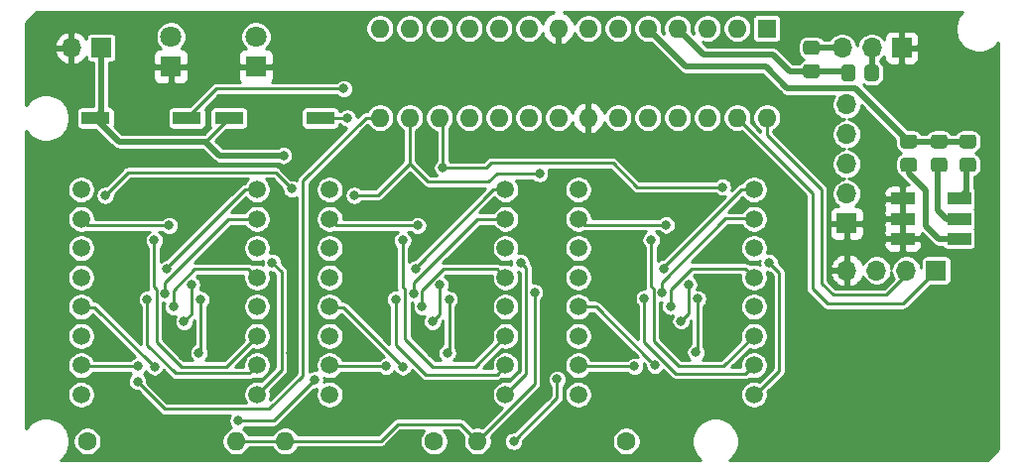
<source format=gbr>
%TF.GenerationSoftware,KiCad,Pcbnew,5.1.9*%
%TF.CreationDate,2021-02-04T18:55:06+01:00*%
%TF.ProjectId,hl-alyx-glove,686c2d61-6c79-4782-9d67-6c6f76652e6b,rev?*%
%TF.SameCoordinates,Original*%
%TF.FileFunction,Copper,L1,Top*%
%TF.FilePolarity,Positive*%
%FSLAX46Y46*%
G04 Gerber Fmt 4.6, Leading zero omitted, Abs format (unit mm)*
G04 Created by KiCad (PCBNEW 5.1.9) date 2021-02-04 18:55:06*
%MOMM*%
%LPD*%
G01*
G04 APERTURE LIST*
%TA.AperFunction,SMDPad,CuDef*%
%ADD10R,2.440000X1.120000*%
%TD*%
%TA.AperFunction,ComponentPad*%
%ADD11O,1.700000X1.700000*%
%TD*%
%TA.AperFunction,ComponentPad*%
%ADD12R,1.700000X1.700000*%
%TD*%
%TA.AperFunction,ComponentPad*%
%ADD13C,1.500000*%
%TD*%
%TA.AperFunction,ComponentPad*%
%ADD14O,1.600000X1.600000*%
%TD*%
%TA.AperFunction,ComponentPad*%
%ADD15R,1.600000X1.600000*%
%TD*%
%TA.AperFunction,SMDPad,CuDef*%
%ADD16R,2.000000X1.100000*%
%TD*%
%TA.AperFunction,ComponentPad*%
%ADD17R,1.800000X1.800000*%
%TD*%
%TA.AperFunction,ComponentPad*%
%ADD18C,1.800000*%
%TD*%
%TA.AperFunction,ComponentPad*%
%ADD19C,1.600000*%
%TD*%
%TA.AperFunction,ViaPad*%
%ADD20C,0.800000*%
%TD*%
%TA.AperFunction,Conductor*%
%ADD21C,0.250000*%
%TD*%
%TA.AperFunction,Conductor*%
%ADD22C,0.500000*%
%TD*%
%TA.AperFunction,Conductor*%
%ADD23C,0.254000*%
%TD*%
%TA.AperFunction,Conductor*%
%ADD24C,0.100000*%
%TD*%
G04 APERTURE END LIST*
D10*
%TO.P,SW2,1*%
%TO.N,VCC*%
X104705000Y-55400000D03*
%TO.P,SW2,2*%
%TO.N,Net-(R8-Pad2)*%
X112495000Y-55400000D03*
%TD*%
%TO.P,SW1,1*%
%TO.N,VCC*%
X93305000Y-55400000D03*
%TO.P,SW1,2*%
%TO.N,Net-(R9-Pad2)*%
X101095000Y-55400000D03*
%TD*%
%TO.P,R13,2*%
%TO.N,Net-(R12-Pad2)*%
%TA.AperFunction,SMDPad,CuDef*%
G36*
G01*
X163150001Y-58000000D02*
X162249999Y-58000000D01*
G75*
G02*
X162000000Y-57750001I0J249999D01*
G01*
X162000000Y-57049999D01*
G75*
G02*
X162249999Y-56800000I249999J0D01*
G01*
X163150001Y-56800000D01*
G75*
G02*
X163400000Y-57049999I0J-249999D01*
G01*
X163400000Y-57750001D01*
G75*
G02*
X163150001Y-58000000I-249999J0D01*
G01*
G37*
%TD.AperFunction*%
%TO.P,R13,1*%
%TO.N,Net-(D3-Pad4)*%
%TA.AperFunction,SMDPad,CuDef*%
G36*
G01*
X163150001Y-60000000D02*
X162249999Y-60000000D01*
G75*
G02*
X162000000Y-59750001I0J249999D01*
G01*
X162000000Y-59049999D01*
G75*
G02*
X162249999Y-58800000I249999J0D01*
G01*
X163150001Y-58800000D01*
G75*
G02*
X163400000Y-59049999I0J-249999D01*
G01*
X163400000Y-59750001D01*
G75*
G02*
X163150001Y-60000000I-249999J0D01*
G01*
G37*
%TD.AperFunction*%
%TD*%
%TO.P,R12,2*%
%TO.N,Net-(R12-Pad2)*%
%TA.AperFunction,SMDPad,CuDef*%
G36*
G01*
X165750001Y-58000000D02*
X164849999Y-58000000D01*
G75*
G02*
X164600000Y-57750001I0J249999D01*
G01*
X164600000Y-57049999D01*
G75*
G02*
X164849999Y-56800000I249999J0D01*
G01*
X165750001Y-56800000D01*
G75*
G02*
X166000000Y-57049999I0J-249999D01*
G01*
X166000000Y-57750001D01*
G75*
G02*
X165750001Y-58000000I-249999J0D01*
G01*
G37*
%TD.AperFunction*%
%TO.P,R12,1*%
%TO.N,Net-(D3-Pad5)*%
%TA.AperFunction,SMDPad,CuDef*%
G36*
G01*
X165750001Y-60000000D02*
X164849999Y-60000000D01*
G75*
G02*
X164600000Y-59750001I0J249999D01*
G01*
X164600000Y-59049999D01*
G75*
G02*
X164849999Y-58800000I249999J0D01*
G01*
X165750001Y-58800000D01*
G75*
G02*
X166000000Y-59049999I0J-249999D01*
G01*
X166000000Y-59750001D01*
G75*
G02*
X165750001Y-60000000I-249999J0D01*
G01*
G37*
%TD.AperFunction*%
%TD*%
%TO.P,R11,2*%
%TO.N,Net-(R10-Pad2)*%
%TA.AperFunction,SMDPad,CuDef*%
G36*
G01*
X158150000Y-51099999D02*
X158150000Y-52000001D01*
G75*
G02*
X157900001Y-52250000I-249999J0D01*
G01*
X157199999Y-52250000D01*
G75*
G02*
X156950000Y-52000001I0J249999D01*
G01*
X156950000Y-51099999D01*
G75*
G02*
X157199999Y-50850000I249999J0D01*
G01*
X157900001Y-50850000D01*
G75*
G02*
X158150000Y-51099999I0J-249999D01*
G01*
G37*
%TD.AperFunction*%
%TO.P,R11,1*%
%TO.N,Net-(J4-Pad2)*%
%TA.AperFunction,SMDPad,CuDef*%
G36*
G01*
X160150000Y-51099999D02*
X160150000Y-52000001D01*
G75*
G02*
X159900001Y-52250000I-249999J0D01*
G01*
X159199999Y-52250000D01*
G75*
G02*
X158950000Y-52000001I0J249999D01*
G01*
X158950000Y-51099999D01*
G75*
G02*
X159199999Y-50850000I249999J0D01*
G01*
X159900001Y-50850000D01*
G75*
G02*
X160150000Y-51099999I0J-249999D01*
G01*
G37*
%TD.AperFunction*%
%TD*%
D11*
%TO.P,J4,3*%
%TO.N,Net-(J4-Pad3)*%
X157020000Y-49400000D03*
%TO.P,J4,2*%
%TO.N,Net-(J4-Pad2)*%
X159560000Y-49400000D03*
D12*
%TO.P,J4,1*%
%TO.N,GND*%
X162100000Y-49400000D03*
%TD*%
D13*
%TO.P,LED2,16*%
%TO.N,/LED_Matrix_1/R8*%
X128300001Y-61510001D03*
%TO.P,LED2,1*%
%TO.N,/LED_Matrix_1/C4*%
X113300001Y-61510001D03*
%TO.P,LED2,15*%
%TO.N,/LED_Matrix_1/R7*%
X128300001Y-64010001D03*
%TO.P,LED2,2*%
%TO.N,/LED_Matrix_1/C2*%
X113300001Y-64010001D03*
%TO.P,LED2,14*%
%TO.N,/LED_Matrix_1/C7*%
X128300001Y-66510001D03*
%TO.P,LED2,3*%
%TO.N,/LED_Matrix_1/R2*%
X113300001Y-66510001D03*
%TO.P,LED2,13*%
%TO.N,/LED_Matrix_1/R1*%
X128300001Y-69010001D03*
%TO.P,LED2,4*%
%TO.N,/LED_Matrix_1/R3*%
X113300001Y-69010001D03*
%TO.P,LED2,12*%
%TO.N,/LED_Matrix_1/C5*%
X128300001Y-71510001D03*
%TO.P,LED2,5*%
%TO.N,/LED_Matrix_1/C1*%
X113300001Y-71510001D03*
%TO.P,LED2,11*%
%TO.N,/LED_Matrix_1/R6*%
X128300001Y-74010001D03*
%TO.P,LED2,6*%
%TO.N,/LED_Matrix_1/R5*%
X113300001Y-74010001D03*
%TO.P,LED2,10*%
%TO.N,/LED_Matrix_1/R4*%
X128300001Y-76510001D03*
%TO.P,LED2,7*%
%TO.N,/LED_Matrix_1/C3*%
X113300001Y-76510001D03*
%TO.P,LED2,9*%
%TO.N,/LED_Matrix_1/C8*%
X128300001Y-79010001D03*
%TO.P,LED2,8*%
%TO.N,/LED_Matrix_1/C6*%
X113300001Y-79010001D03*
%TD*%
%TO.P,R7,2*%
%TO.N,Net-(R12-Pad2)*%
%TA.AperFunction,SMDPad,CuDef*%
G36*
G01*
X168200001Y-58000000D02*
X167299999Y-58000000D01*
G75*
G02*
X167050000Y-57750001I0J249999D01*
G01*
X167050000Y-57049999D01*
G75*
G02*
X167299999Y-56800000I249999J0D01*
G01*
X168200001Y-56800000D01*
G75*
G02*
X168450000Y-57049999I0J-249999D01*
G01*
X168450000Y-57750001D01*
G75*
G02*
X168200001Y-58000000I-249999J0D01*
G01*
G37*
%TD.AperFunction*%
%TO.P,R7,1*%
%TO.N,Net-(D3-Pad6)*%
%TA.AperFunction,SMDPad,CuDef*%
G36*
G01*
X168200001Y-60000000D02*
X167299999Y-60000000D01*
G75*
G02*
X167050000Y-59750001I0J249999D01*
G01*
X167050000Y-59049999D01*
G75*
G02*
X167299999Y-58800000I249999J0D01*
G01*
X168200001Y-58800000D01*
G75*
G02*
X168450000Y-59049999I0J-249999D01*
G01*
X168450000Y-59750001D01*
G75*
G02*
X168200001Y-60000000I-249999J0D01*
G01*
G37*
%TD.AperFunction*%
%TD*%
%TO.P,R10,2*%
%TO.N,Net-(R10-Pad2)*%
%TA.AperFunction,SMDPad,CuDef*%
G36*
G01*
X153949999Y-50800000D02*
X154850001Y-50800000D01*
G75*
G02*
X155100000Y-51049999I0J-249999D01*
G01*
X155100000Y-51750001D01*
G75*
G02*
X154850001Y-52000000I-249999J0D01*
G01*
X153949999Y-52000000D01*
G75*
G02*
X153700000Y-51750001I0J249999D01*
G01*
X153700000Y-51049999D01*
G75*
G02*
X153949999Y-50800000I249999J0D01*
G01*
G37*
%TD.AperFunction*%
%TO.P,R10,1*%
%TO.N,Net-(J4-Pad3)*%
%TA.AperFunction,SMDPad,CuDef*%
G36*
G01*
X153949999Y-48800000D02*
X154850001Y-48800000D01*
G75*
G02*
X155100000Y-49049999I0J-249999D01*
G01*
X155100000Y-49750001D01*
G75*
G02*
X154850001Y-50000000I-249999J0D01*
G01*
X153949999Y-50000000D01*
G75*
G02*
X153700000Y-49750001I0J249999D01*
G01*
X153700000Y-49049999D01*
G75*
G02*
X153949999Y-48800000I249999J0D01*
G01*
G37*
%TD.AperFunction*%
%TD*%
D11*
%TO.P,J3,5*%
%TO.N,VCC*%
X157400000Y-54240000D03*
%TO.P,J3,4*%
%TO.N,Net-(J3-Pad4)*%
X157400000Y-56780000D03*
%TO.P,J3,3*%
%TO.N,Net-(J3-Pad3)*%
X157400000Y-59320000D03*
%TO.P,J3,2*%
%TO.N,Net-(J3-Pad2)*%
X157400000Y-61860000D03*
D12*
%TO.P,J3,1*%
%TO.N,GND*%
X157400000Y-64400000D03*
%TD*%
D11*
%TO.P,J2,2*%
%TO.N,GND*%
X91260000Y-49400000D03*
D12*
%TO.P,J2,1*%
%TO.N,VCC*%
X93800000Y-49400000D03*
%TD*%
D14*
%TO.P,U4,28*%
%TO.N,Net-(J1-Pad2)*%
X150600000Y-55370000D03*
%TO.P,U4,14*%
%TO.N,Net-(R6-Pad2)*%
X117580000Y-47750000D03*
%TO.P,U4,27*%
%TO.N,Net-(J1-Pad1)*%
X148060000Y-55370000D03*
%TO.P,U4,13*%
%TO.N,Net-(R5-Pad2)*%
X120120000Y-47750000D03*
%TO.P,U4,26*%
%TO.N,Net-(U4-Pad26)*%
X145520000Y-55370000D03*
%TO.P,U4,12*%
%TO.N,Net-(R9-Pad2)*%
X122660000Y-47750000D03*
%TO.P,U4,25*%
%TO.N,Net-(J3-Pad4)*%
X142980000Y-55370000D03*
%TO.P,U4,11*%
%TO.N,Net-(R8-Pad2)*%
X125200000Y-47750000D03*
%TO.P,U4,24*%
%TO.N,Net-(J3-Pad3)*%
X140440000Y-55370000D03*
%TO.P,U4,10*%
%TO.N,Net-(U4-Pad10)*%
X127740000Y-47750000D03*
%TO.P,U4,23*%
%TO.N,Net-(J3-Pad2)*%
X137900000Y-55370000D03*
%TO.P,U4,9*%
%TO.N,Net-(U4-Pad9)*%
X130280000Y-47750000D03*
%TO.P,U4,22*%
%TO.N,GND*%
X135360000Y-55370000D03*
%TO.P,U4,8*%
X132820000Y-47750000D03*
%TO.P,U4,21*%
%TO.N,VCC*%
X132820000Y-55370000D03*
%TO.P,U4,7*%
X135360000Y-47750000D03*
%TO.P,U4,20*%
X130280000Y-55370000D03*
%TO.P,U4,6*%
%TO.N,Net-(U4-Pad6)*%
X137900000Y-47750000D03*
%TO.P,U4,19*%
%TO.N,Net-(U4-Pad19)*%
X127740000Y-55370000D03*
%TO.P,U4,5*%
%TO.N,Net-(R12-Pad2)*%
X140440000Y-47750000D03*
%TO.P,U4,18*%
%TO.N,Net-(U4-Pad18)*%
X125200000Y-55370000D03*
%TO.P,U4,4*%
%TO.N,Net-(R10-Pad2)*%
X142980000Y-47750000D03*
%TO.P,U4,17*%
%TO.N,/LED_Matrix_0/CLK*%
X122660000Y-55370000D03*
%TO.P,U4,3*%
%TO.N,Net-(U4-Pad3)*%
X145520000Y-47750000D03*
%TO.P,U4,16*%
%TO.N,/LED_Matrix_0/LOAD*%
X120120000Y-55370000D03*
%TO.P,U4,2*%
%TO.N,Net-(U4-Pad2)*%
X148060000Y-47750000D03*
%TO.P,U4,15*%
%TO.N,/LED_Matrix_0/DIN*%
X117580000Y-55370000D03*
D15*
%TO.P,U4,1*%
%TO.N,Net-(R4-Pad2)*%
X150600000Y-47750000D03*
%TD*%
D16*
%TO.P,D3,6*%
%TO.N,Net-(D3-Pad6)*%
X167000000Y-62300000D03*
%TO.P,D3,5*%
%TO.N,Net-(D3-Pad5)*%
X167000000Y-64000000D03*
%TO.P,D3,4*%
%TO.N,Net-(D3-Pad4)*%
X167000000Y-65700000D03*
%TO.P,D3,3*%
%TO.N,GND*%
X162200000Y-65700000D03*
%TO.P,D3,2*%
X162200000Y-64000000D03*
%TO.P,D3,1*%
X162200000Y-62300000D03*
%TD*%
D13*
%TO.P,LED3,16*%
%TO.N,/LED_Matrix_2/R8*%
X149500001Y-61510001D03*
%TO.P,LED3,1*%
%TO.N,/LED_Matrix_2/C4*%
X134500001Y-61510001D03*
%TO.P,LED3,15*%
%TO.N,/LED_Matrix_2/R7*%
X149500001Y-64010001D03*
%TO.P,LED3,2*%
%TO.N,/LED_Matrix_2/C2*%
X134500001Y-64010001D03*
%TO.P,LED3,14*%
%TO.N,/LED_Matrix_2/C7*%
X149500001Y-66510001D03*
%TO.P,LED3,3*%
%TO.N,/LED_Matrix_2/R2*%
X134500001Y-66510001D03*
%TO.P,LED3,13*%
%TO.N,/LED_Matrix_2/R1*%
X149500001Y-69010001D03*
%TO.P,LED3,4*%
%TO.N,/LED_Matrix_2/R3*%
X134500001Y-69010001D03*
%TO.P,LED3,12*%
%TO.N,/LED_Matrix_2/C5*%
X149500001Y-71510001D03*
%TO.P,LED3,5*%
%TO.N,/LED_Matrix_2/C1*%
X134500001Y-71510001D03*
%TO.P,LED3,11*%
%TO.N,/LED_Matrix_2/R6*%
X149500001Y-74010001D03*
%TO.P,LED3,6*%
%TO.N,/LED_Matrix_2/R5*%
X134500001Y-74010001D03*
%TO.P,LED3,10*%
%TO.N,/LED_Matrix_2/R4*%
X149500001Y-76510001D03*
%TO.P,LED3,7*%
%TO.N,/LED_Matrix_2/C3*%
X134500001Y-76510001D03*
%TO.P,LED3,9*%
%TO.N,/LED_Matrix_2/C8*%
X149500001Y-79010001D03*
%TO.P,LED3,8*%
%TO.N,/LED_Matrix_2/C6*%
X134500001Y-79010001D03*
%TD*%
D17*
%TO.P,D2,1*%
%TO.N,GND*%
X99750000Y-51000000D03*
D18*
%TO.P,D2,2*%
%TO.N,Net-(D2-Pad2)*%
X99750000Y-48460000D03*
%TD*%
%TO.P,D1,2*%
%TO.N,Net-(D1-Pad2)*%
X107000000Y-48460000D03*
D17*
%TO.P,D1,1*%
%TO.N,GND*%
X107000000Y-51000000D03*
%TD*%
D11*
%TO.P,J1,4*%
%TO.N,GND*%
X157430000Y-68400000D03*
%TO.P,J1,3*%
%TO.N,VCC*%
X159970000Y-68400000D03*
%TO.P,J1,2*%
%TO.N,Net-(J1-Pad2)*%
X162510000Y-68400000D03*
D12*
%TO.P,J1,1*%
%TO.N,Net-(J1-Pad1)*%
X165050000Y-68400000D03*
%TD*%
D14*
%TO.P,R3,2*%
%TO.N,VCC*%
X125900000Y-83000000D03*
D19*
%TO.P,R3,1*%
%TO.N,Net-(R3-Pad1)*%
X138600000Y-83000000D03*
%TD*%
D14*
%TO.P,R2,2*%
%TO.N,VCC*%
X109500000Y-83000000D03*
D19*
%TO.P,R2,1*%
%TO.N,Net-(R2-Pad1)*%
X122200000Y-83000000D03*
%TD*%
D14*
%TO.P,R1,2*%
%TO.N,VCC*%
X105300000Y-83000000D03*
D19*
%TO.P,R1,1*%
%TO.N,Net-(R1-Pad1)*%
X92600000Y-83000000D03*
%TD*%
D13*
%TO.P,LED1,8*%
%TO.N,/LED_Matrix_0/C6*%
X92091999Y-79010001D03*
%TO.P,LED1,9*%
%TO.N,/LED_Matrix_0/C8*%
X107091999Y-79010001D03*
%TO.P,LED1,7*%
%TO.N,/LED_Matrix_0/C3*%
X92091999Y-76510001D03*
%TO.P,LED1,10*%
%TO.N,/LED_Matrix_0/R4*%
X107091999Y-76510001D03*
%TO.P,LED1,6*%
%TO.N,/LED_Matrix_0/R5*%
X92091999Y-74010001D03*
%TO.P,LED1,11*%
%TO.N,/LED_Matrix_0/R6*%
X107091999Y-74010001D03*
%TO.P,LED1,5*%
%TO.N,/LED_Matrix_0/C1*%
X92091999Y-71510001D03*
%TO.P,LED1,12*%
%TO.N,/LED_Matrix_0/C5*%
X107091999Y-71510001D03*
%TO.P,LED1,4*%
%TO.N,/LED_Matrix_0/R3*%
X92091999Y-69010001D03*
%TO.P,LED1,13*%
%TO.N,/LED_Matrix_0/R1*%
X107091999Y-69010001D03*
%TO.P,LED1,3*%
%TO.N,/LED_Matrix_0/R2*%
X92091999Y-66510001D03*
%TO.P,LED1,14*%
%TO.N,/LED_Matrix_0/C7*%
X107091999Y-66510001D03*
%TO.P,LED1,2*%
%TO.N,/LED_Matrix_0/C2*%
X92091999Y-64010001D03*
%TO.P,LED1,15*%
%TO.N,/LED_Matrix_0/R7*%
X107091999Y-64010001D03*
%TO.P,LED1,1*%
%TO.N,/LED_Matrix_0/C4*%
X92091999Y-61510001D03*
%TO.P,LED1,16*%
%TO.N,/LED_Matrix_0/R8*%
X107091999Y-61510001D03*
%TD*%
D20*
%TO.N,Net-(R1-Pad1)*%
X102282779Y-70887569D03*
X102140000Y-75460000D03*
%TO.N,GND*%
X96850000Y-67200000D03*
X96850000Y-73450000D03*
X118100000Y-67200000D03*
X118100000Y-73450000D03*
X139350000Y-73450000D03*
X139350000Y-67200000D03*
X120250000Y-62250000D03*
X143500000Y-63000000D03*
X130500000Y-63000000D03*
X151750000Y-63250000D03*
X116250000Y-59750000D03*
X110000000Y-75500000D03*
X102000000Y-79000000D03*
X116500000Y-80750000D03*
X124000000Y-79000000D03*
X122000000Y-75500000D03*
X143250000Y-75500000D03*
X100750000Y-75700000D03*
%TO.N,Net-(R2-Pad1)*%
X123340000Y-75460000D03*
X123482779Y-70887569D03*
%TO.N,Net-(R3-Pad1)*%
X144682779Y-70837569D03*
X144540000Y-75410000D03*
%TO.N,/LED_Matrix_0/C8*%
X108399999Y-67750000D03*
%TO.N,/LED_Matrix_0/C3*%
X101505000Y-69654998D03*
X100870000Y-72774990D03*
X96900000Y-76600000D03*
%TO.N,/LED_Matrix_0/R4*%
X97727827Y-70867817D03*
%TO.N,/LED_Matrix_0/R6*%
X98330000Y-65845000D03*
%TO.N,/LED_Matrix_0/C1*%
X98350012Y-76639994D03*
%TO.N,/LED_Matrix_0/R1*%
X99974708Y-71526198D03*
%TO.N,/LED_Matrix_0/C2*%
X99600032Y-64575000D03*
%TO.N,/LED_Matrix_0/R7*%
X99249698Y-70371265D03*
%TO.N,/LED_Matrix_0/R8*%
X99408732Y-68283742D03*
%TO.N,/LED_Matrix_1/C8*%
X129599999Y-67750000D03*
%TO.N,/LED_Matrix_1/C3*%
X122705000Y-69654998D03*
X122070000Y-72774990D03*
X118100000Y-76600004D03*
%TO.N,/LED_Matrix_1/R4*%
X118927827Y-70867817D03*
%TO.N,/LED_Matrix_1/R6*%
X119530000Y-65845000D03*
%TO.N,/LED_Matrix_1/C1*%
X119550012Y-76639994D03*
%TO.N,/LED_Matrix_1/R1*%
X121174708Y-71526198D03*
%TO.N,/LED_Matrix_1/C2*%
X120800032Y-64575000D03*
%TO.N,/LED_Matrix_1/R7*%
X120449698Y-70371265D03*
%TO.N,/LED_Matrix_1/R8*%
X120608732Y-68283742D03*
%TO.N,/LED_Matrix_2/C8*%
X150799999Y-67750000D03*
%TO.N,/LED_Matrix_2/C3*%
X143905000Y-69604998D03*
X143270000Y-72724990D03*
X139300000Y-76600000D03*
%TO.N,/LED_Matrix_2/R4*%
X140127827Y-70817817D03*
%TO.N,/LED_Matrix_2/R6*%
X140730000Y-65795000D03*
%TO.N,/LED_Matrix_2/C1*%
X141050011Y-76504876D03*
%TO.N,/LED_Matrix_2/R1*%
X142374708Y-71476198D03*
%TO.N,/LED_Matrix_2/C2*%
X142000032Y-64525000D03*
%TO.N,/LED_Matrix_2/R7*%
X141649698Y-70321265D03*
%TO.N,/LED_Matrix_2/R8*%
X141808732Y-68233742D03*
%TO.N,/LED_Matrix_1/DIN*%
X112000000Y-77750000D03*
X105500002Y-81250000D03*
%TO.N,/LED_Matrix_0/CLK*%
X146800000Y-61300000D03*
X122950000Y-59650000D03*
%TO.N,/LED_Matrix_0/LOAD*%
X115400000Y-62000000D03*
X131200002Y-60150000D03*
X94150000Y-62000000D03*
X110062495Y-61437505D03*
%TO.N,/LED_Matrix_0/DIN*%
X96900000Y-77900000D03*
%TO.N,/LED_Matrix_2/DIN*%
X129000000Y-83000000D03*
X132700000Y-77700000D03*
%TO.N,VCC*%
X109350000Y-58600000D03*
X130775010Y-70300000D03*
%TO.N,Net-(R8-Pad2)*%
X114800000Y-55400000D03*
%TO.N,Net-(R9-Pad2)*%
X114499993Y-52899993D03*
%TD*%
D21*
%TO.N,Net-(R1-Pad1)*%
X102282779Y-75317221D02*
X102140000Y-75460000D01*
X102282779Y-70887569D02*
X102282779Y-75317221D01*
%TO.N,GND*%
X96850000Y-67200000D02*
X96850000Y-69200000D01*
X96850000Y-69200000D02*
X96850000Y-73450000D01*
X118100000Y-69200000D02*
X118100000Y-73450000D01*
X118100000Y-67200000D02*
X118100000Y-69200000D01*
X139350000Y-67200000D02*
X139350000Y-69200000D01*
X139350000Y-69200000D02*
X139350000Y-73450000D01*
%TO.N,Net-(R2-Pad1)*%
X123482779Y-75317221D02*
X123340000Y-75460000D01*
X123482779Y-70887569D02*
X123482779Y-75317221D01*
%TO.N,Net-(R3-Pad1)*%
X144682779Y-70837569D02*
X144682779Y-75267221D01*
X144682779Y-75267221D02*
X144540000Y-75410000D01*
%TO.N,/LED_Matrix_0/C8*%
X109200000Y-68550001D02*
X108399999Y-67750000D01*
X109200000Y-76902000D02*
X109200000Y-68550001D01*
X107091999Y-79010001D02*
X109200000Y-76902000D01*
%TO.N,/LED_Matrix_0/C3*%
X101505000Y-69654998D02*
X101505000Y-72139990D01*
X101505000Y-72139990D02*
X100870000Y-72774990D01*
X92100000Y-76540000D02*
X92160000Y-76600000D01*
X92160000Y-76600000D02*
X96900000Y-76600000D01*
%TO.N,/LED_Matrix_0/R4*%
X107100000Y-76540000D02*
X106440000Y-77200000D01*
X97727827Y-74769238D02*
X97727827Y-70867817D01*
X106440000Y-77200000D02*
X100158589Y-77200000D01*
X100158589Y-77200000D02*
X97727827Y-74769238D01*
%TO.N,/LED_Matrix_0/R6*%
X100640000Y-76640000D02*
X104500000Y-76640000D01*
X104500000Y-76640000D02*
X107100000Y-74040000D01*
X98524696Y-70023263D02*
X98524696Y-74524696D01*
X98330000Y-69828567D02*
X98524696Y-70023263D01*
X98524696Y-74524696D02*
X100640000Y-76640000D01*
X98330000Y-65845000D02*
X98330000Y-69828567D01*
%TO.N,/LED_Matrix_0/C1*%
X92100000Y-71540000D02*
X93250018Y-71540000D01*
X97950013Y-76239995D02*
X98350012Y-76639994D01*
X93250018Y-71540000D02*
X97950013Y-76239995D01*
%TO.N,/LED_Matrix_0/R1*%
X107100000Y-69040000D02*
X106350001Y-68290001D01*
X106350001Y-68290001D02*
X101796997Y-68290001D01*
X101796997Y-68290001D02*
X99974708Y-70112290D01*
X99974708Y-70112290D02*
X99974708Y-71526198D01*
%TO.N,/LED_Matrix_0/C2*%
X92645000Y-64575000D02*
X92110001Y-64040001D01*
X92100000Y-64040000D02*
X92635000Y-64575000D01*
X92635000Y-64575000D02*
X93065000Y-64575000D01*
X93065000Y-64575000D02*
X99600032Y-64575000D01*
X93065000Y-64575000D02*
X92645000Y-64575000D01*
%TO.N,/LED_Matrix_0/R7*%
X104677793Y-64040000D02*
X99249698Y-69468095D01*
X99249698Y-69468095D02*
X99249698Y-70371265D01*
X107100000Y-64040000D02*
X104677793Y-64040000D01*
%TO.N,/LED_Matrix_0/R8*%
X106039340Y-61540000D02*
X99408732Y-68170608D01*
X107100000Y-61540000D02*
X106039340Y-61540000D01*
X99408732Y-68170608D02*
X99408732Y-68283742D01*
%TO.N,/LED_Matrix_1/C8*%
X130050000Y-77252000D02*
X130050000Y-68200001D01*
X128291999Y-79010001D02*
X130050000Y-77252000D01*
X130050000Y-68200001D02*
X129599999Y-67750000D01*
%TO.N,/LED_Matrix_1/C3*%
X122705000Y-69654998D02*
X122705000Y-72139990D01*
X122705000Y-72139990D02*
X122070000Y-72774990D01*
X113300000Y-76540000D02*
X113360004Y-76600004D01*
X113360004Y-76600004D02*
X117534315Y-76600004D01*
X117534315Y-76600004D02*
X118100000Y-76600004D01*
%TO.N,/LED_Matrix_1/R4*%
X127550001Y-77289999D02*
X121448588Y-77289999D01*
X121448588Y-77289999D02*
X118927827Y-74769238D01*
X118927827Y-74769238D02*
X118927827Y-70867817D01*
X128300000Y-76540000D02*
X127550001Y-77289999D01*
%TO.N,/LED_Matrix_1/R6*%
X125700000Y-76640000D02*
X128300000Y-74040000D01*
X119724696Y-70023263D02*
X119724696Y-74294696D01*
X119724696Y-74294696D02*
X122070000Y-76640000D01*
X119530000Y-69828567D02*
X119724696Y-70023263D01*
X122070000Y-76640000D02*
X125700000Y-76640000D01*
X119530000Y-65845000D02*
X119530000Y-69828567D01*
%TO.N,/LED_Matrix_1/C1*%
X114450018Y-71540000D02*
X119150013Y-76239995D01*
X113300000Y-71540000D02*
X114450018Y-71540000D01*
X119150013Y-76239995D02*
X119550012Y-76639994D01*
%TO.N,/LED_Matrix_1/R1*%
X127550001Y-68290001D02*
X122996997Y-68290001D01*
X121174708Y-70112290D02*
X121174708Y-71526198D01*
X122996997Y-68290001D02*
X121174708Y-70112290D01*
X128300000Y-69040000D02*
X127550001Y-68290001D01*
%TO.N,/LED_Matrix_1/C2*%
X114265000Y-64575000D02*
X113845000Y-64575000D01*
X113835000Y-64575000D02*
X114265000Y-64575000D01*
X113300000Y-64040000D02*
X113835000Y-64575000D01*
X113845000Y-64575000D02*
X113310001Y-64040001D01*
X114265000Y-64575000D02*
X120800032Y-64575000D01*
%TO.N,/LED_Matrix_1/R7*%
X120449698Y-69468095D02*
X120449698Y-70371265D01*
X128300000Y-64040000D02*
X125877793Y-64040000D01*
X125877793Y-64040000D02*
X120449698Y-69468095D01*
%TO.N,/LED_Matrix_1/R8*%
X120608732Y-68170608D02*
X120608732Y-68283742D01*
X127239340Y-61540000D02*
X120608732Y-68170608D01*
X128300000Y-61540000D02*
X127239340Y-61540000D01*
%TO.N,/LED_Matrix_2/C8*%
X151650000Y-68600001D02*
X150799999Y-67750000D01*
X151650000Y-77000000D02*
X151650000Y-68600001D01*
X149639999Y-79010001D02*
X151650000Y-77000000D01*
X149491999Y-79010001D02*
X149639999Y-79010001D01*
%TO.N,/LED_Matrix_2/C3*%
X143905000Y-69604998D02*
X143905000Y-72089990D01*
X143905000Y-72089990D02*
X143270000Y-72724990D01*
X138734315Y-76600000D02*
X139300000Y-76600000D01*
X134610000Y-76600000D02*
X138734315Y-76600000D01*
X134500000Y-76490000D02*
X134610000Y-76600000D01*
%TO.N,/LED_Matrix_2/R4*%
X148750001Y-77239999D02*
X142858138Y-77239999D01*
X149500000Y-76490000D02*
X148750001Y-77239999D01*
X142858138Y-77239999D02*
X140127827Y-74509688D01*
X140127827Y-74509688D02*
X140127827Y-70817817D01*
%TO.N,/LED_Matrix_2/R6*%
X146900000Y-76590000D02*
X149500000Y-73990000D01*
X143090000Y-76590000D02*
X146900000Y-76590000D01*
X140924696Y-74424696D02*
X143090000Y-76590000D01*
X140924696Y-69973263D02*
X140924696Y-74424696D01*
X140730000Y-69778567D02*
X140924696Y-69973263D01*
X140730000Y-65795000D02*
X140730000Y-69778567D01*
%TO.N,/LED_Matrix_2/C1*%
X140650012Y-76104877D02*
X141050011Y-76504876D01*
X134500000Y-71490000D02*
X136035135Y-71490000D01*
X136035135Y-71490000D02*
X140650012Y-76104877D01*
%TO.N,/LED_Matrix_2/R1*%
X144196997Y-68240001D02*
X142374708Y-70062290D01*
X149500000Y-68990000D02*
X148750001Y-68240001D01*
X148750001Y-68240001D02*
X144196997Y-68240001D01*
X142374708Y-70062290D02*
X142374708Y-71476198D01*
%TO.N,/LED_Matrix_2/C2*%
X134500000Y-63990000D02*
X135035000Y-64525000D01*
X135045000Y-64525000D02*
X134510001Y-63990001D01*
X135465000Y-64525000D02*
X135045000Y-64525000D01*
X135035000Y-64525000D02*
X135465000Y-64525000D01*
X135465000Y-64525000D02*
X142000032Y-64525000D01*
%TO.N,/LED_Matrix_2/R7*%
X141649698Y-69418095D02*
X141649698Y-70321265D01*
X149500000Y-63990000D02*
X147077793Y-63990000D01*
X147077793Y-63990000D02*
X141649698Y-69418095D01*
%TO.N,/LED_Matrix_2/R8*%
X148439340Y-61490000D02*
X141808732Y-68120608D01*
X149500000Y-61490000D02*
X148439340Y-61490000D01*
X141808732Y-68120608D02*
X141808732Y-68233742D01*
%TO.N,Net-(J1-Pad2)*%
X150600000Y-56850000D02*
X150600000Y-55370000D01*
X155250000Y-61500000D02*
X150600000Y-56850000D01*
X155250000Y-69500000D02*
X155250000Y-61500000D01*
X156250000Y-70500000D02*
X155250000Y-69500000D01*
X160810000Y-70500000D02*
X156250000Y-70500000D01*
X162510000Y-68800000D02*
X160810000Y-70500000D01*
%TO.N,Net-(J1-Pad1)*%
X149440000Y-56750000D02*
X148060000Y-55370000D01*
X154500000Y-61810000D02*
X149440000Y-56750000D01*
X154500000Y-70000000D02*
X154500000Y-61810000D01*
X155750000Y-71250000D02*
X154500000Y-70000000D01*
X162200000Y-71250000D02*
X155750000Y-71250000D01*
X165050000Y-68400000D02*
X162200000Y-71250000D01*
%TO.N,Net-(R4-Pad2)*%
X150900000Y-47750000D02*
X150600000Y-47750000D01*
%TO.N,/LED_Matrix_1/DIN*%
X112000000Y-77750000D02*
X108500000Y-81250000D01*
X108500000Y-81250000D02*
X105500002Y-81250000D01*
%TO.N,/LED_Matrix_0/CLK*%
X122950000Y-55660000D02*
X122660000Y-55370000D01*
X122950000Y-59650000D02*
X122950000Y-55660000D01*
X127050000Y-59250000D02*
X126650000Y-59650000D01*
X137450000Y-59250000D02*
X127050000Y-59250000D01*
X126650000Y-59650000D02*
X122950000Y-59650000D01*
X139500000Y-61300000D02*
X137450000Y-59250000D01*
X146800000Y-61300000D02*
X139500000Y-61300000D01*
%TO.N,/LED_Matrix_0/LOAD*%
X120120000Y-57280000D02*
X120120000Y-55370000D01*
X120120000Y-57280000D02*
X120120000Y-59270000D01*
X120120000Y-59270000D02*
X121700000Y-60850000D01*
X121700000Y-60850000D02*
X126850000Y-60850000D01*
X126850000Y-60850000D02*
X127550000Y-60150000D01*
X127550000Y-60150000D02*
X131200002Y-60150000D01*
X120120000Y-59280000D02*
X120120000Y-57280000D01*
X117400000Y-62000000D02*
X120120000Y-59280000D01*
X115400000Y-62000000D02*
X117400000Y-62000000D01*
X108674991Y-60050001D02*
X110062495Y-61437505D01*
X96099999Y-60050001D02*
X108674991Y-60050001D01*
X94150000Y-62000000D02*
X96099999Y-60050001D01*
%TO.N,/LED_Matrix_0/DIN*%
X116380000Y-55370000D02*
X117580000Y-55370000D01*
X111000000Y-60750000D02*
X116380000Y-55370000D01*
X111000000Y-77400000D02*
X111000000Y-60750000D01*
X108150000Y-80250000D02*
X111000000Y-77400000D01*
X99200000Y-80250000D02*
X108150000Y-80250000D01*
X96900000Y-77950000D02*
X99200000Y-80250000D01*
X96900000Y-77900000D02*
X96900000Y-77950000D01*
%TO.N,/LED_Matrix_2/DIN*%
X129000000Y-83000000D02*
X132700000Y-79300000D01*
X132700000Y-79300000D02*
X132700000Y-77700000D01*
D22*
%TO.N,Net-(D3-Pad4)*%
X162700000Y-59400000D02*
X162700000Y-60150000D01*
X167050000Y-65650000D02*
X167000000Y-65700000D01*
X162700000Y-60150000D02*
X164150000Y-61600000D01*
X165250000Y-65700000D02*
X167000000Y-65700000D01*
X164150000Y-64600000D02*
X165250000Y-65700000D01*
X164150000Y-61600000D02*
X164150000Y-64600000D01*
D21*
%TO.N,VCC*%
X133100000Y-55650000D02*
X132820000Y-55370000D01*
X105300000Y-83000000D02*
X109500000Y-83000000D01*
X124450000Y-81550000D02*
X125900000Y-83000000D01*
X119100000Y-81550000D02*
X124450000Y-81550000D01*
X117650000Y-83000000D02*
X119100000Y-81550000D01*
X109500000Y-83000000D02*
X117650000Y-83000000D01*
X125900000Y-83000000D02*
X130775010Y-78124990D01*
X130775010Y-78124990D02*
X130775010Y-70300000D01*
D22*
X93800000Y-54905000D02*
X93305000Y-55400000D01*
X93800000Y-49400000D02*
X93800000Y-54905000D01*
X95305000Y-57400000D02*
X102705000Y-57400000D01*
X93305000Y-55400000D02*
X95305000Y-57400000D01*
X103905000Y-58600000D02*
X102705000Y-57400000D01*
X109350000Y-58600000D02*
X103905000Y-58600000D01*
D21*
X104705000Y-55400000D02*
X102705000Y-57400000D01*
%TO.N,Net-(R8-Pad2)*%
X112495000Y-55400000D02*
X114800000Y-55400000D01*
%TO.N,Net-(R9-Pad2)*%
X103595007Y-52899993D02*
X114499993Y-52899993D01*
X101095000Y-55400000D02*
X103595007Y-52899993D01*
D22*
%TO.N,Net-(J4-Pad2)*%
X159550000Y-49410000D02*
X159560000Y-49400000D01*
X159550000Y-51550000D02*
X159550000Y-49410000D01*
D21*
%TO.N,Net-(U4-Pad18)*%
X124720000Y-55370000D02*
X124620000Y-55370000D01*
D22*
%TO.N,Net-(R10-Pad2)*%
X152550000Y-51400000D02*
X154400000Y-51400000D01*
X151150000Y-50000000D02*
X152550000Y-51400000D01*
X145230000Y-50000000D02*
X151150000Y-50000000D01*
X142980000Y-47750000D02*
X145230000Y-50000000D01*
X157400000Y-51400000D02*
X157550000Y-51550000D01*
X154400000Y-51400000D02*
X157400000Y-51400000D01*
%TO.N,Net-(J4-Pad3)*%
X154400000Y-49400000D02*
X157020000Y-49400000D01*
%TO.N,Net-(D3-Pad6)*%
X167750000Y-59400000D02*
X167600000Y-59550000D01*
X167600000Y-61700000D02*
X167000000Y-62300000D01*
X167600000Y-59550000D02*
X167600000Y-61700000D01*
%TO.N,Net-(D3-Pad5)*%
X165300000Y-59400000D02*
X165200000Y-59500000D01*
D21*
X166850000Y-64000000D02*
X167000000Y-64150000D01*
D22*
X165950000Y-64000000D02*
X167000000Y-64000000D01*
X165200000Y-59500000D02*
X165200000Y-63250000D01*
X165200000Y-63250000D02*
X165950000Y-64000000D01*
%TO.N,Net-(R12-Pad2)*%
X150500000Y-51000000D02*
X152350000Y-52850000D01*
X143690000Y-51000000D02*
X150500000Y-51000000D01*
X152350000Y-52850000D02*
X158150000Y-52850000D01*
X140440000Y-47750000D02*
X143690000Y-51000000D01*
X158150000Y-52850000D02*
X162700000Y-57400000D01*
X162700000Y-57400000D02*
X167750000Y-57400000D01*
%TD*%
D23*
%TO.N,GND*%
X132336913Y-46398754D02*
X132082580Y-46518963D01*
X131856586Y-46686481D01*
X131667615Y-46894869D01*
X131522930Y-47136119D01*
X131444517Y-47355088D01*
X131367353Y-47168798D01*
X131233073Y-46967833D01*
X131062167Y-46796927D01*
X130861202Y-46662647D01*
X130637903Y-46570153D01*
X130400849Y-46523000D01*
X130159151Y-46523000D01*
X129922097Y-46570153D01*
X129698798Y-46662647D01*
X129497833Y-46796927D01*
X129326927Y-46967833D01*
X129192647Y-47168798D01*
X129100153Y-47392097D01*
X129053000Y-47629151D01*
X129053000Y-47870849D01*
X129100153Y-48107903D01*
X129192647Y-48331202D01*
X129326927Y-48532167D01*
X129497833Y-48703073D01*
X129698798Y-48837353D01*
X129922097Y-48929847D01*
X130159151Y-48977000D01*
X130400849Y-48977000D01*
X130637903Y-48929847D01*
X130861202Y-48837353D01*
X131062167Y-48703073D01*
X131233073Y-48532167D01*
X131367353Y-48331202D01*
X131444517Y-48144912D01*
X131522930Y-48363881D01*
X131667615Y-48605131D01*
X131856586Y-48813519D01*
X132082580Y-48981037D01*
X132336913Y-49101246D01*
X132470961Y-49141904D01*
X132693000Y-49019915D01*
X132693000Y-47877000D01*
X132673000Y-47877000D01*
X132673000Y-47623000D01*
X132693000Y-47623000D01*
X132693000Y-47603000D01*
X132947000Y-47603000D01*
X132947000Y-47623000D01*
X132967000Y-47623000D01*
X132967000Y-47877000D01*
X132947000Y-47877000D01*
X132947000Y-49019915D01*
X133169039Y-49141904D01*
X133303087Y-49101246D01*
X133557420Y-48981037D01*
X133783414Y-48813519D01*
X133972385Y-48605131D01*
X134117070Y-48363881D01*
X134195483Y-48144912D01*
X134272647Y-48331202D01*
X134406927Y-48532167D01*
X134577833Y-48703073D01*
X134778798Y-48837353D01*
X135002097Y-48929847D01*
X135239151Y-48977000D01*
X135480849Y-48977000D01*
X135717903Y-48929847D01*
X135941202Y-48837353D01*
X136142167Y-48703073D01*
X136313073Y-48532167D01*
X136447353Y-48331202D01*
X136539847Y-48107903D01*
X136587000Y-47870849D01*
X136587000Y-47629151D01*
X136673000Y-47629151D01*
X136673000Y-47870849D01*
X136720153Y-48107903D01*
X136812647Y-48331202D01*
X136946927Y-48532167D01*
X137117833Y-48703073D01*
X137318798Y-48837353D01*
X137542097Y-48929847D01*
X137779151Y-48977000D01*
X138020849Y-48977000D01*
X138257903Y-48929847D01*
X138481202Y-48837353D01*
X138682167Y-48703073D01*
X138853073Y-48532167D01*
X138987353Y-48331202D01*
X139079847Y-48107903D01*
X139127000Y-47870849D01*
X139127000Y-47629151D01*
X139213000Y-47629151D01*
X139213000Y-47870849D01*
X139260153Y-48107903D01*
X139352647Y-48331202D01*
X139486927Y-48532167D01*
X139657833Y-48703073D01*
X139858798Y-48837353D01*
X140082097Y-48929847D01*
X140319151Y-48977000D01*
X140560849Y-48977000D01*
X140684902Y-48952324D01*
X143187774Y-51455196D01*
X143208973Y-51481027D01*
X143312059Y-51565628D01*
X143429670Y-51628492D01*
X143557285Y-51667204D01*
X143656748Y-51677000D01*
X143656757Y-51677000D01*
X143689999Y-51680274D01*
X143723241Y-51677000D01*
X150219578Y-51677000D01*
X151847774Y-53305196D01*
X151868973Y-53331027D01*
X151972059Y-53415628D01*
X152089670Y-53478492D01*
X152217285Y-53517204D01*
X152316748Y-53527000D01*
X152316757Y-53527000D01*
X152349999Y-53530274D01*
X152383241Y-53527000D01*
X156340576Y-53527000D01*
X156268337Y-53635114D01*
X156172074Y-53867513D01*
X156123000Y-54114226D01*
X156123000Y-54365774D01*
X156172074Y-54612487D01*
X156268337Y-54844886D01*
X156408089Y-55054040D01*
X156585960Y-55231911D01*
X156795114Y-55371663D01*
X157027513Y-55467926D01*
X157239034Y-55510000D01*
X157027513Y-55552074D01*
X156795114Y-55648337D01*
X156585960Y-55788089D01*
X156408089Y-55965960D01*
X156268337Y-56175114D01*
X156172074Y-56407513D01*
X156123000Y-56654226D01*
X156123000Y-56905774D01*
X156172074Y-57152487D01*
X156268337Y-57384886D01*
X156408089Y-57594040D01*
X156585960Y-57771911D01*
X156795114Y-57911663D01*
X157027513Y-58007926D01*
X157239034Y-58050000D01*
X157027513Y-58092074D01*
X156795114Y-58188337D01*
X156585960Y-58328089D01*
X156408089Y-58505960D01*
X156268337Y-58715114D01*
X156172074Y-58947513D01*
X156123000Y-59194226D01*
X156123000Y-59445774D01*
X156172074Y-59692487D01*
X156268337Y-59924886D01*
X156408089Y-60134040D01*
X156585960Y-60311911D01*
X156795114Y-60451663D01*
X157027513Y-60547926D01*
X157239034Y-60590000D01*
X157027513Y-60632074D01*
X156795114Y-60728337D01*
X156585960Y-60868089D01*
X156408089Y-61045960D01*
X156268337Y-61255114D01*
X156172074Y-61487513D01*
X156123000Y-61734226D01*
X156123000Y-61985774D01*
X156172074Y-62232487D01*
X156268337Y-62464886D01*
X156408089Y-62674040D01*
X156585960Y-62851911D01*
X156676815Y-62912618D01*
X156550000Y-62911928D01*
X156425518Y-62924188D01*
X156305820Y-62960498D01*
X156195506Y-63019463D01*
X156098815Y-63098815D01*
X156019463Y-63195506D01*
X155960498Y-63305820D01*
X155924188Y-63425518D01*
X155911928Y-63550000D01*
X155915000Y-64114250D01*
X156073750Y-64273000D01*
X157273000Y-64273000D01*
X157273000Y-64253000D01*
X157527000Y-64253000D01*
X157527000Y-64273000D01*
X158726250Y-64273000D01*
X158885000Y-64114250D01*
X158888072Y-63550000D01*
X158875812Y-63425518D01*
X158839502Y-63305820D01*
X158780537Y-63195506D01*
X158701185Y-63098815D01*
X158604494Y-63019463D01*
X158494180Y-62960498D01*
X158374482Y-62924188D01*
X158250000Y-62911928D01*
X158123185Y-62912618D01*
X158214040Y-62851911D01*
X158215951Y-62850000D01*
X160561928Y-62850000D01*
X160574188Y-62974482D01*
X160610498Y-63094180D01*
X160640335Y-63150000D01*
X160610498Y-63205820D01*
X160574188Y-63325518D01*
X160561928Y-63450000D01*
X160565000Y-63714250D01*
X160723750Y-63873000D01*
X162073000Y-63873000D01*
X162073000Y-62427000D01*
X160723750Y-62427000D01*
X160565000Y-62585750D01*
X160561928Y-62850000D01*
X158215951Y-62850000D01*
X158391911Y-62674040D01*
X158531663Y-62464886D01*
X158627926Y-62232487D01*
X158677000Y-61985774D01*
X158677000Y-61750000D01*
X160561928Y-61750000D01*
X160565000Y-62014250D01*
X160723750Y-62173000D01*
X162073000Y-62173000D01*
X162073000Y-61273750D01*
X161914250Y-61115000D01*
X161200000Y-61111928D01*
X161075518Y-61124188D01*
X160955820Y-61160498D01*
X160845506Y-61219463D01*
X160748815Y-61298815D01*
X160669463Y-61395506D01*
X160610498Y-61505820D01*
X160574188Y-61625518D01*
X160561928Y-61750000D01*
X158677000Y-61750000D01*
X158677000Y-61734226D01*
X158627926Y-61487513D01*
X158531663Y-61255114D01*
X158391911Y-61045960D01*
X158214040Y-60868089D01*
X158004886Y-60728337D01*
X157772487Y-60632074D01*
X157560966Y-60590000D01*
X157772487Y-60547926D01*
X158004886Y-60451663D01*
X158214040Y-60311911D01*
X158391911Y-60134040D01*
X158531663Y-59924886D01*
X158627926Y-59692487D01*
X158677000Y-59445774D01*
X158677000Y-59194226D01*
X158627926Y-58947513D01*
X158531663Y-58715114D01*
X158391911Y-58505960D01*
X158214040Y-58328089D01*
X158004886Y-58188337D01*
X157772487Y-58092074D01*
X157560966Y-58050000D01*
X157772487Y-58007926D01*
X158004886Y-57911663D01*
X158214040Y-57771911D01*
X158391911Y-57594040D01*
X158531663Y-57384886D01*
X158627926Y-57152487D01*
X158677000Y-56905774D01*
X158677000Y-56654226D01*
X158627926Y-56407513D01*
X158531663Y-56175114D01*
X158391911Y-55965960D01*
X158214040Y-55788089D01*
X158004886Y-55648337D01*
X157772487Y-55552074D01*
X157560966Y-55510000D01*
X157772487Y-55467926D01*
X158004886Y-55371663D01*
X158214040Y-55231911D01*
X158391911Y-55054040D01*
X158531663Y-54844886D01*
X158627926Y-54612487D01*
X158677000Y-54365774D01*
X158677000Y-54334422D01*
X161570934Y-57228357D01*
X161570934Y-57750001D01*
X161583982Y-57882480D01*
X161622625Y-58009868D01*
X161685377Y-58127269D01*
X161769828Y-58230172D01*
X161872731Y-58314623D01*
X161990132Y-58377375D01*
X162064716Y-58400000D01*
X161990132Y-58422625D01*
X161872731Y-58485377D01*
X161769828Y-58569828D01*
X161685377Y-58672731D01*
X161622625Y-58790132D01*
X161583982Y-58917520D01*
X161570934Y-59049999D01*
X161570934Y-59750001D01*
X161583982Y-59882480D01*
X161622625Y-60009868D01*
X161685377Y-60127269D01*
X161769828Y-60230172D01*
X161872731Y-60314623D01*
X161990132Y-60377375D01*
X162068745Y-60401222D01*
X162071508Y-60410329D01*
X162134372Y-60527940D01*
X162197776Y-60605198D01*
X162197779Y-60605201D01*
X162218974Y-60631027D01*
X162244800Y-60652222D01*
X162706628Y-61114050D01*
X162485750Y-61115000D01*
X162327000Y-61273750D01*
X162327000Y-62173000D01*
X162347000Y-62173000D01*
X162347000Y-62427000D01*
X162327000Y-62427000D01*
X162327000Y-63873000D01*
X162347000Y-63873000D01*
X162347000Y-64127000D01*
X162327000Y-64127000D01*
X162327000Y-65573000D01*
X163676250Y-65573000D01*
X163835000Y-65414250D01*
X163836975Y-65244397D01*
X164747778Y-66155201D01*
X164768973Y-66181027D01*
X164872059Y-66265628D01*
X164989670Y-66328492D01*
X165117285Y-66367204D01*
X165216748Y-66377000D01*
X165216755Y-66377000D01*
X165250000Y-66380274D01*
X165283245Y-66377000D01*
X165592311Y-66377000D01*
X165603595Y-66414196D01*
X165643245Y-66488376D01*
X165696605Y-66553395D01*
X165761624Y-66606755D01*
X165835804Y-66646405D01*
X165916293Y-66670822D01*
X166000000Y-66679066D01*
X168000000Y-66679066D01*
X168083707Y-66670822D01*
X168164196Y-66646405D01*
X168238376Y-66606755D01*
X168303395Y-66553395D01*
X168356755Y-66488376D01*
X168396405Y-66414196D01*
X168420822Y-66333707D01*
X168429066Y-66250000D01*
X168429066Y-65150000D01*
X168420822Y-65066293D01*
X168396405Y-64985804D01*
X168356755Y-64911624D01*
X168306181Y-64850000D01*
X168356755Y-64788376D01*
X168396405Y-64714196D01*
X168420822Y-64633707D01*
X168429066Y-64550000D01*
X168429066Y-63450000D01*
X168420822Y-63366293D01*
X168396405Y-63285804D01*
X168356755Y-63211624D01*
X168306181Y-63150000D01*
X168356755Y-63088376D01*
X168396405Y-63014196D01*
X168420822Y-62933707D01*
X168429066Y-62850000D01*
X168429066Y-61750000D01*
X168420822Y-61666293D01*
X168396405Y-61585804D01*
X168356755Y-61511624D01*
X168303395Y-61446605D01*
X168277000Y-61424943D01*
X168277000Y-60421482D01*
X168332480Y-60416018D01*
X168459868Y-60377375D01*
X168577269Y-60314623D01*
X168680172Y-60230172D01*
X168764623Y-60127269D01*
X168827375Y-60009868D01*
X168866018Y-59882480D01*
X168879066Y-59750001D01*
X168879066Y-59049999D01*
X168866018Y-58917520D01*
X168827375Y-58790132D01*
X168764623Y-58672731D01*
X168680172Y-58569828D01*
X168577269Y-58485377D01*
X168459868Y-58422625D01*
X168385284Y-58400000D01*
X168459868Y-58377375D01*
X168577269Y-58314623D01*
X168680172Y-58230172D01*
X168764623Y-58127269D01*
X168827375Y-58009868D01*
X168866018Y-57882480D01*
X168879066Y-57750001D01*
X168879066Y-57049999D01*
X168866018Y-56917520D01*
X168827375Y-56790132D01*
X168764623Y-56672731D01*
X168680172Y-56569828D01*
X168577269Y-56485377D01*
X168459868Y-56422625D01*
X168332480Y-56383982D01*
X168200001Y-56370934D01*
X167299999Y-56370934D01*
X167167520Y-56383982D01*
X167040132Y-56422625D01*
X166922731Y-56485377D01*
X166819828Y-56569828D01*
X166735377Y-56672731D01*
X166708508Y-56723000D01*
X166341492Y-56723000D01*
X166314623Y-56672731D01*
X166230172Y-56569828D01*
X166127269Y-56485377D01*
X166009868Y-56422625D01*
X165882480Y-56383982D01*
X165750001Y-56370934D01*
X164849999Y-56370934D01*
X164717520Y-56383982D01*
X164590132Y-56422625D01*
X164472731Y-56485377D01*
X164369828Y-56569828D01*
X164285377Y-56672731D01*
X164258508Y-56723000D01*
X163741492Y-56723000D01*
X163714623Y-56672731D01*
X163630172Y-56569828D01*
X163527269Y-56485377D01*
X163409868Y-56422625D01*
X163282480Y-56383982D01*
X163150001Y-56370934D01*
X162628357Y-56370934D01*
X158818906Y-52561484D01*
X158822731Y-52564623D01*
X158940132Y-52627375D01*
X159067520Y-52666018D01*
X159199999Y-52679066D01*
X159900001Y-52679066D01*
X160032480Y-52666018D01*
X160159868Y-52627375D01*
X160277269Y-52564623D01*
X160380172Y-52480172D01*
X160464623Y-52377269D01*
X160527375Y-52259868D01*
X160566018Y-52132480D01*
X160579066Y-52000001D01*
X160579066Y-51099999D01*
X160566018Y-50967520D01*
X160527375Y-50840132D01*
X160464623Y-50722731D01*
X160380172Y-50619828D01*
X160277269Y-50535377D01*
X160227000Y-50508508D01*
X160227000Y-50490160D01*
X160374040Y-50391911D01*
X160551911Y-50214040D01*
X160612618Y-50123185D01*
X160611928Y-50250000D01*
X160624188Y-50374482D01*
X160660498Y-50494180D01*
X160719463Y-50604494D01*
X160798815Y-50701185D01*
X160895506Y-50780537D01*
X161005820Y-50839502D01*
X161125518Y-50875812D01*
X161250000Y-50888072D01*
X161814250Y-50885000D01*
X161973000Y-50726250D01*
X161973000Y-49527000D01*
X162227000Y-49527000D01*
X162227000Y-50726250D01*
X162385750Y-50885000D01*
X162950000Y-50888072D01*
X163074482Y-50875812D01*
X163194180Y-50839502D01*
X163304494Y-50780537D01*
X163401185Y-50701185D01*
X163480537Y-50604494D01*
X163539502Y-50494180D01*
X163575812Y-50374482D01*
X163588072Y-50250000D01*
X163585000Y-49685750D01*
X163426250Y-49527000D01*
X162227000Y-49527000D01*
X161973000Y-49527000D01*
X161953000Y-49527000D01*
X161953000Y-49273000D01*
X161973000Y-49273000D01*
X161973000Y-48073750D01*
X162227000Y-48073750D01*
X162227000Y-49273000D01*
X163426250Y-49273000D01*
X163585000Y-49114250D01*
X163588072Y-48550000D01*
X163575812Y-48425518D01*
X163539502Y-48305820D01*
X163480537Y-48195506D01*
X163401185Y-48098815D01*
X163304494Y-48019463D01*
X163194180Y-47960498D01*
X163074482Y-47924188D01*
X162950000Y-47911928D01*
X162385750Y-47915000D01*
X162227000Y-48073750D01*
X161973000Y-48073750D01*
X161814250Y-47915000D01*
X161250000Y-47911928D01*
X161125518Y-47924188D01*
X161005820Y-47960498D01*
X160895506Y-48019463D01*
X160798815Y-48098815D01*
X160719463Y-48195506D01*
X160660498Y-48305820D01*
X160624188Y-48425518D01*
X160611928Y-48550000D01*
X160612618Y-48676815D01*
X160551911Y-48585960D01*
X160374040Y-48408089D01*
X160164886Y-48268337D01*
X159932487Y-48172074D01*
X159685774Y-48123000D01*
X159434226Y-48123000D01*
X159187513Y-48172074D01*
X158955114Y-48268337D01*
X158745960Y-48408089D01*
X158568089Y-48585960D01*
X158428337Y-48795114D01*
X158332074Y-49027513D01*
X158290000Y-49239034D01*
X158247926Y-49027513D01*
X158151663Y-48795114D01*
X158011911Y-48585960D01*
X157834040Y-48408089D01*
X157624886Y-48268337D01*
X157392487Y-48172074D01*
X157145774Y-48123000D01*
X156894226Y-48123000D01*
X156647513Y-48172074D01*
X156415114Y-48268337D01*
X156205960Y-48408089D01*
X156028089Y-48585960D01*
X155936522Y-48723000D01*
X155441492Y-48723000D01*
X155414623Y-48672731D01*
X155330172Y-48569828D01*
X155227269Y-48485377D01*
X155109868Y-48422625D01*
X154982480Y-48383982D01*
X154850001Y-48370934D01*
X153949999Y-48370934D01*
X153817520Y-48383982D01*
X153690132Y-48422625D01*
X153572731Y-48485377D01*
X153469828Y-48569828D01*
X153385377Y-48672731D01*
X153322625Y-48790132D01*
X153283982Y-48917520D01*
X153270934Y-49049999D01*
X153270934Y-49750001D01*
X153283982Y-49882480D01*
X153322625Y-50009868D01*
X153385377Y-50127269D01*
X153469828Y-50230172D01*
X153572731Y-50314623D01*
X153690132Y-50377375D01*
X153764716Y-50400000D01*
X153690132Y-50422625D01*
X153572731Y-50485377D01*
X153469828Y-50569828D01*
X153385377Y-50672731D01*
X153358508Y-50723000D01*
X152830423Y-50723000D01*
X151652226Y-49544804D01*
X151631027Y-49518973D01*
X151527941Y-49434372D01*
X151410330Y-49371508D01*
X151282715Y-49332796D01*
X151183252Y-49323000D01*
X151183245Y-49323000D01*
X151150000Y-49319726D01*
X151116755Y-49323000D01*
X145510423Y-49323000D01*
X145085572Y-48898149D01*
X145162097Y-48929847D01*
X145399151Y-48977000D01*
X145640849Y-48977000D01*
X145877903Y-48929847D01*
X146101202Y-48837353D01*
X146302167Y-48703073D01*
X146473073Y-48532167D01*
X146607353Y-48331202D01*
X146699847Y-48107903D01*
X146747000Y-47870849D01*
X146747000Y-47629151D01*
X146833000Y-47629151D01*
X146833000Y-47870849D01*
X146880153Y-48107903D01*
X146972647Y-48331202D01*
X147106927Y-48532167D01*
X147277833Y-48703073D01*
X147478798Y-48837353D01*
X147702097Y-48929847D01*
X147939151Y-48977000D01*
X148180849Y-48977000D01*
X148417903Y-48929847D01*
X148641202Y-48837353D01*
X148842167Y-48703073D01*
X149013073Y-48532167D01*
X149147353Y-48331202D01*
X149239847Y-48107903D01*
X149287000Y-47870849D01*
X149287000Y-47629151D01*
X149239847Y-47392097D01*
X149147353Y-47168798D01*
X149013073Y-46967833D01*
X148995240Y-46950000D01*
X149370934Y-46950000D01*
X149370934Y-48550000D01*
X149379178Y-48633707D01*
X149403595Y-48714196D01*
X149443245Y-48788376D01*
X149496605Y-48853395D01*
X149561624Y-48906755D01*
X149635804Y-48946405D01*
X149716293Y-48970822D01*
X149800000Y-48979066D01*
X151400000Y-48979066D01*
X151483707Y-48970822D01*
X151564196Y-48946405D01*
X151638376Y-48906755D01*
X151703395Y-48853395D01*
X151756755Y-48788376D01*
X151796405Y-48714196D01*
X151820822Y-48633707D01*
X151829066Y-48550000D01*
X151829066Y-46950000D01*
X151820822Y-46866293D01*
X151796405Y-46785804D01*
X151756755Y-46711624D01*
X151703395Y-46646605D01*
X151638376Y-46593245D01*
X151564196Y-46553595D01*
X151483707Y-46529178D01*
X151400000Y-46520934D01*
X149800000Y-46520934D01*
X149716293Y-46529178D01*
X149635804Y-46553595D01*
X149561624Y-46593245D01*
X149496605Y-46646605D01*
X149443245Y-46711624D01*
X149403595Y-46785804D01*
X149379178Y-46866293D01*
X149370934Y-46950000D01*
X148995240Y-46950000D01*
X148842167Y-46796927D01*
X148641202Y-46662647D01*
X148417903Y-46570153D01*
X148180849Y-46523000D01*
X147939151Y-46523000D01*
X147702097Y-46570153D01*
X147478798Y-46662647D01*
X147277833Y-46796927D01*
X147106927Y-46967833D01*
X146972647Y-47168798D01*
X146880153Y-47392097D01*
X146833000Y-47629151D01*
X146747000Y-47629151D01*
X146699847Y-47392097D01*
X146607353Y-47168798D01*
X146473073Y-46967833D01*
X146302167Y-46796927D01*
X146101202Y-46662647D01*
X145877903Y-46570153D01*
X145640849Y-46523000D01*
X145399151Y-46523000D01*
X145162097Y-46570153D01*
X144938798Y-46662647D01*
X144737833Y-46796927D01*
X144566927Y-46967833D01*
X144432647Y-47168798D01*
X144340153Y-47392097D01*
X144293000Y-47629151D01*
X144293000Y-47870849D01*
X144340153Y-48107903D01*
X144371851Y-48184429D01*
X144182324Y-47994902D01*
X144207000Y-47870849D01*
X144207000Y-47629151D01*
X144159847Y-47392097D01*
X144067353Y-47168798D01*
X143933073Y-46967833D01*
X143762167Y-46796927D01*
X143561202Y-46662647D01*
X143337903Y-46570153D01*
X143100849Y-46523000D01*
X142859151Y-46523000D01*
X142622097Y-46570153D01*
X142398798Y-46662647D01*
X142197833Y-46796927D01*
X142026927Y-46967833D01*
X141892647Y-47168798D01*
X141800153Y-47392097D01*
X141753000Y-47629151D01*
X141753000Y-47870849D01*
X141800153Y-48107903D01*
X141831851Y-48184429D01*
X141642324Y-47994902D01*
X141667000Y-47870849D01*
X141667000Y-47629151D01*
X141619847Y-47392097D01*
X141527353Y-47168798D01*
X141393073Y-46967833D01*
X141222167Y-46796927D01*
X141021202Y-46662647D01*
X140797903Y-46570153D01*
X140560849Y-46523000D01*
X140319151Y-46523000D01*
X140082097Y-46570153D01*
X139858798Y-46662647D01*
X139657833Y-46796927D01*
X139486927Y-46967833D01*
X139352647Y-47168798D01*
X139260153Y-47392097D01*
X139213000Y-47629151D01*
X139127000Y-47629151D01*
X139079847Y-47392097D01*
X138987353Y-47168798D01*
X138853073Y-46967833D01*
X138682167Y-46796927D01*
X138481202Y-46662647D01*
X138257903Y-46570153D01*
X138020849Y-46523000D01*
X137779151Y-46523000D01*
X137542097Y-46570153D01*
X137318798Y-46662647D01*
X137117833Y-46796927D01*
X136946927Y-46967833D01*
X136812647Y-47168798D01*
X136720153Y-47392097D01*
X136673000Y-47629151D01*
X136587000Y-47629151D01*
X136539847Y-47392097D01*
X136447353Y-47168798D01*
X136313073Y-46967833D01*
X136142167Y-46796927D01*
X135941202Y-46662647D01*
X135717903Y-46570153D01*
X135480849Y-46523000D01*
X135239151Y-46523000D01*
X135002097Y-46570153D01*
X134778798Y-46662647D01*
X134577833Y-46796927D01*
X134406927Y-46967833D01*
X134272647Y-47168798D01*
X134195483Y-47355088D01*
X134117070Y-47136119D01*
X133972385Y-46894869D01*
X133783414Y-46686481D01*
X133557420Y-46518963D01*
X133303087Y-46398754D01*
X133231365Y-46377000D01*
X167256389Y-46377000D01*
X167125526Y-46507863D01*
X166903696Y-46839855D01*
X166750896Y-47208746D01*
X166673000Y-47600358D01*
X166673000Y-47999642D01*
X166750896Y-48391254D01*
X166903696Y-48760145D01*
X167125526Y-49092137D01*
X167407863Y-49374474D01*
X167739855Y-49596304D01*
X168108746Y-49749104D01*
X168500358Y-49827000D01*
X168899642Y-49827000D01*
X169291254Y-49749104D01*
X169660145Y-49596304D01*
X169992137Y-49374474D01*
X170274474Y-49092137D01*
X170373000Y-48944682D01*
X170373000Y-83697394D01*
X169447394Y-84623000D01*
X147419513Y-84623000D01*
X147492137Y-84574474D01*
X147774474Y-84292137D01*
X147996304Y-83960145D01*
X148149104Y-83591254D01*
X148227000Y-83199642D01*
X148227000Y-82800358D01*
X148149104Y-82408746D01*
X147996304Y-82039855D01*
X147774474Y-81707863D01*
X147492137Y-81425526D01*
X147160145Y-81203696D01*
X146791254Y-81050896D01*
X146399642Y-80973000D01*
X146000358Y-80973000D01*
X145608746Y-81050896D01*
X145239855Y-81203696D01*
X144907863Y-81425526D01*
X144625526Y-81707863D01*
X144403696Y-82039855D01*
X144250896Y-82408746D01*
X144173000Y-82800358D01*
X144173000Y-83199642D01*
X144250896Y-83591254D01*
X144403696Y-83960145D01*
X144625526Y-84292137D01*
X144907863Y-84574474D01*
X144980487Y-84623000D01*
X90319513Y-84623000D01*
X90392137Y-84574474D01*
X90674474Y-84292137D01*
X90896304Y-83960145D01*
X91049104Y-83591254D01*
X91127000Y-83199642D01*
X91127000Y-82879151D01*
X91373000Y-82879151D01*
X91373000Y-83120849D01*
X91420153Y-83357903D01*
X91512647Y-83581202D01*
X91646927Y-83782167D01*
X91817833Y-83953073D01*
X92018798Y-84087353D01*
X92242097Y-84179847D01*
X92479151Y-84227000D01*
X92720849Y-84227000D01*
X92957903Y-84179847D01*
X93181202Y-84087353D01*
X93382167Y-83953073D01*
X93553073Y-83782167D01*
X93687353Y-83581202D01*
X93779847Y-83357903D01*
X93827000Y-83120849D01*
X93827000Y-82879151D01*
X93779847Y-82642097D01*
X93687353Y-82418798D01*
X93553073Y-82217833D01*
X93382167Y-82046927D01*
X93181202Y-81912647D01*
X92957903Y-81820153D01*
X92720849Y-81773000D01*
X92479151Y-81773000D01*
X92242097Y-81820153D01*
X92018798Y-81912647D01*
X91817833Y-82046927D01*
X91646927Y-82217833D01*
X91512647Y-82418798D01*
X91420153Y-82642097D01*
X91373000Y-82879151D01*
X91127000Y-82879151D01*
X91127000Y-82800358D01*
X91049104Y-82408746D01*
X90896304Y-82039855D01*
X90674474Y-81707863D01*
X90392137Y-81425526D01*
X90060145Y-81203696D01*
X89691254Y-81050896D01*
X89299642Y-80973000D01*
X88900358Y-80973000D01*
X88508746Y-81050896D01*
X88139855Y-81203696D01*
X87807863Y-81425526D01*
X87525526Y-81707863D01*
X87377000Y-81930148D01*
X87377000Y-78894077D01*
X90914999Y-78894077D01*
X90914999Y-79125925D01*
X90960230Y-79353319D01*
X91048955Y-79567520D01*
X91177763Y-79760295D01*
X91341705Y-79924237D01*
X91534480Y-80053045D01*
X91748681Y-80141770D01*
X91976075Y-80187001D01*
X92207923Y-80187001D01*
X92435317Y-80141770D01*
X92649518Y-80053045D01*
X92842293Y-79924237D01*
X93006235Y-79760295D01*
X93135043Y-79567520D01*
X93223768Y-79353319D01*
X93268999Y-79125925D01*
X93268999Y-78894077D01*
X93223768Y-78666683D01*
X93135043Y-78452482D01*
X93006235Y-78259707D01*
X92842293Y-78095765D01*
X92649518Y-77966957D01*
X92435317Y-77878232D01*
X92207923Y-77833001D01*
X91976075Y-77833001D01*
X91748681Y-77878232D01*
X91534480Y-77966957D01*
X91341705Y-78095765D01*
X91177763Y-78259707D01*
X91048955Y-78452482D01*
X90960230Y-78666683D01*
X90914999Y-78894077D01*
X87377000Y-78894077D01*
X87377000Y-73894077D01*
X90914999Y-73894077D01*
X90914999Y-74125925D01*
X90960230Y-74353319D01*
X91048955Y-74567520D01*
X91177763Y-74760295D01*
X91341705Y-74924237D01*
X91534480Y-75053045D01*
X91748681Y-75141770D01*
X91976075Y-75187001D01*
X92207923Y-75187001D01*
X92435317Y-75141770D01*
X92649518Y-75053045D01*
X92842293Y-74924237D01*
X93006235Y-74760295D01*
X93135043Y-74567520D01*
X93223768Y-74353319D01*
X93268999Y-74125925D01*
X93268999Y-73894077D01*
X93223768Y-73666683D01*
X93135043Y-73452482D01*
X93006235Y-73259707D01*
X92842293Y-73095765D01*
X92649518Y-72966957D01*
X92435317Y-72878232D01*
X92207923Y-72833001D01*
X91976075Y-72833001D01*
X91748681Y-72878232D01*
X91534480Y-72966957D01*
X91341705Y-73095765D01*
X91177763Y-73259707D01*
X91048955Y-73452482D01*
X90960230Y-73666683D01*
X90914999Y-73894077D01*
X87377000Y-73894077D01*
X87377000Y-68894077D01*
X90914999Y-68894077D01*
X90914999Y-69125925D01*
X90960230Y-69353319D01*
X91048955Y-69567520D01*
X91177763Y-69760295D01*
X91341705Y-69924237D01*
X91534480Y-70053045D01*
X91748681Y-70141770D01*
X91976075Y-70187001D01*
X92207923Y-70187001D01*
X92435317Y-70141770D01*
X92649518Y-70053045D01*
X92842293Y-69924237D01*
X93006235Y-69760295D01*
X93135043Y-69567520D01*
X93223768Y-69353319D01*
X93268999Y-69125925D01*
X93268999Y-68894077D01*
X93223768Y-68666683D01*
X93135043Y-68452482D01*
X93006235Y-68259707D01*
X92842293Y-68095765D01*
X92649518Y-67966957D01*
X92435317Y-67878232D01*
X92207923Y-67833001D01*
X91976075Y-67833001D01*
X91748681Y-67878232D01*
X91534480Y-67966957D01*
X91341705Y-68095765D01*
X91177763Y-68259707D01*
X91048955Y-68452482D01*
X90960230Y-68666683D01*
X90914999Y-68894077D01*
X87377000Y-68894077D01*
X87377000Y-66394077D01*
X90914999Y-66394077D01*
X90914999Y-66625925D01*
X90960230Y-66853319D01*
X91048955Y-67067520D01*
X91177763Y-67260295D01*
X91341705Y-67424237D01*
X91534480Y-67553045D01*
X91748681Y-67641770D01*
X91976075Y-67687001D01*
X92207923Y-67687001D01*
X92435317Y-67641770D01*
X92649518Y-67553045D01*
X92842293Y-67424237D01*
X93006235Y-67260295D01*
X93135043Y-67067520D01*
X93223768Y-66853319D01*
X93268999Y-66625925D01*
X93268999Y-66394077D01*
X93223768Y-66166683D01*
X93135043Y-65952482D01*
X93006235Y-65759707D01*
X92842293Y-65595765D01*
X92649518Y-65466957D01*
X92435317Y-65378232D01*
X92207923Y-65333001D01*
X91976075Y-65333001D01*
X91748681Y-65378232D01*
X91534480Y-65466957D01*
X91341705Y-65595765D01*
X91177763Y-65759707D01*
X91048955Y-65952482D01*
X90960230Y-66166683D01*
X90914999Y-66394077D01*
X87377000Y-66394077D01*
X87377000Y-63894077D01*
X90914999Y-63894077D01*
X90914999Y-64125925D01*
X90960230Y-64353319D01*
X91048955Y-64567520D01*
X91177763Y-64760295D01*
X91341705Y-64924237D01*
X91534480Y-65053045D01*
X91748681Y-65141770D01*
X91976075Y-65187001D01*
X92207923Y-65187001D01*
X92435317Y-65141770D01*
X92505702Y-65112615D01*
X92526789Y-65119012D01*
X92607891Y-65127000D01*
X92607901Y-65127000D01*
X92634999Y-65129669D01*
X92639994Y-65129177D01*
X92645000Y-65129670D01*
X92672108Y-65127000D01*
X97916004Y-65127000D01*
X97802819Y-65202628D01*
X97687628Y-65317819D01*
X97597123Y-65453269D01*
X97534782Y-65603773D01*
X97503000Y-65763548D01*
X97503000Y-65926452D01*
X97534782Y-66086227D01*
X97597123Y-66236731D01*
X97687628Y-66372181D01*
X97778000Y-66462553D01*
X97778001Y-69801451D01*
X97775330Y-69828567D01*
X97779525Y-69871153D01*
X97785989Y-69936778D01*
X97789393Y-69948000D01*
X97817552Y-70040829D01*
X97818529Y-70042657D01*
X97809279Y-70040817D01*
X97646375Y-70040817D01*
X97486600Y-70072599D01*
X97336096Y-70134940D01*
X97200646Y-70225445D01*
X97085455Y-70340636D01*
X96994950Y-70476086D01*
X96932609Y-70626590D01*
X96900827Y-70786365D01*
X96900827Y-70949269D01*
X96932609Y-71109044D01*
X96994950Y-71259548D01*
X97085455Y-71394998D01*
X97175828Y-71485371D01*
X97175827Y-74685164D01*
X93659519Y-71168857D01*
X93642229Y-71147789D01*
X93558176Y-71078809D01*
X93462281Y-71027552D01*
X93358229Y-70995988D01*
X93277127Y-70988000D01*
X93277124Y-70988000D01*
X93250018Y-70985330D01*
X93222912Y-70988000D01*
X93149755Y-70988000D01*
X93135043Y-70952482D01*
X93006235Y-70759707D01*
X92842293Y-70595765D01*
X92649518Y-70466957D01*
X92435317Y-70378232D01*
X92207923Y-70333001D01*
X91976075Y-70333001D01*
X91748681Y-70378232D01*
X91534480Y-70466957D01*
X91341705Y-70595765D01*
X91177763Y-70759707D01*
X91048955Y-70952482D01*
X90960230Y-71166683D01*
X90914999Y-71394077D01*
X90914999Y-71625925D01*
X90960230Y-71853319D01*
X91048955Y-72067520D01*
X91177763Y-72260295D01*
X91341705Y-72424237D01*
X91534480Y-72553045D01*
X91748681Y-72641770D01*
X91976075Y-72687001D01*
X92207923Y-72687001D01*
X92435317Y-72641770D01*
X92649518Y-72553045D01*
X92842293Y-72424237D01*
X93006235Y-72260295D01*
X93079708Y-72150334D01*
X96721648Y-75792275D01*
X96658773Y-75804782D01*
X96508269Y-75867123D01*
X96372819Y-75957628D01*
X96282447Y-76048000D01*
X93174608Y-76048000D01*
X93135043Y-75952482D01*
X93006235Y-75759707D01*
X92842293Y-75595765D01*
X92649518Y-75466957D01*
X92435317Y-75378232D01*
X92207923Y-75333001D01*
X91976075Y-75333001D01*
X91748681Y-75378232D01*
X91534480Y-75466957D01*
X91341705Y-75595765D01*
X91177763Y-75759707D01*
X91048955Y-75952482D01*
X90960230Y-76166683D01*
X90914999Y-76394077D01*
X90914999Y-76625925D01*
X90960230Y-76853319D01*
X91048955Y-77067520D01*
X91177763Y-77260295D01*
X91341705Y-77424237D01*
X91534480Y-77553045D01*
X91748681Y-77641770D01*
X91976075Y-77687001D01*
X92207923Y-77687001D01*
X92435317Y-77641770D01*
X92649518Y-77553045D01*
X92842293Y-77424237D01*
X93006235Y-77260295D01*
X93078595Y-77152000D01*
X96282447Y-77152000D01*
X96372819Y-77242372D01*
X96384235Y-77250000D01*
X96372819Y-77257628D01*
X96257628Y-77372819D01*
X96167123Y-77508269D01*
X96104782Y-77658773D01*
X96073000Y-77818548D01*
X96073000Y-77981452D01*
X96104782Y-78141227D01*
X96167123Y-78291731D01*
X96257628Y-78427181D01*
X96372819Y-78542372D01*
X96508269Y-78632877D01*
X96658773Y-78695218D01*
X96818548Y-78727000D01*
X96896356Y-78727000D01*
X98790508Y-80621154D01*
X98807789Y-80642211D01*
X98891842Y-80711191D01*
X98987737Y-80762448D01*
X99091789Y-80794012D01*
X99172891Y-80802000D01*
X99172901Y-80802000D01*
X99199999Y-80804669D01*
X99227097Y-80802000D01*
X104804723Y-80802000D01*
X104767125Y-80858269D01*
X104704784Y-81008773D01*
X104673002Y-81168548D01*
X104673002Y-81331452D01*
X104704784Y-81491227D01*
X104767125Y-81641731D01*
X104857630Y-81777181D01*
X104912756Y-81832307D01*
X104718798Y-81912647D01*
X104517833Y-82046927D01*
X104346927Y-82217833D01*
X104212647Y-82418798D01*
X104120153Y-82642097D01*
X104073000Y-82879151D01*
X104073000Y-83120849D01*
X104120153Y-83357903D01*
X104212647Y-83581202D01*
X104346927Y-83782167D01*
X104517833Y-83953073D01*
X104718798Y-84087353D01*
X104942097Y-84179847D01*
X105179151Y-84227000D01*
X105420849Y-84227000D01*
X105657903Y-84179847D01*
X105881202Y-84087353D01*
X106082167Y-83953073D01*
X106253073Y-83782167D01*
X106387353Y-83581202D01*
X106399449Y-83552000D01*
X108400551Y-83552000D01*
X108412647Y-83581202D01*
X108546927Y-83782167D01*
X108717833Y-83953073D01*
X108918798Y-84087353D01*
X109142097Y-84179847D01*
X109379151Y-84227000D01*
X109620849Y-84227000D01*
X109857903Y-84179847D01*
X110081202Y-84087353D01*
X110282167Y-83953073D01*
X110453073Y-83782167D01*
X110587353Y-83581202D01*
X110599449Y-83552000D01*
X117622894Y-83552000D01*
X117650000Y-83554670D01*
X117677106Y-83552000D01*
X117677109Y-83552000D01*
X117758211Y-83544012D01*
X117862263Y-83512448D01*
X117958158Y-83461191D01*
X118042211Y-83392211D01*
X118059500Y-83371144D01*
X119328646Y-82102000D01*
X121362760Y-82102000D01*
X121246927Y-82217833D01*
X121112647Y-82418798D01*
X121020153Y-82642097D01*
X120973000Y-82879151D01*
X120973000Y-83120849D01*
X121020153Y-83357903D01*
X121112647Y-83581202D01*
X121246927Y-83782167D01*
X121417833Y-83953073D01*
X121618798Y-84087353D01*
X121842097Y-84179847D01*
X122079151Y-84227000D01*
X122320849Y-84227000D01*
X122557903Y-84179847D01*
X122781202Y-84087353D01*
X122982167Y-83953073D01*
X123153073Y-83782167D01*
X123287353Y-83581202D01*
X123379847Y-83357903D01*
X123427000Y-83120849D01*
X123427000Y-82879151D01*
X123379847Y-82642097D01*
X123287353Y-82418798D01*
X123153073Y-82217833D01*
X123037240Y-82102000D01*
X124221356Y-82102000D01*
X124732249Y-82612894D01*
X124720153Y-82642097D01*
X124673000Y-82879151D01*
X124673000Y-83120849D01*
X124720153Y-83357903D01*
X124812647Y-83581202D01*
X124946927Y-83782167D01*
X125117833Y-83953073D01*
X125318798Y-84087353D01*
X125542097Y-84179847D01*
X125779151Y-84227000D01*
X126020849Y-84227000D01*
X126257903Y-84179847D01*
X126481202Y-84087353D01*
X126682167Y-83953073D01*
X126853073Y-83782167D01*
X126987353Y-83581202D01*
X127079847Y-83357903D01*
X127127000Y-83120849D01*
X127127000Y-82918548D01*
X128173000Y-82918548D01*
X128173000Y-83081452D01*
X128204782Y-83241227D01*
X128267123Y-83391731D01*
X128357628Y-83527181D01*
X128472819Y-83642372D01*
X128608269Y-83732877D01*
X128758773Y-83795218D01*
X128918548Y-83827000D01*
X129081452Y-83827000D01*
X129241227Y-83795218D01*
X129391731Y-83732877D01*
X129527181Y-83642372D01*
X129642372Y-83527181D01*
X129732877Y-83391731D01*
X129795218Y-83241227D01*
X129827000Y-83081452D01*
X129827000Y-82953644D01*
X129901493Y-82879151D01*
X137373000Y-82879151D01*
X137373000Y-83120849D01*
X137420153Y-83357903D01*
X137512647Y-83581202D01*
X137646927Y-83782167D01*
X137817833Y-83953073D01*
X138018798Y-84087353D01*
X138242097Y-84179847D01*
X138479151Y-84227000D01*
X138720849Y-84227000D01*
X138957903Y-84179847D01*
X139181202Y-84087353D01*
X139382167Y-83953073D01*
X139553073Y-83782167D01*
X139687353Y-83581202D01*
X139779847Y-83357903D01*
X139827000Y-83120849D01*
X139827000Y-82879151D01*
X139779847Y-82642097D01*
X139687353Y-82418798D01*
X139553073Y-82217833D01*
X139382167Y-82046927D01*
X139181202Y-81912647D01*
X138957903Y-81820153D01*
X138720849Y-81773000D01*
X138479151Y-81773000D01*
X138242097Y-81820153D01*
X138018798Y-81912647D01*
X137817833Y-82046927D01*
X137646927Y-82217833D01*
X137512647Y-82418798D01*
X137420153Y-82642097D01*
X137373000Y-82879151D01*
X129901493Y-82879151D01*
X133071154Y-79709492D01*
X133092211Y-79692211D01*
X133161191Y-79608158D01*
X133212448Y-79512263D01*
X133244012Y-79408211D01*
X133252000Y-79327109D01*
X133252000Y-79327099D01*
X133254669Y-79300001D01*
X133252000Y-79272903D01*
X133252000Y-78894077D01*
X133323001Y-78894077D01*
X133323001Y-79125925D01*
X133368232Y-79353319D01*
X133456957Y-79567520D01*
X133585765Y-79760295D01*
X133749707Y-79924237D01*
X133942482Y-80053045D01*
X134156683Y-80141770D01*
X134384077Y-80187001D01*
X134615925Y-80187001D01*
X134843319Y-80141770D01*
X135057520Y-80053045D01*
X135250295Y-79924237D01*
X135414237Y-79760295D01*
X135543045Y-79567520D01*
X135631770Y-79353319D01*
X135677001Y-79125925D01*
X135677001Y-78894077D01*
X135631770Y-78666683D01*
X135543045Y-78452482D01*
X135414237Y-78259707D01*
X135250295Y-78095765D01*
X135057520Y-77966957D01*
X134843319Y-77878232D01*
X134615925Y-77833001D01*
X134384077Y-77833001D01*
X134156683Y-77878232D01*
X133942482Y-77966957D01*
X133749707Y-78095765D01*
X133585765Y-78259707D01*
X133456957Y-78452482D01*
X133368232Y-78666683D01*
X133323001Y-78894077D01*
X133252000Y-78894077D01*
X133252000Y-78317553D01*
X133342372Y-78227181D01*
X133432877Y-78091731D01*
X133495218Y-77941227D01*
X133527000Y-77781452D01*
X133527000Y-77618548D01*
X133495218Y-77458773D01*
X133432877Y-77308269D01*
X133342372Y-77172819D01*
X133227181Y-77057628D01*
X133091731Y-76967123D01*
X132941227Y-76904782D01*
X132781452Y-76873000D01*
X132618548Y-76873000D01*
X132458773Y-76904782D01*
X132308269Y-76967123D01*
X132172819Y-77057628D01*
X132057628Y-77172819D01*
X131967123Y-77308269D01*
X131904782Y-77458773D01*
X131873000Y-77618548D01*
X131873000Y-77781452D01*
X131904782Y-77941227D01*
X131967123Y-78091731D01*
X132057628Y-78227181D01*
X132148001Y-78317554D01*
X132148000Y-79071354D01*
X129046356Y-82173000D01*
X128918548Y-82173000D01*
X128758773Y-82204782D01*
X128608269Y-82267123D01*
X128472819Y-82357628D01*
X128357628Y-82472819D01*
X128267123Y-82608269D01*
X128204782Y-82758773D01*
X128173000Y-82918548D01*
X127127000Y-82918548D01*
X127127000Y-82879151D01*
X127079847Y-82642097D01*
X127067751Y-82612894D01*
X131146164Y-78534482D01*
X131167221Y-78517201D01*
X131195390Y-78482877D01*
X131236201Y-78433149D01*
X131263598Y-78381892D01*
X131287458Y-78337253D01*
X131319022Y-78233201D01*
X131327010Y-78152099D01*
X131327010Y-78152089D01*
X131329679Y-78124991D01*
X131327010Y-78097893D01*
X131327010Y-73894077D01*
X133323001Y-73894077D01*
X133323001Y-74125925D01*
X133368232Y-74353319D01*
X133456957Y-74567520D01*
X133585765Y-74760295D01*
X133749707Y-74924237D01*
X133942482Y-75053045D01*
X134156683Y-75141770D01*
X134384077Y-75187001D01*
X134615925Y-75187001D01*
X134843319Y-75141770D01*
X135057520Y-75053045D01*
X135250295Y-74924237D01*
X135414237Y-74760295D01*
X135543045Y-74567520D01*
X135631770Y-74353319D01*
X135677001Y-74125925D01*
X135677001Y-73894077D01*
X135631770Y-73666683D01*
X135543045Y-73452482D01*
X135414237Y-73259707D01*
X135250295Y-73095765D01*
X135057520Y-72966957D01*
X134843319Y-72878232D01*
X134615925Y-72833001D01*
X134384077Y-72833001D01*
X134156683Y-72878232D01*
X133942482Y-72966957D01*
X133749707Y-73095765D01*
X133585765Y-73259707D01*
X133456957Y-73452482D01*
X133368232Y-73666683D01*
X133323001Y-73894077D01*
X131327010Y-73894077D01*
X131327010Y-70917553D01*
X131417382Y-70827181D01*
X131507887Y-70691731D01*
X131570228Y-70541227D01*
X131602010Y-70381452D01*
X131602010Y-70218548D01*
X131570228Y-70058773D01*
X131507887Y-69908269D01*
X131417382Y-69772819D01*
X131302191Y-69657628D01*
X131166741Y-69567123D01*
X131016237Y-69504782D01*
X130856462Y-69473000D01*
X130693558Y-69473000D01*
X130602000Y-69491212D01*
X130602000Y-68894077D01*
X133323001Y-68894077D01*
X133323001Y-69125925D01*
X133368232Y-69353319D01*
X133456957Y-69567520D01*
X133585765Y-69760295D01*
X133749707Y-69924237D01*
X133942482Y-70053045D01*
X134156683Y-70141770D01*
X134384077Y-70187001D01*
X134615925Y-70187001D01*
X134843319Y-70141770D01*
X135057520Y-70053045D01*
X135250295Y-69924237D01*
X135414237Y-69760295D01*
X135543045Y-69567520D01*
X135631770Y-69353319D01*
X135677001Y-69125925D01*
X135677001Y-68894077D01*
X135631770Y-68666683D01*
X135543045Y-68452482D01*
X135414237Y-68259707D01*
X135250295Y-68095765D01*
X135057520Y-67966957D01*
X134843319Y-67878232D01*
X134615925Y-67833001D01*
X134384077Y-67833001D01*
X134156683Y-67878232D01*
X133942482Y-67966957D01*
X133749707Y-68095765D01*
X133585765Y-68259707D01*
X133456957Y-68452482D01*
X133368232Y-68666683D01*
X133323001Y-68894077D01*
X130602000Y-68894077D01*
X130602000Y-68227110D01*
X130604670Y-68200001D01*
X130594012Y-68091790D01*
X130562448Y-67987738D01*
X130511191Y-67891843D01*
X130459492Y-67828847D01*
X130459491Y-67828846D01*
X130442211Y-67807790D01*
X130426999Y-67795306D01*
X130426999Y-67668548D01*
X130395217Y-67508773D01*
X130332876Y-67358269D01*
X130242371Y-67222819D01*
X130127180Y-67107628D01*
X129991730Y-67017123D01*
X129841226Y-66954782D01*
X129681451Y-66923000D01*
X129518547Y-66923000D01*
X129392524Y-66948068D01*
X129431770Y-66853319D01*
X129477001Y-66625925D01*
X129477001Y-66394077D01*
X133323001Y-66394077D01*
X133323001Y-66625925D01*
X133368232Y-66853319D01*
X133456957Y-67067520D01*
X133585765Y-67260295D01*
X133749707Y-67424237D01*
X133942482Y-67553045D01*
X134156683Y-67641770D01*
X134384077Y-67687001D01*
X134615925Y-67687001D01*
X134843319Y-67641770D01*
X135057520Y-67553045D01*
X135250295Y-67424237D01*
X135414237Y-67260295D01*
X135543045Y-67067520D01*
X135631770Y-66853319D01*
X135677001Y-66625925D01*
X135677001Y-66394077D01*
X135631770Y-66166683D01*
X135543045Y-65952482D01*
X135414237Y-65759707D01*
X135250295Y-65595765D01*
X135057520Y-65466957D01*
X134843319Y-65378232D01*
X134615925Y-65333001D01*
X134384077Y-65333001D01*
X134156683Y-65378232D01*
X133942482Y-65466957D01*
X133749707Y-65595765D01*
X133585765Y-65759707D01*
X133456957Y-65952482D01*
X133368232Y-66166683D01*
X133323001Y-66394077D01*
X129477001Y-66394077D01*
X129431770Y-66166683D01*
X129343045Y-65952482D01*
X129214237Y-65759707D01*
X129050295Y-65595765D01*
X128857520Y-65466957D01*
X128643319Y-65378232D01*
X128415925Y-65333001D01*
X128184077Y-65333001D01*
X127956683Y-65378232D01*
X127742482Y-65466957D01*
X127549707Y-65595765D01*
X127385765Y-65759707D01*
X127256957Y-65952482D01*
X127168232Y-66166683D01*
X127123001Y-66394077D01*
X127123001Y-66625925D01*
X127168232Y-66853319D01*
X127256957Y-67067520D01*
X127385765Y-67260295D01*
X127549707Y-67424237D01*
X127742482Y-67553045D01*
X127956683Y-67641770D01*
X128184077Y-67687001D01*
X128415925Y-67687001D01*
X128643319Y-67641770D01*
X128790448Y-67580827D01*
X128772999Y-67668548D01*
X128772999Y-67831452D01*
X128794784Y-67940971D01*
X128643319Y-67878232D01*
X128415925Y-67833001D01*
X128184077Y-67833001D01*
X127956683Y-67878232D01*
X127931228Y-67888776D01*
X127858159Y-67828810D01*
X127762264Y-67777553D01*
X127658212Y-67745989D01*
X127577110Y-67738001D01*
X127577107Y-67738001D01*
X127550001Y-67735331D01*
X127522895Y-67738001D01*
X123024105Y-67738001D01*
X122996997Y-67735331D01*
X122969888Y-67738001D01*
X122959404Y-67739034D01*
X126106439Y-64592000D01*
X127273314Y-64592000D01*
X127385765Y-64760295D01*
X127549707Y-64924237D01*
X127742482Y-65053045D01*
X127956683Y-65141770D01*
X128184077Y-65187001D01*
X128415925Y-65187001D01*
X128643319Y-65141770D01*
X128857520Y-65053045D01*
X129050295Y-64924237D01*
X129214237Y-64760295D01*
X129343045Y-64567520D01*
X129431770Y-64353319D01*
X129477001Y-64125925D01*
X129477001Y-63894077D01*
X129431770Y-63666683D01*
X129343045Y-63452482D01*
X129214237Y-63259707D01*
X129050295Y-63095765D01*
X128857520Y-62966957D01*
X128643319Y-62878232D01*
X128415925Y-62833001D01*
X128184077Y-62833001D01*
X127956683Y-62878232D01*
X127742482Y-62966957D01*
X127549707Y-63095765D01*
X127385765Y-63259707D01*
X127256957Y-63452482D01*
X127242245Y-63488000D01*
X126071986Y-63488000D01*
X127351289Y-62208697D01*
X127385765Y-62260295D01*
X127549707Y-62424237D01*
X127742482Y-62553045D01*
X127956683Y-62641770D01*
X128184077Y-62687001D01*
X128415925Y-62687001D01*
X128643319Y-62641770D01*
X128857520Y-62553045D01*
X129050295Y-62424237D01*
X129214237Y-62260295D01*
X129343045Y-62067520D01*
X129431770Y-61853319D01*
X129477001Y-61625925D01*
X129477001Y-61394077D01*
X133323001Y-61394077D01*
X133323001Y-61625925D01*
X133368232Y-61853319D01*
X133456957Y-62067520D01*
X133585765Y-62260295D01*
X133749707Y-62424237D01*
X133942482Y-62553045D01*
X134156683Y-62641770D01*
X134384077Y-62687001D01*
X134615925Y-62687001D01*
X134843319Y-62641770D01*
X135057520Y-62553045D01*
X135250295Y-62424237D01*
X135414237Y-62260295D01*
X135543045Y-62067520D01*
X135631770Y-61853319D01*
X135677001Y-61625925D01*
X135677001Y-61394077D01*
X135631770Y-61166683D01*
X135543045Y-60952482D01*
X135414237Y-60759707D01*
X135250295Y-60595765D01*
X135057520Y-60466957D01*
X134843319Y-60378232D01*
X134615925Y-60333001D01*
X134384077Y-60333001D01*
X134156683Y-60378232D01*
X133942482Y-60466957D01*
X133749707Y-60595765D01*
X133585765Y-60759707D01*
X133456957Y-60952482D01*
X133368232Y-61166683D01*
X133323001Y-61394077D01*
X129477001Y-61394077D01*
X129431770Y-61166683D01*
X129343045Y-60952482D01*
X129214237Y-60759707D01*
X129156530Y-60702000D01*
X130582449Y-60702000D01*
X130672821Y-60792372D01*
X130808271Y-60882877D01*
X130958775Y-60945218D01*
X131118550Y-60977000D01*
X131281454Y-60977000D01*
X131441229Y-60945218D01*
X131591733Y-60882877D01*
X131727183Y-60792372D01*
X131842374Y-60677181D01*
X131932879Y-60541731D01*
X131995220Y-60391227D01*
X132027002Y-60231452D01*
X132027002Y-60068548D01*
X131995220Y-59908773D01*
X131950993Y-59802000D01*
X137221356Y-59802000D01*
X139090508Y-61671154D01*
X139107789Y-61692211D01*
X139191842Y-61761191D01*
X139287737Y-61812448D01*
X139391789Y-61844012D01*
X139422086Y-61846996D01*
X139500000Y-61854670D01*
X139527108Y-61852000D01*
X146182447Y-61852000D01*
X146272819Y-61942372D01*
X146408269Y-62032877D01*
X146558773Y-62095218D01*
X146718548Y-62127000D01*
X146881452Y-62127000D01*
X147041227Y-62095218D01*
X147062138Y-62086556D01*
X141741954Y-67406742D01*
X141727280Y-67406742D01*
X141567505Y-67438524D01*
X141417001Y-67500865D01*
X141282000Y-67591070D01*
X141282000Y-66412553D01*
X141372372Y-66322181D01*
X141462877Y-66186731D01*
X141525218Y-66036227D01*
X141557000Y-65876452D01*
X141557000Y-65713548D01*
X141525218Y-65553773D01*
X141462877Y-65403269D01*
X141372372Y-65267819D01*
X141257181Y-65152628D01*
X141143996Y-65077000D01*
X141382479Y-65077000D01*
X141472851Y-65167372D01*
X141608301Y-65257877D01*
X141758805Y-65320218D01*
X141918580Y-65352000D01*
X142081484Y-65352000D01*
X142241259Y-65320218D01*
X142391763Y-65257877D01*
X142527213Y-65167372D01*
X142642404Y-65052181D01*
X142732909Y-64916731D01*
X142795250Y-64766227D01*
X142827032Y-64606452D01*
X142827032Y-64443548D01*
X142795250Y-64283773D01*
X142732909Y-64133269D01*
X142642404Y-63997819D01*
X142527213Y-63882628D01*
X142391763Y-63792123D01*
X142241259Y-63729782D01*
X142081484Y-63698000D01*
X141918580Y-63698000D01*
X141758805Y-63729782D01*
X141608301Y-63792123D01*
X141472851Y-63882628D01*
X141382479Y-63973000D01*
X135677001Y-63973000D01*
X135677001Y-63894077D01*
X135631770Y-63666683D01*
X135543045Y-63452482D01*
X135414237Y-63259707D01*
X135250295Y-63095765D01*
X135057520Y-62966957D01*
X134843319Y-62878232D01*
X134615925Y-62833001D01*
X134384077Y-62833001D01*
X134156683Y-62878232D01*
X133942482Y-62966957D01*
X133749707Y-63095765D01*
X133585765Y-63259707D01*
X133456957Y-63452482D01*
X133368232Y-63666683D01*
X133323001Y-63894077D01*
X133323001Y-64125925D01*
X133368232Y-64353319D01*
X133456957Y-64567520D01*
X133585765Y-64760295D01*
X133749707Y-64924237D01*
X133942482Y-65053045D01*
X134156683Y-65141770D01*
X134384077Y-65187001D01*
X134615925Y-65187001D01*
X134843319Y-65141770D01*
X135001263Y-65076347D01*
X135007891Y-65077000D01*
X135007901Y-65077000D01*
X135034999Y-65079669D01*
X135039994Y-65079177D01*
X135045000Y-65079670D01*
X135072108Y-65077000D01*
X140316004Y-65077000D01*
X140202819Y-65152628D01*
X140087628Y-65267819D01*
X139997123Y-65403269D01*
X139934782Y-65553773D01*
X139903000Y-65713548D01*
X139903000Y-65876452D01*
X139934782Y-66036227D01*
X139997123Y-66186731D01*
X140087628Y-66322181D01*
X140178000Y-66412553D01*
X140178001Y-69751451D01*
X140175330Y-69778567D01*
X140183849Y-69865052D01*
X140185989Y-69886778D01*
X140192363Y-69907789D01*
X140217552Y-69990829D01*
X140218529Y-69992657D01*
X140209279Y-69990817D01*
X140046375Y-69990817D01*
X139886600Y-70022599D01*
X139736096Y-70084940D01*
X139600646Y-70175445D01*
X139485455Y-70290636D01*
X139394950Y-70426086D01*
X139332609Y-70576590D01*
X139300827Y-70736365D01*
X139300827Y-70899269D01*
X139332609Y-71059044D01*
X139394950Y-71209548D01*
X139485455Y-71344998D01*
X139575828Y-71435371D01*
X139575827Y-74250047D01*
X136444636Y-71118857D01*
X136427346Y-71097789D01*
X136343293Y-71028809D01*
X136247398Y-70977552D01*
X136143346Y-70945988D01*
X136062244Y-70938000D01*
X136062241Y-70938000D01*
X136035135Y-70935330D01*
X136008029Y-70938000D01*
X135533368Y-70938000D01*
X135414237Y-70759707D01*
X135250295Y-70595765D01*
X135057520Y-70466957D01*
X134843319Y-70378232D01*
X134615925Y-70333001D01*
X134384077Y-70333001D01*
X134156683Y-70378232D01*
X133942482Y-70466957D01*
X133749707Y-70595765D01*
X133585765Y-70759707D01*
X133456957Y-70952482D01*
X133368232Y-71166683D01*
X133323001Y-71394077D01*
X133323001Y-71625925D01*
X133368232Y-71853319D01*
X133456957Y-72067520D01*
X133585765Y-72260295D01*
X133749707Y-72424237D01*
X133942482Y-72553045D01*
X134156683Y-72641770D01*
X134384077Y-72687001D01*
X134615925Y-72687001D01*
X134843319Y-72641770D01*
X135057520Y-72553045D01*
X135250295Y-72424237D01*
X135414237Y-72260295D01*
X135543045Y-72067520D01*
X135553616Y-72042000D01*
X135806491Y-72042000D01*
X139589102Y-75824612D01*
X139541227Y-75804782D01*
X139381452Y-75773000D01*
X139218548Y-75773000D01*
X139058773Y-75804782D01*
X138908269Y-75867123D01*
X138772819Y-75957628D01*
X138682447Y-76048000D01*
X135582610Y-76048000D01*
X135543045Y-75952482D01*
X135414237Y-75759707D01*
X135250295Y-75595765D01*
X135057520Y-75466957D01*
X134843319Y-75378232D01*
X134615925Y-75333001D01*
X134384077Y-75333001D01*
X134156683Y-75378232D01*
X133942482Y-75466957D01*
X133749707Y-75595765D01*
X133585765Y-75759707D01*
X133456957Y-75952482D01*
X133368232Y-76166683D01*
X133323001Y-76394077D01*
X133323001Y-76625925D01*
X133368232Y-76853319D01*
X133456957Y-77067520D01*
X133585765Y-77260295D01*
X133749707Y-77424237D01*
X133942482Y-77553045D01*
X134156683Y-77641770D01*
X134384077Y-77687001D01*
X134615925Y-77687001D01*
X134843319Y-77641770D01*
X135057520Y-77553045D01*
X135250295Y-77424237D01*
X135414237Y-77260295D01*
X135486597Y-77152000D01*
X138682447Y-77152000D01*
X138772819Y-77242372D01*
X138908269Y-77332877D01*
X139058773Y-77395218D01*
X139218548Y-77427000D01*
X139381452Y-77427000D01*
X139541227Y-77395218D01*
X139691731Y-77332877D01*
X139827181Y-77242372D01*
X139942372Y-77127181D01*
X140032877Y-76991731D01*
X140095218Y-76841227D01*
X140127000Y-76681452D01*
X140127000Y-76518548D01*
X140095218Y-76358773D01*
X140075388Y-76310899D01*
X140223011Y-76458522D01*
X140223011Y-76586328D01*
X140254793Y-76746103D01*
X140317134Y-76896607D01*
X140407639Y-77032057D01*
X140522830Y-77147248D01*
X140658280Y-77237753D01*
X140808784Y-77300094D01*
X140968559Y-77331876D01*
X141131463Y-77331876D01*
X141291238Y-77300094D01*
X141441742Y-77237753D01*
X141577192Y-77147248D01*
X141692383Y-77032057D01*
X141763346Y-76925853D01*
X142448646Y-77611153D01*
X142465927Y-77632210D01*
X142486983Y-77649490D01*
X142486984Y-77649491D01*
X142549980Y-77701190D01*
X142645875Y-77752447D01*
X142749927Y-77784011D01*
X142858138Y-77794669D01*
X142885246Y-77791999D01*
X148722895Y-77791999D01*
X148750001Y-77794669D01*
X148777107Y-77791999D01*
X148777110Y-77791999D01*
X148858212Y-77784011D01*
X148962264Y-77752447D01*
X149058159Y-77701190D01*
X149139324Y-77634580D01*
X149156683Y-77641770D01*
X149384077Y-77687001D01*
X149615925Y-77687001D01*
X149843319Y-77641770D01*
X150057520Y-77553045D01*
X150250295Y-77424237D01*
X150414237Y-77260295D01*
X150543045Y-77067520D01*
X150631770Y-76853319D01*
X150677001Y-76625925D01*
X150677001Y-76394077D01*
X150631770Y-76166683D01*
X150543045Y-75952482D01*
X150414237Y-75759707D01*
X150250295Y-75595765D01*
X150057520Y-75466957D01*
X149843319Y-75378232D01*
X149615925Y-75333001D01*
X149384077Y-75333001D01*
X149156683Y-75378232D01*
X148942482Y-75466957D01*
X148749707Y-75595765D01*
X148585765Y-75759707D01*
X148456957Y-75952482D01*
X148368232Y-76166683D01*
X148323001Y-76394077D01*
X148323001Y-76625925D01*
X148335348Y-76687999D01*
X147582645Y-76687999D01*
X149137020Y-75133625D01*
X149156683Y-75141770D01*
X149384077Y-75187001D01*
X149615925Y-75187001D01*
X149843319Y-75141770D01*
X150057520Y-75053045D01*
X150250295Y-74924237D01*
X150414237Y-74760295D01*
X150543045Y-74567520D01*
X150631770Y-74353319D01*
X150677001Y-74125925D01*
X150677001Y-73894077D01*
X150631770Y-73666683D01*
X150543045Y-73452482D01*
X150414237Y-73259707D01*
X150250295Y-73095765D01*
X150057520Y-72966957D01*
X149843319Y-72878232D01*
X149615925Y-72833001D01*
X149384077Y-72833001D01*
X149156683Y-72878232D01*
X148942482Y-72966957D01*
X148749707Y-73095765D01*
X148585765Y-73259707D01*
X148456957Y-73452482D01*
X148368232Y-73666683D01*
X148323001Y-73894077D01*
X148323001Y-74125925D01*
X148366209Y-74343146D01*
X146671356Y-76038000D01*
X145081553Y-76038000D01*
X145182372Y-75937181D01*
X145272877Y-75801731D01*
X145335218Y-75651227D01*
X145367000Y-75491452D01*
X145367000Y-75328548D01*
X145335218Y-75168773D01*
X145272877Y-75018269D01*
X145234779Y-74961251D01*
X145234779Y-71455122D01*
X145295824Y-71394077D01*
X148323001Y-71394077D01*
X148323001Y-71625925D01*
X148368232Y-71853319D01*
X148456957Y-72067520D01*
X148585765Y-72260295D01*
X148749707Y-72424237D01*
X148942482Y-72553045D01*
X149156683Y-72641770D01*
X149384077Y-72687001D01*
X149615925Y-72687001D01*
X149843319Y-72641770D01*
X150057520Y-72553045D01*
X150250295Y-72424237D01*
X150414237Y-72260295D01*
X150543045Y-72067520D01*
X150631770Y-71853319D01*
X150677001Y-71625925D01*
X150677001Y-71394077D01*
X150631770Y-71166683D01*
X150543045Y-70952482D01*
X150414237Y-70759707D01*
X150250295Y-70595765D01*
X150057520Y-70466957D01*
X149843319Y-70378232D01*
X149615925Y-70333001D01*
X149384077Y-70333001D01*
X149156683Y-70378232D01*
X148942482Y-70466957D01*
X148749707Y-70595765D01*
X148585765Y-70759707D01*
X148456957Y-70952482D01*
X148368232Y-71166683D01*
X148323001Y-71394077D01*
X145295824Y-71394077D01*
X145325151Y-71364750D01*
X145415656Y-71229300D01*
X145477997Y-71078796D01*
X145509779Y-70919021D01*
X145509779Y-70756117D01*
X145477997Y-70596342D01*
X145415656Y-70445838D01*
X145325151Y-70310388D01*
X145209960Y-70195197D01*
X145074510Y-70104692D01*
X144924006Y-70042351D01*
X144764231Y-70010569D01*
X144628629Y-70010569D01*
X144637877Y-69996729D01*
X144700218Y-69846225D01*
X144732000Y-69686450D01*
X144732000Y-69523546D01*
X144700218Y-69363771D01*
X144637877Y-69213267D01*
X144547372Y-69077817D01*
X144432181Y-68962626D01*
X144325979Y-68891664D01*
X144425643Y-68792001D01*
X148343305Y-68792001D01*
X148323001Y-68894077D01*
X148323001Y-69125925D01*
X148368232Y-69353319D01*
X148456957Y-69567520D01*
X148585765Y-69760295D01*
X148749707Y-69924237D01*
X148942482Y-70053045D01*
X149156683Y-70141770D01*
X149384077Y-70187001D01*
X149615925Y-70187001D01*
X149843319Y-70141770D01*
X150057520Y-70053045D01*
X150250295Y-69924237D01*
X150414237Y-69760295D01*
X150543045Y-69567520D01*
X150631770Y-69353319D01*
X150677001Y-69125925D01*
X150677001Y-68894077D01*
X150631770Y-68666683D01*
X150583495Y-68550136D01*
X150718547Y-68577000D01*
X150846354Y-68577000D01*
X151098001Y-68828647D01*
X151098000Y-76771354D01*
X149947832Y-77921523D01*
X149843319Y-77878232D01*
X149615925Y-77833001D01*
X149384077Y-77833001D01*
X149156683Y-77878232D01*
X148942482Y-77966957D01*
X148749707Y-78095765D01*
X148585765Y-78259707D01*
X148456957Y-78452482D01*
X148368232Y-78666683D01*
X148323001Y-78894077D01*
X148323001Y-79125925D01*
X148368232Y-79353319D01*
X148456957Y-79567520D01*
X148585765Y-79760295D01*
X148749707Y-79924237D01*
X148942482Y-80053045D01*
X149156683Y-80141770D01*
X149384077Y-80187001D01*
X149615925Y-80187001D01*
X149843319Y-80141770D01*
X150057520Y-80053045D01*
X150250295Y-79924237D01*
X150414237Y-79760295D01*
X150543045Y-79567520D01*
X150631770Y-79353319D01*
X150677001Y-79125925D01*
X150677001Y-78894077D01*
X150653702Y-78776943D01*
X152021154Y-77409492D01*
X152042211Y-77392211D01*
X152111191Y-77308158D01*
X152162448Y-77212263D01*
X152194012Y-77108211D01*
X152202000Y-77027109D01*
X152202000Y-77027108D01*
X152204670Y-77000000D01*
X152202000Y-76972892D01*
X152202000Y-68627107D01*
X152204670Y-68600001D01*
X152202000Y-68572892D01*
X152194012Y-68491790D01*
X152162448Y-68387738D01*
X152111191Y-68291843D01*
X152042211Y-68207790D01*
X152021149Y-68190505D01*
X151626999Y-67796355D01*
X151626999Y-67668548D01*
X151595217Y-67508773D01*
X151532876Y-67358269D01*
X151442371Y-67222819D01*
X151327180Y-67107628D01*
X151191730Y-67017123D01*
X151041226Y-66954782D01*
X150881451Y-66923000D01*
X150718547Y-66923000D01*
X150592524Y-66948068D01*
X150631770Y-66853319D01*
X150677001Y-66625925D01*
X150677001Y-66394077D01*
X150631770Y-66166683D01*
X150543045Y-65952482D01*
X150414237Y-65759707D01*
X150250295Y-65595765D01*
X150057520Y-65466957D01*
X149843319Y-65378232D01*
X149615925Y-65333001D01*
X149384077Y-65333001D01*
X149156683Y-65378232D01*
X148942482Y-65466957D01*
X148749707Y-65595765D01*
X148585765Y-65759707D01*
X148456957Y-65952482D01*
X148368232Y-66166683D01*
X148323001Y-66394077D01*
X148323001Y-66625925D01*
X148368232Y-66853319D01*
X148456957Y-67067520D01*
X148585765Y-67260295D01*
X148749707Y-67424237D01*
X148942482Y-67553045D01*
X149156683Y-67641770D01*
X149384077Y-67687001D01*
X149615925Y-67687001D01*
X149843319Y-67641770D01*
X149990448Y-67580827D01*
X149972999Y-67668548D01*
X149972999Y-67831452D01*
X149994784Y-67940971D01*
X149843319Y-67878232D01*
X149615925Y-67833001D01*
X149384077Y-67833001D01*
X149166853Y-67876209D01*
X149159501Y-67868857D01*
X149142212Y-67847790D01*
X149058159Y-67778810D01*
X148962264Y-67727553D01*
X148858212Y-67695989D01*
X148777110Y-67688001D01*
X148777107Y-67688001D01*
X148750001Y-67685331D01*
X148722895Y-67688001D01*
X144224105Y-67688001D01*
X144196997Y-67685331D01*
X144159404Y-67689034D01*
X147306439Y-64542000D01*
X148446386Y-64542000D01*
X148456957Y-64567520D01*
X148585765Y-64760295D01*
X148749707Y-64924237D01*
X148942482Y-65053045D01*
X149156683Y-65141770D01*
X149384077Y-65187001D01*
X149615925Y-65187001D01*
X149843319Y-65141770D01*
X150057520Y-65053045D01*
X150250295Y-64924237D01*
X150414237Y-64760295D01*
X150543045Y-64567520D01*
X150631770Y-64353319D01*
X150677001Y-64125925D01*
X150677001Y-63894077D01*
X150631770Y-63666683D01*
X150543045Y-63452482D01*
X150414237Y-63259707D01*
X150250295Y-63095765D01*
X150057520Y-62966957D01*
X149843319Y-62878232D01*
X149615925Y-62833001D01*
X149384077Y-62833001D01*
X149156683Y-62878232D01*
X148942482Y-62966957D01*
X148749707Y-63095765D01*
X148585765Y-63259707D01*
X148466634Y-63438000D01*
X147271986Y-63438000D01*
X148531261Y-62178725D01*
X148585765Y-62260295D01*
X148749707Y-62424237D01*
X148942482Y-62553045D01*
X149156683Y-62641770D01*
X149384077Y-62687001D01*
X149615925Y-62687001D01*
X149843319Y-62641770D01*
X150057520Y-62553045D01*
X150250295Y-62424237D01*
X150414237Y-62260295D01*
X150543045Y-62067520D01*
X150631770Y-61853319D01*
X150677001Y-61625925D01*
X150677001Y-61394077D01*
X150631770Y-61166683D01*
X150543045Y-60952482D01*
X150414237Y-60759707D01*
X150250295Y-60595765D01*
X150057520Y-60466957D01*
X149843319Y-60378232D01*
X149615925Y-60333001D01*
X149384077Y-60333001D01*
X149156683Y-60378232D01*
X148942482Y-60466957D01*
X148749707Y-60595765D01*
X148585765Y-60759707D01*
X148466634Y-60938000D01*
X148466448Y-60938000D01*
X148439340Y-60935330D01*
X148331129Y-60945988D01*
X148227077Y-60977552D01*
X148131182Y-61028809D01*
X148079152Y-61071509D01*
X148047129Y-61097789D01*
X148029848Y-61118846D01*
X147586556Y-61562138D01*
X147595218Y-61541227D01*
X147627000Y-61381452D01*
X147627000Y-61218548D01*
X147595218Y-61058773D01*
X147532877Y-60908269D01*
X147442372Y-60772819D01*
X147327181Y-60657628D01*
X147191731Y-60567123D01*
X147041227Y-60504782D01*
X146881452Y-60473000D01*
X146718548Y-60473000D01*
X146558773Y-60504782D01*
X146408269Y-60567123D01*
X146272819Y-60657628D01*
X146182447Y-60748000D01*
X139728646Y-60748000D01*
X137859500Y-58878856D01*
X137842211Y-58857789D01*
X137758158Y-58788809D01*
X137662263Y-58737552D01*
X137558211Y-58705988D01*
X137477109Y-58698000D01*
X137477106Y-58698000D01*
X137450000Y-58695330D01*
X137422894Y-58698000D01*
X127077097Y-58698000D01*
X127049999Y-58695331D01*
X127022901Y-58698000D01*
X127022891Y-58698000D01*
X126941789Y-58705988D01*
X126837737Y-58737552D01*
X126800320Y-58757552D01*
X126741841Y-58788809D01*
X126704170Y-58819725D01*
X126657789Y-58857789D01*
X126640508Y-58878846D01*
X126421355Y-59098000D01*
X123567553Y-59098000D01*
X123502000Y-59032447D01*
X123502000Y-56263240D01*
X123613073Y-56152167D01*
X123747353Y-55951202D01*
X123839847Y-55727903D01*
X123887000Y-55490849D01*
X123887000Y-55249151D01*
X123973000Y-55249151D01*
X123973000Y-55490849D01*
X124020153Y-55727903D01*
X124112647Y-55951202D01*
X124246927Y-56152167D01*
X124417833Y-56323073D01*
X124618798Y-56457353D01*
X124842097Y-56549847D01*
X125079151Y-56597000D01*
X125320849Y-56597000D01*
X125557903Y-56549847D01*
X125781202Y-56457353D01*
X125982167Y-56323073D01*
X126153073Y-56152167D01*
X126287353Y-55951202D01*
X126379847Y-55727903D01*
X126427000Y-55490849D01*
X126427000Y-55249151D01*
X126513000Y-55249151D01*
X126513000Y-55490849D01*
X126560153Y-55727903D01*
X126652647Y-55951202D01*
X126786927Y-56152167D01*
X126957833Y-56323073D01*
X127158798Y-56457353D01*
X127382097Y-56549847D01*
X127619151Y-56597000D01*
X127860849Y-56597000D01*
X128097903Y-56549847D01*
X128321202Y-56457353D01*
X128522167Y-56323073D01*
X128693073Y-56152167D01*
X128827353Y-55951202D01*
X128919847Y-55727903D01*
X128967000Y-55490849D01*
X128967000Y-55249151D01*
X129053000Y-55249151D01*
X129053000Y-55490849D01*
X129100153Y-55727903D01*
X129192647Y-55951202D01*
X129326927Y-56152167D01*
X129497833Y-56323073D01*
X129698798Y-56457353D01*
X129922097Y-56549847D01*
X130159151Y-56597000D01*
X130400849Y-56597000D01*
X130637903Y-56549847D01*
X130861202Y-56457353D01*
X131062167Y-56323073D01*
X131233073Y-56152167D01*
X131367353Y-55951202D01*
X131459847Y-55727903D01*
X131507000Y-55490849D01*
X131507000Y-55249151D01*
X131593000Y-55249151D01*
X131593000Y-55490849D01*
X131640153Y-55727903D01*
X131732647Y-55951202D01*
X131866927Y-56152167D01*
X132037833Y-56323073D01*
X132238798Y-56457353D01*
X132462097Y-56549847D01*
X132699151Y-56597000D01*
X132940849Y-56597000D01*
X133177903Y-56549847D01*
X133401202Y-56457353D01*
X133602167Y-56323073D01*
X133773073Y-56152167D01*
X133907353Y-55951202D01*
X133984517Y-55764912D01*
X134062930Y-55983881D01*
X134207615Y-56225131D01*
X134396586Y-56433519D01*
X134622580Y-56601037D01*
X134876913Y-56721246D01*
X135010961Y-56761904D01*
X135233000Y-56639915D01*
X135233000Y-55497000D01*
X135213000Y-55497000D01*
X135213000Y-55243000D01*
X135233000Y-55243000D01*
X135233000Y-54100085D01*
X135487000Y-54100085D01*
X135487000Y-55243000D01*
X135507000Y-55243000D01*
X135507000Y-55497000D01*
X135487000Y-55497000D01*
X135487000Y-56639915D01*
X135709039Y-56761904D01*
X135843087Y-56721246D01*
X136097420Y-56601037D01*
X136323414Y-56433519D01*
X136512385Y-56225131D01*
X136657070Y-55983881D01*
X136735483Y-55764912D01*
X136812647Y-55951202D01*
X136946927Y-56152167D01*
X137117833Y-56323073D01*
X137318798Y-56457353D01*
X137542097Y-56549847D01*
X137779151Y-56597000D01*
X138020849Y-56597000D01*
X138257903Y-56549847D01*
X138481202Y-56457353D01*
X138682167Y-56323073D01*
X138853073Y-56152167D01*
X138987353Y-55951202D01*
X139079847Y-55727903D01*
X139127000Y-55490849D01*
X139127000Y-55249151D01*
X139213000Y-55249151D01*
X139213000Y-55490849D01*
X139260153Y-55727903D01*
X139352647Y-55951202D01*
X139486927Y-56152167D01*
X139657833Y-56323073D01*
X139858798Y-56457353D01*
X140082097Y-56549847D01*
X140319151Y-56597000D01*
X140560849Y-56597000D01*
X140797903Y-56549847D01*
X141021202Y-56457353D01*
X141222167Y-56323073D01*
X141393073Y-56152167D01*
X141527353Y-55951202D01*
X141619847Y-55727903D01*
X141667000Y-55490849D01*
X141667000Y-55249151D01*
X141753000Y-55249151D01*
X141753000Y-55490849D01*
X141800153Y-55727903D01*
X141892647Y-55951202D01*
X142026927Y-56152167D01*
X142197833Y-56323073D01*
X142398798Y-56457353D01*
X142622097Y-56549847D01*
X142859151Y-56597000D01*
X143100849Y-56597000D01*
X143337903Y-56549847D01*
X143561202Y-56457353D01*
X143762167Y-56323073D01*
X143933073Y-56152167D01*
X144067353Y-55951202D01*
X144159847Y-55727903D01*
X144207000Y-55490849D01*
X144207000Y-55249151D01*
X144293000Y-55249151D01*
X144293000Y-55490849D01*
X144340153Y-55727903D01*
X144432647Y-55951202D01*
X144566927Y-56152167D01*
X144737833Y-56323073D01*
X144938798Y-56457353D01*
X145162097Y-56549847D01*
X145399151Y-56597000D01*
X145640849Y-56597000D01*
X145877903Y-56549847D01*
X146101202Y-56457353D01*
X146302167Y-56323073D01*
X146473073Y-56152167D01*
X146607353Y-55951202D01*
X146699847Y-55727903D01*
X146747000Y-55490849D01*
X146747000Y-55249151D01*
X146833000Y-55249151D01*
X146833000Y-55490849D01*
X146880153Y-55727903D01*
X146972647Y-55951202D01*
X147106927Y-56152167D01*
X147277833Y-56323073D01*
X147478798Y-56457353D01*
X147702097Y-56549847D01*
X147939151Y-56597000D01*
X148180849Y-56597000D01*
X148417903Y-56549847D01*
X148447106Y-56537751D01*
X149068846Y-57159492D01*
X149068857Y-57159501D01*
X153948001Y-62038647D01*
X153948000Y-69972894D01*
X153945330Y-70000000D01*
X153948000Y-70027106D01*
X153948000Y-70027108D01*
X153955988Y-70108210D01*
X153987552Y-70212262D01*
X154038809Y-70308158D01*
X154107789Y-70392211D01*
X154128856Y-70409500D01*
X155340504Y-71621149D01*
X155357789Y-71642211D01*
X155441842Y-71711191D01*
X155537737Y-71762448D01*
X155641789Y-71794012D01*
X155722891Y-71802000D01*
X155722894Y-71802000D01*
X155750000Y-71804670D01*
X155777106Y-71802000D01*
X162172894Y-71802000D01*
X162200000Y-71804670D01*
X162227106Y-71802000D01*
X162227109Y-71802000D01*
X162308211Y-71794012D01*
X162412263Y-71762448D01*
X162508158Y-71711191D01*
X162592211Y-71642211D01*
X162609500Y-71621144D01*
X164551579Y-69679066D01*
X165900000Y-69679066D01*
X165983707Y-69670822D01*
X166064196Y-69646405D01*
X166138376Y-69606755D01*
X166203395Y-69553395D01*
X166256755Y-69488376D01*
X166296405Y-69414196D01*
X166320822Y-69333707D01*
X166329066Y-69250000D01*
X166329066Y-67550000D01*
X166320822Y-67466293D01*
X166296405Y-67385804D01*
X166256755Y-67311624D01*
X166203395Y-67246605D01*
X166138376Y-67193245D01*
X166064196Y-67153595D01*
X165983707Y-67129178D01*
X165900000Y-67120934D01*
X164200000Y-67120934D01*
X164116293Y-67129178D01*
X164035804Y-67153595D01*
X163961624Y-67193245D01*
X163896605Y-67246605D01*
X163843245Y-67311624D01*
X163803595Y-67385804D01*
X163779178Y-67466293D01*
X163770934Y-67550000D01*
X163770934Y-68193456D01*
X163737926Y-68027513D01*
X163641663Y-67795114D01*
X163501911Y-67585960D01*
X163324040Y-67408089D01*
X163114886Y-67268337D01*
X162882487Y-67172074D01*
X162635774Y-67123000D01*
X162384226Y-67123000D01*
X162137513Y-67172074D01*
X161905114Y-67268337D01*
X161695960Y-67408089D01*
X161518089Y-67585960D01*
X161378337Y-67795114D01*
X161282074Y-68027513D01*
X161240000Y-68239034D01*
X161197926Y-68027513D01*
X161101663Y-67795114D01*
X160961911Y-67585960D01*
X160784040Y-67408089D01*
X160574886Y-67268337D01*
X160342487Y-67172074D01*
X160095774Y-67123000D01*
X159844226Y-67123000D01*
X159597513Y-67172074D01*
X159365114Y-67268337D01*
X159155960Y-67408089D01*
X158978089Y-67585960D01*
X158838337Y-67795114D01*
X158808803Y-67866416D01*
X158774157Y-67768748D01*
X158625178Y-67518645D01*
X158430269Y-67302412D01*
X158196920Y-67128359D01*
X157934099Y-67003175D01*
X157786890Y-66958524D01*
X157557000Y-67079845D01*
X157557000Y-68273000D01*
X157577000Y-68273000D01*
X157577000Y-68527000D01*
X157557000Y-68527000D01*
X157557000Y-69720155D01*
X157786890Y-69841476D01*
X157934099Y-69796825D01*
X158196920Y-69671641D01*
X158430269Y-69497588D01*
X158625178Y-69281355D01*
X158774157Y-69031252D01*
X158808803Y-68933584D01*
X158838337Y-69004886D01*
X158978089Y-69214040D01*
X159155960Y-69391911D01*
X159365114Y-69531663D01*
X159597513Y-69627926D01*
X159844226Y-69677000D01*
X160095774Y-69677000D01*
X160342487Y-69627926D01*
X160574886Y-69531663D01*
X160784040Y-69391911D01*
X160961911Y-69214040D01*
X161101663Y-69004886D01*
X161197926Y-68772487D01*
X161240000Y-68560966D01*
X161282074Y-68772487D01*
X161378337Y-69004886D01*
X161436869Y-69092486D01*
X160581356Y-69948000D01*
X156478646Y-69948000D01*
X155802000Y-69271356D01*
X155802000Y-68756891D01*
X155988519Y-68756891D01*
X156085843Y-69031252D01*
X156234822Y-69281355D01*
X156429731Y-69497588D01*
X156663080Y-69671641D01*
X156925901Y-69796825D01*
X157073110Y-69841476D01*
X157303000Y-69720155D01*
X157303000Y-68527000D01*
X156109186Y-68527000D01*
X155988519Y-68756891D01*
X155802000Y-68756891D01*
X155802000Y-68043109D01*
X155988519Y-68043109D01*
X156109186Y-68273000D01*
X157303000Y-68273000D01*
X157303000Y-67079845D01*
X157073110Y-66958524D01*
X156925901Y-67003175D01*
X156663080Y-67128359D01*
X156429731Y-67302412D01*
X156234822Y-67518645D01*
X156085843Y-67768748D01*
X155988519Y-68043109D01*
X155802000Y-68043109D01*
X155802000Y-66250000D01*
X160561928Y-66250000D01*
X160574188Y-66374482D01*
X160610498Y-66494180D01*
X160669463Y-66604494D01*
X160748815Y-66701185D01*
X160845506Y-66780537D01*
X160955820Y-66839502D01*
X161075518Y-66875812D01*
X161200000Y-66888072D01*
X161914250Y-66885000D01*
X162073000Y-66726250D01*
X162073000Y-65827000D01*
X162327000Y-65827000D01*
X162327000Y-66726250D01*
X162485750Y-66885000D01*
X163200000Y-66888072D01*
X163324482Y-66875812D01*
X163444180Y-66839502D01*
X163554494Y-66780537D01*
X163651185Y-66701185D01*
X163730537Y-66604494D01*
X163789502Y-66494180D01*
X163825812Y-66374482D01*
X163838072Y-66250000D01*
X163835000Y-65985750D01*
X163676250Y-65827000D01*
X162327000Y-65827000D01*
X162073000Y-65827000D01*
X160723750Y-65827000D01*
X160565000Y-65985750D01*
X160561928Y-66250000D01*
X155802000Y-66250000D01*
X155802000Y-65250000D01*
X155911928Y-65250000D01*
X155924188Y-65374482D01*
X155960498Y-65494180D01*
X156019463Y-65604494D01*
X156098815Y-65701185D01*
X156195506Y-65780537D01*
X156305820Y-65839502D01*
X156425518Y-65875812D01*
X156550000Y-65888072D01*
X157114250Y-65885000D01*
X157273000Y-65726250D01*
X157273000Y-64527000D01*
X157527000Y-64527000D01*
X157527000Y-65726250D01*
X157685750Y-65885000D01*
X158250000Y-65888072D01*
X158374482Y-65875812D01*
X158494180Y-65839502D01*
X158604494Y-65780537D01*
X158701185Y-65701185D01*
X158780537Y-65604494D01*
X158839502Y-65494180D01*
X158875812Y-65374482D01*
X158888072Y-65250000D01*
X158885000Y-64685750D01*
X158749250Y-64550000D01*
X160561928Y-64550000D01*
X160574188Y-64674482D01*
X160610498Y-64794180D01*
X160640335Y-64850000D01*
X160610498Y-64905820D01*
X160574188Y-65025518D01*
X160561928Y-65150000D01*
X160565000Y-65414250D01*
X160723750Y-65573000D01*
X162073000Y-65573000D01*
X162073000Y-64127000D01*
X160723750Y-64127000D01*
X160565000Y-64285750D01*
X160561928Y-64550000D01*
X158749250Y-64550000D01*
X158726250Y-64527000D01*
X157527000Y-64527000D01*
X157273000Y-64527000D01*
X156073750Y-64527000D01*
X155915000Y-64685750D01*
X155911928Y-65250000D01*
X155802000Y-65250000D01*
X155802000Y-61527105D01*
X155804670Y-61499999D01*
X155798728Y-61439671D01*
X155794012Y-61391789D01*
X155762448Y-61287737D01*
X155711191Y-61191842D01*
X155642211Y-61107789D01*
X155621154Y-61090508D01*
X151152000Y-56621356D01*
X151152000Y-56469449D01*
X151181202Y-56457353D01*
X151382167Y-56323073D01*
X151553073Y-56152167D01*
X151687353Y-55951202D01*
X151779847Y-55727903D01*
X151827000Y-55490849D01*
X151827000Y-55249151D01*
X151779847Y-55012097D01*
X151687353Y-54788798D01*
X151553073Y-54587833D01*
X151382167Y-54416927D01*
X151181202Y-54282647D01*
X150957903Y-54190153D01*
X150720849Y-54143000D01*
X150479151Y-54143000D01*
X150242097Y-54190153D01*
X150018798Y-54282647D01*
X149817833Y-54416927D01*
X149646927Y-54587833D01*
X149512647Y-54788798D01*
X149420153Y-55012097D01*
X149373000Y-55249151D01*
X149373000Y-55490849D01*
X149420153Y-55727903D01*
X149512647Y-55951202D01*
X149646927Y-56152167D01*
X149817833Y-56323073D01*
X150018798Y-56457353D01*
X150048000Y-56469449D01*
X150048000Y-56577356D01*
X149849501Y-56378857D01*
X149849492Y-56378846D01*
X149227751Y-55757106D01*
X149239847Y-55727903D01*
X149287000Y-55490849D01*
X149287000Y-55249151D01*
X149239847Y-55012097D01*
X149147353Y-54788798D01*
X149013073Y-54587833D01*
X148842167Y-54416927D01*
X148641202Y-54282647D01*
X148417903Y-54190153D01*
X148180849Y-54143000D01*
X147939151Y-54143000D01*
X147702097Y-54190153D01*
X147478798Y-54282647D01*
X147277833Y-54416927D01*
X147106927Y-54587833D01*
X146972647Y-54788798D01*
X146880153Y-55012097D01*
X146833000Y-55249151D01*
X146747000Y-55249151D01*
X146699847Y-55012097D01*
X146607353Y-54788798D01*
X146473073Y-54587833D01*
X146302167Y-54416927D01*
X146101202Y-54282647D01*
X145877903Y-54190153D01*
X145640849Y-54143000D01*
X145399151Y-54143000D01*
X145162097Y-54190153D01*
X144938798Y-54282647D01*
X144737833Y-54416927D01*
X144566927Y-54587833D01*
X144432647Y-54788798D01*
X144340153Y-55012097D01*
X144293000Y-55249151D01*
X144207000Y-55249151D01*
X144159847Y-55012097D01*
X144067353Y-54788798D01*
X143933073Y-54587833D01*
X143762167Y-54416927D01*
X143561202Y-54282647D01*
X143337903Y-54190153D01*
X143100849Y-54143000D01*
X142859151Y-54143000D01*
X142622097Y-54190153D01*
X142398798Y-54282647D01*
X142197833Y-54416927D01*
X142026927Y-54587833D01*
X141892647Y-54788798D01*
X141800153Y-55012097D01*
X141753000Y-55249151D01*
X141667000Y-55249151D01*
X141619847Y-55012097D01*
X141527353Y-54788798D01*
X141393073Y-54587833D01*
X141222167Y-54416927D01*
X141021202Y-54282647D01*
X140797903Y-54190153D01*
X140560849Y-54143000D01*
X140319151Y-54143000D01*
X140082097Y-54190153D01*
X139858798Y-54282647D01*
X139657833Y-54416927D01*
X139486927Y-54587833D01*
X139352647Y-54788798D01*
X139260153Y-55012097D01*
X139213000Y-55249151D01*
X139127000Y-55249151D01*
X139079847Y-55012097D01*
X138987353Y-54788798D01*
X138853073Y-54587833D01*
X138682167Y-54416927D01*
X138481202Y-54282647D01*
X138257903Y-54190153D01*
X138020849Y-54143000D01*
X137779151Y-54143000D01*
X137542097Y-54190153D01*
X137318798Y-54282647D01*
X137117833Y-54416927D01*
X136946927Y-54587833D01*
X136812647Y-54788798D01*
X136735483Y-54975088D01*
X136657070Y-54756119D01*
X136512385Y-54514869D01*
X136323414Y-54306481D01*
X136097420Y-54138963D01*
X135843087Y-54018754D01*
X135709039Y-53978096D01*
X135487000Y-54100085D01*
X135233000Y-54100085D01*
X135010961Y-53978096D01*
X134876913Y-54018754D01*
X134622580Y-54138963D01*
X134396586Y-54306481D01*
X134207615Y-54514869D01*
X134062930Y-54756119D01*
X133984517Y-54975088D01*
X133907353Y-54788798D01*
X133773073Y-54587833D01*
X133602167Y-54416927D01*
X133401202Y-54282647D01*
X133177903Y-54190153D01*
X132940849Y-54143000D01*
X132699151Y-54143000D01*
X132462097Y-54190153D01*
X132238798Y-54282647D01*
X132037833Y-54416927D01*
X131866927Y-54587833D01*
X131732647Y-54788798D01*
X131640153Y-55012097D01*
X131593000Y-55249151D01*
X131507000Y-55249151D01*
X131459847Y-55012097D01*
X131367353Y-54788798D01*
X131233073Y-54587833D01*
X131062167Y-54416927D01*
X130861202Y-54282647D01*
X130637903Y-54190153D01*
X130400849Y-54143000D01*
X130159151Y-54143000D01*
X129922097Y-54190153D01*
X129698798Y-54282647D01*
X129497833Y-54416927D01*
X129326927Y-54587833D01*
X129192647Y-54788798D01*
X129100153Y-55012097D01*
X129053000Y-55249151D01*
X128967000Y-55249151D01*
X128919847Y-55012097D01*
X128827353Y-54788798D01*
X128693073Y-54587833D01*
X128522167Y-54416927D01*
X128321202Y-54282647D01*
X128097903Y-54190153D01*
X127860849Y-54143000D01*
X127619151Y-54143000D01*
X127382097Y-54190153D01*
X127158798Y-54282647D01*
X126957833Y-54416927D01*
X126786927Y-54587833D01*
X126652647Y-54788798D01*
X126560153Y-55012097D01*
X126513000Y-55249151D01*
X126427000Y-55249151D01*
X126379847Y-55012097D01*
X126287353Y-54788798D01*
X126153073Y-54587833D01*
X125982167Y-54416927D01*
X125781202Y-54282647D01*
X125557903Y-54190153D01*
X125320849Y-54143000D01*
X125079151Y-54143000D01*
X124842097Y-54190153D01*
X124618798Y-54282647D01*
X124417833Y-54416927D01*
X124246927Y-54587833D01*
X124112647Y-54788798D01*
X124020153Y-55012097D01*
X123973000Y-55249151D01*
X123887000Y-55249151D01*
X123839847Y-55012097D01*
X123747353Y-54788798D01*
X123613073Y-54587833D01*
X123442167Y-54416927D01*
X123241202Y-54282647D01*
X123017903Y-54190153D01*
X122780849Y-54143000D01*
X122539151Y-54143000D01*
X122302097Y-54190153D01*
X122078798Y-54282647D01*
X121877833Y-54416927D01*
X121706927Y-54587833D01*
X121572647Y-54788798D01*
X121480153Y-55012097D01*
X121433000Y-55249151D01*
X121433000Y-55490849D01*
X121480153Y-55727903D01*
X121572647Y-55951202D01*
X121706927Y-56152167D01*
X121877833Y-56323073D01*
X122078798Y-56457353D01*
X122302097Y-56549847D01*
X122398001Y-56568923D01*
X122398000Y-59032447D01*
X122307628Y-59122819D01*
X122217123Y-59258269D01*
X122154782Y-59408773D01*
X122123000Y-59568548D01*
X122123000Y-59731452D01*
X122154782Y-59891227D01*
X122217123Y-60041731D01*
X122307628Y-60177181D01*
X122422819Y-60292372D01*
X122431242Y-60298000D01*
X121928646Y-60298000D01*
X120672000Y-59041356D01*
X120672000Y-56469449D01*
X120701202Y-56457353D01*
X120902167Y-56323073D01*
X121073073Y-56152167D01*
X121207353Y-55951202D01*
X121299847Y-55727903D01*
X121347000Y-55490849D01*
X121347000Y-55249151D01*
X121299847Y-55012097D01*
X121207353Y-54788798D01*
X121073073Y-54587833D01*
X120902167Y-54416927D01*
X120701202Y-54282647D01*
X120477903Y-54190153D01*
X120240849Y-54143000D01*
X119999151Y-54143000D01*
X119762097Y-54190153D01*
X119538798Y-54282647D01*
X119337833Y-54416927D01*
X119166927Y-54587833D01*
X119032647Y-54788798D01*
X118940153Y-55012097D01*
X118893000Y-55249151D01*
X118893000Y-55490849D01*
X118940153Y-55727903D01*
X119032647Y-55951202D01*
X119166927Y-56152167D01*
X119337833Y-56323073D01*
X119538798Y-56457353D01*
X119568000Y-56469449D01*
X119568000Y-57252892D01*
X119568001Y-58277494D01*
X119568000Y-59051355D01*
X117171356Y-61448000D01*
X116017553Y-61448000D01*
X115927181Y-61357628D01*
X115791731Y-61267123D01*
X115641227Y-61204782D01*
X115481452Y-61173000D01*
X115318548Y-61173000D01*
X115158773Y-61204782D01*
X115008269Y-61267123D01*
X114872819Y-61357628D01*
X114757628Y-61472819D01*
X114667123Y-61608269D01*
X114604782Y-61758773D01*
X114573000Y-61918548D01*
X114573000Y-62081452D01*
X114604782Y-62241227D01*
X114667123Y-62391731D01*
X114757628Y-62527181D01*
X114872819Y-62642372D01*
X115008269Y-62732877D01*
X115158773Y-62795218D01*
X115318548Y-62827000D01*
X115481452Y-62827000D01*
X115641227Y-62795218D01*
X115791731Y-62732877D01*
X115927181Y-62642372D01*
X116017553Y-62552000D01*
X117372894Y-62552000D01*
X117400000Y-62554670D01*
X117427106Y-62552000D01*
X117427109Y-62552000D01*
X117508211Y-62544012D01*
X117612263Y-62512448D01*
X117708158Y-62461191D01*
X117792211Y-62392211D01*
X117809501Y-62371143D01*
X120125000Y-60055645D01*
X121290508Y-61221154D01*
X121307789Y-61242211D01*
X121328845Y-61259491D01*
X121391841Y-61311191D01*
X121412176Y-61322060D01*
X121487737Y-61362448D01*
X121591789Y-61394012D01*
X121672891Y-61402000D01*
X121672901Y-61402000D01*
X121699999Y-61404669D01*
X121727097Y-61402000D01*
X126596694Y-61402000D01*
X120541954Y-67456742D01*
X120527280Y-67456742D01*
X120367505Y-67488524D01*
X120217001Y-67550865D01*
X120082000Y-67641070D01*
X120082000Y-66462553D01*
X120172372Y-66372181D01*
X120262877Y-66236731D01*
X120325218Y-66086227D01*
X120357000Y-65926452D01*
X120357000Y-65763548D01*
X120325218Y-65603773D01*
X120262877Y-65453269D01*
X120172372Y-65317819D01*
X120057181Y-65202628D01*
X119943996Y-65127000D01*
X120182479Y-65127000D01*
X120272851Y-65217372D01*
X120408301Y-65307877D01*
X120558805Y-65370218D01*
X120718580Y-65402000D01*
X120881484Y-65402000D01*
X121041259Y-65370218D01*
X121191763Y-65307877D01*
X121327213Y-65217372D01*
X121442404Y-65102181D01*
X121532909Y-64966731D01*
X121595250Y-64816227D01*
X121627032Y-64656452D01*
X121627032Y-64493548D01*
X121595250Y-64333773D01*
X121532909Y-64183269D01*
X121442404Y-64047819D01*
X121327213Y-63932628D01*
X121191763Y-63842123D01*
X121041259Y-63779782D01*
X120881484Y-63748000D01*
X120718580Y-63748000D01*
X120558805Y-63779782D01*
X120408301Y-63842123D01*
X120272851Y-63932628D01*
X120182479Y-64023000D01*
X114477001Y-64023000D01*
X114477001Y-63894077D01*
X114431770Y-63666683D01*
X114343045Y-63452482D01*
X114214237Y-63259707D01*
X114050295Y-63095765D01*
X113857520Y-62966957D01*
X113643319Y-62878232D01*
X113415925Y-62833001D01*
X113184077Y-62833001D01*
X112956683Y-62878232D01*
X112742482Y-62966957D01*
X112549707Y-63095765D01*
X112385765Y-63259707D01*
X112256957Y-63452482D01*
X112168232Y-63666683D01*
X112123001Y-63894077D01*
X112123001Y-64125925D01*
X112168232Y-64353319D01*
X112256957Y-64567520D01*
X112385765Y-64760295D01*
X112549707Y-64924237D01*
X112742482Y-65053045D01*
X112956683Y-65141770D01*
X113184077Y-65187001D01*
X113415925Y-65187001D01*
X113643319Y-65141770D01*
X113710322Y-65114017D01*
X113726789Y-65119012D01*
X113807891Y-65127000D01*
X113807901Y-65127000D01*
X113834999Y-65129669D01*
X113839994Y-65129177D01*
X113845000Y-65129670D01*
X113872108Y-65127000D01*
X119116004Y-65127000D01*
X119002819Y-65202628D01*
X118887628Y-65317819D01*
X118797123Y-65453269D01*
X118734782Y-65603773D01*
X118703000Y-65763548D01*
X118703000Y-65926452D01*
X118734782Y-66086227D01*
X118797123Y-66236731D01*
X118887628Y-66372181D01*
X118978000Y-66462553D01*
X118978001Y-69801451D01*
X118975330Y-69828567D01*
X118979525Y-69871153D01*
X118985989Y-69936778D01*
X118989393Y-69948000D01*
X119017552Y-70040829D01*
X119018529Y-70042657D01*
X119009279Y-70040817D01*
X118846375Y-70040817D01*
X118686600Y-70072599D01*
X118536096Y-70134940D01*
X118400646Y-70225445D01*
X118285455Y-70340636D01*
X118194950Y-70476086D01*
X118132609Y-70626590D01*
X118100827Y-70786365D01*
X118100827Y-70949269D01*
X118132609Y-71109044D01*
X118194950Y-71259548D01*
X118285455Y-71394998D01*
X118375828Y-71485371D01*
X118375827Y-74685164D01*
X114859519Y-71168857D01*
X114842229Y-71147789D01*
X114758176Y-71078809D01*
X114662281Y-71027552D01*
X114558229Y-70995988D01*
X114477127Y-70988000D01*
X114477124Y-70988000D01*
X114450018Y-70985330D01*
X114422912Y-70988000D01*
X114357757Y-70988000D01*
X114343045Y-70952482D01*
X114214237Y-70759707D01*
X114050295Y-70595765D01*
X113857520Y-70466957D01*
X113643319Y-70378232D01*
X113415925Y-70333001D01*
X113184077Y-70333001D01*
X112956683Y-70378232D01*
X112742482Y-70466957D01*
X112549707Y-70595765D01*
X112385765Y-70759707D01*
X112256957Y-70952482D01*
X112168232Y-71166683D01*
X112123001Y-71394077D01*
X112123001Y-71625925D01*
X112168232Y-71853319D01*
X112256957Y-72067520D01*
X112385765Y-72260295D01*
X112549707Y-72424237D01*
X112742482Y-72553045D01*
X112956683Y-72641770D01*
X113184077Y-72687001D01*
X113415925Y-72687001D01*
X113643319Y-72641770D01*
X113857520Y-72553045D01*
X114050295Y-72424237D01*
X114214237Y-72260295D01*
X114284505Y-72155131D01*
X117921651Y-75792279D01*
X117858773Y-75804786D01*
X117708269Y-75867127D01*
X117572819Y-75957632D01*
X117482447Y-76048004D01*
X114382612Y-76048004D01*
X114343045Y-75952482D01*
X114214237Y-75759707D01*
X114050295Y-75595765D01*
X113857520Y-75466957D01*
X113643319Y-75378232D01*
X113415925Y-75333001D01*
X113184077Y-75333001D01*
X112956683Y-75378232D01*
X112742482Y-75466957D01*
X112549707Y-75595765D01*
X112385765Y-75759707D01*
X112256957Y-75952482D01*
X112168232Y-76166683D01*
X112123001Y-76394077D01*
X112123001Y-76625925D01*
X112168232Y-76853319D01*
X112207479Y-76948069D01*
X112081452Y-76923000D01*
X111918548Y-76923000D01*
X111758773Y-76954782D01*
X111608269Y-77017123D01*
X111552000Y-77054721D01*
X111552000Y-73894077D01*
X112123001Y-73894077D01*
X112123001Y-74125925D01*
X112168232Y-74353319D01*
X112256957Y-74567520D01*
X112385765Y-74760295D01*
X112549707Y-74924237D01*
X112742482Y-75053045D01*
X112956683Y-75141770D01*
X113184077Y-75187001D01*
X113415925Y-75187001D01*
X113643319Y-75141770D01*
X113857520Y-75053045D01*
X114050295Y-74924237D01*
X114214237Y-74760295D01*
X114343045Y-74567520D01*
X114431770Y-74353319D01*
X114477001Y-74125925D01*
X114477001Y-73894077D01*
X114431770Y-73666683D01*
X114343045Y-73452482D01*
X114214237Y-73259707D01*
X114050295Y-73095765D01*
X113857520Y-72966957D01*
X113643319Y-72878232D01*
X113415925Y-72833001D01*
X113184077Y-72833001D01*
X112956683Y-72878232D01*
X112742482Y-72966957D01*
X112549707Y-73095765D01*
X112385765Y-73259707D01*
X112256957Y-73452482D01*
X112168232Y-73666683D01*
X112123001Y-73894077D01*
X111552000Y-73894077D01*
X111552000Y-68894077D01*
X112123001Y-68894077D01*
X112123001Y-69125925D01*
X112168232Y-69353319D01*
X112256957Y-69567520D01*
X112385765Y-69760295D01*
X112549707Y-69924237D01*
X112742482Y-70053045D01*
X112956683Y-70141770D01*
X113184077Y-70187001D01*
X113415925Y-70187001D01*
X113643319Y-70141770D01*
X113857520Y-70053045D01*
X114050295Y-69924237D01*
X114214237Y-69760295D01*
X114343045Y-69567520D01*
X114431770Y-69353319D01*
X114477001Y-69125925D01*
X114477001Y-68894077D01*
X114431770Y-68666683D01*
X114343045Y-68452482D01*
X114214237Y-68259707D01*
X114050295Y-68095765D01*
X113857520Y-67966957D01*
X113643319Y-67878232D01*
X113415925Y-67833001D01*
X113184077Y-67833001D01*
X112956683Y-67878232D01*
X112742482Y-67966957D01*
X112549707Y-68095765D01*
X112385765Y-68259707D01*
X112256957Y-68452482D01*
X112168232Y-68666683D01*
X112123001Y-68894077D01*
X111552000Y-68894077D01*
X111552000Y-66394077D01*
X112123001Y-66394077D01*
X112123001Y-66625925D01*
X112168232Y-66853319D01*
X112256957Y-67067520D01*
X112385765Y-67260295D01*
X112549707Y-67424237D01*
X112742482Y-67553045D01*
X112956683Y-67641770D01*
X113184077Y-67687001D01*
X113415925Y-67687001D01*
X113643319Y-67641770D01*
X113857520Y-67553045D01*
X114050295Y-67424237D01*
X114214237Y-67260295D01*
X114343045Y-67067520D01*
X114431770Y-66853319D01*
X114477001Y-66625925D01*
X114477001Y-66394077D01*
X114431770Y-66166683D01*
X114343045Y-65952482D01*
X114214237Y-65759707D01*
X114050295Y-65595765D01*
X113857520Y-65466957D01*
X113643319Y-65378232D01*
X113415925Y-65333001D01*
X113184077Y-65333001D01*
X112956683Y-65378232D01*
X112742482Y-65466957D01*
X112549707Y-65595765D01*
X112385765Y-65759707D01*
X112256957Y-65952482D01*
X112168232Y-66166683D01*
X112123001Y-66394077D01*
X111552000Y-66394077D01*
X111552000Y-61394077D01*
X112123001Y-61394077D01*
X112123001Y-61625925D01*
X112168232Y-61853319D01*
X112256957Y-62067520D01*
X112385765Y-62260295D01*
X112549707Y-62424237D01*
X112742482Y-62553045D01*
X112956683Y-62641770D01*
X113184077Y-62687001D01*
X113415925Y-62687001D01*
X113643319Y-62641770D01*
X113857520Y-62553045D01*
X114050295Y-62424237D01*
X114214237Y-62260295D01*
X114343045Y-62067520D01*
X114431770Y-61853319D01*
X114477001Y-61625925D01*
X114477001Y-61394077D01*
X114431770Y-61166683D01*
X114343045Y-60952482D01*
X114214237Y-60759707D01*
X114050295Y-60595765D01*
X113857520Y-60466957D01*
X113643319Y-60378232D01*
X113415925Y-60333001D01*
X113184077Y-60333001D01*
X112956683Y-60378232D01*
X112742482Y-60466957D01*
X112549707Y-60595765D01*
X112385765Y-60759707D01*
X112256957Y-60952482D01*
X112168232Y-61166683D01*
X112123001Y-61394077D01*
X111552000Y-61394077D01*
X111552000Y-60978644D01*
X116527413Y-56003232D01*
X116626927Y-56152167D01*
X116797833Y-56323073D01*
X116998798Y-56457353D01*
X117222097Y-56549847D01*
X117459151Y-56597000D01*
X117700849Y-56597000D01*
X117937903Y-56549847D01*
X118161202Y-56457353D01*
X118362167Y-56323073D01*
X118533073Y-56152167D01*
X118667353Y-55951202D01*
X118759847Y-55727903D01*
X118807000Y-55490849D01*
X118807000Y-55249151D01*
X118759847Y-55012097D01*
X118667353Y-54788798D01*
X118533073Y-54587833D01*
X118362167Y-54416927D01*
X118161202Y-54282647D01*
X117937903Y-54190153D01*
X117700849Y-54143000D01*
X117459151Y-54143000D01*
X117222097Y-54190153D01*
X116998798Y-54282647D01*
X116797833Y-54416927D01*
X116626927Y-54587833D01*
X116492647Y-54788798D01*
X116480551Y-54818000D01*
X116407106Y-54818000D01*
X116380000Y-54815330D01*
X116352894Y-54818000D01*
X116352891Y-54818000D01*
X116271789Y-54825988D01*
X116167737Y-54857552D01*
X116071842Y-54908809D01*
X115987789Y-54977789D01*
X115970504Y-54998851D01*
X115627000Y-55342355D01*
X115627000Y-55318548D01*
X115595218Y-55158773D01*
X115532877Y-55008269D01*
X115442372Y-54872819D01*
X115327181Y-54757628D01*
X115191731Y-54667123D01*
X115041227Y-54604782D01*
X114881452Y-54573000D01*
X114718548Y-54573000D01*
X114558773Y-54604782D01*
X114408269Y-54667123D01*
X114272819Y-54757628D01*
X114182447Y-54848000D01*
X114144066Y-54848000D01*
X114144066Y-54840000D01*
X114135822Y-54756293D01*
X114111405Y-54675804D01*
X114071755Y-54601624D01*
X114018395Y-54536605D01*
X113953376Y-54483245D01*
X113879196Y-54443595D01*
X113798707Y-54419178D01*
X113715000Y-54410934D01*
X111275000Y-54410934D01*
X111191293Y-54419178D01*
X111110804Y-54443595D01*
X111036624Y-54483245D01*
X110971605Y-54536605D01*
X110918245Y-54601624D01*
X110878595Y-54675804D01*
X110854178Y-54756293D01*
X110845934Y-54840000D01*
X110845934Y-55960000D01*
X110854178Y-56043707D01*
X110878595Y-56124196D01*
X110918245Y-56198376D01*
X110971605Y-56263395D01*
X111036624Y-56316755D01*
X111110804Y-56356405D01*
X111191293Y-56380822D01*
X111275000Y-56389066D01*
X113715000Y-56389066D01*
X113798707Y-56380822D01*
X113879196Y-56356405D01*
X113953376Y-56316755D01*
X114018395Y-56263395D01*
X114071755Y-56198376D01*
X114111405Y-56124196D01*
X114135822Y-56043707D01*
X114144066Y-55960000D01*
X114144066Y-55952000D01*
X114182447Y-55952000D01*
X114272819Y-56042372D01*
X114408269Y-56132877D01*
X114558773Y-56195218D01*
X114718548Y-56227000D01*
X114742355Y-56227000D01*
X110628852Y-60340504D01*
X110607790Y-60357789D01*
X110549295Y-60429066D01*
X110538809Y-60441843D01*
X110487552Y-60537738D01*
X110470482Y-60594013D01*
X110457219Y-60637736D01*
X110455989Y-60641790D01*
X110449973Y-60702866D01*
X110303722Y-60642287D01*
X110143947Y-60610505D01*
X110016140Y-60610505D01*
X109084491Y-59678857D01*
X109067202Y-59657790D01*
X108983149Y-59588810D01*
X108887254Y-59537553D01*
X108783202Y-59505989D01*
X108702100Y-59498001D01*
X108702097Y-59498001D01*
X108674991Y-59495331D01*
X108647885Y-59498001D01*
X96127104Y-59498001D01*
X96099998Y-59495331D01*
X96072892Y-59498001D01*
X96072890Y-59498001D01*
X95991788Y-59505989D01*
X95887736Y-59537553D01*
X95791841Y-59588810D01*
X95707788Y-59657790D01*
X95690507Y-59678847D01*
X94196356Y-61173000D01*
X94068548Y-61173000D01*
X93908773Y-61204782D01*
X93758269Y-61267123D01*
X93622819Y-61357628D01*
X93507628Y-61472819D01*
X93417123Y-61608269D01*
X93354782Y-61758773D01*
X93323000Y-61918548D01*
X93323000Y-62081452D01*
X93354782Y-62241227D01*
X93417123Y-62391731D01*
X93507628Y-62527181D01*
X93622819Y-62642372D01*
X93758269Y-62732877D01*
X93908773Y-62795218D01*
X94068548Y-62827000D01*
X94231452Y-62827000D01*
X94391227Y-62795218D01*
X94541731Y-62732877D01*
X94677181Y-62642372D01*
X94792372Y-62527181D01*
X94882877Y-62391731D01*
X94945218Y-62241227D01*
X94977000Y-62081452D01*
X94977000Y-61953644D01*
X96328645Y-60602001D01*
X106335469Y-60602001D01*
X106177763Y-60759707D01*
X106048955Y-60952482D01*
X106035179Y-60985740D01*
X105931129Y-60995988D01*
X105827077Y-61027552D01*
X105731182Y-61078809D01*
X105670213Y-61128845D01*
X105647129Y-61147789D01*
X105629848Y-61168846D01*
X99341954Y-67456742D01*
X99327280Y-67456742D01*
X99167505Y-67488524D01*
X99017001Y-67550865D01*
X98882000Y-67641070D01*
X98882000Y-66462553D01*
X98972372Y-66372181D01*
X99062877Y-66236731D01*
X99125218Y-66086227D01*
X99157000Y-65926452D01*
X99157000Y-65763548D01*
X99125218Y-65603773D01*
X99062877Y-65453269D01*
X98972372Y-65317819D01*
X98857181Y-65202628D01*
X98743996Y-65127000D01*
X98982479Y-65127000D01*
X99072851Y-65217372D01*
X99208301Y-65307877D01*
X99358805Y-65370218D01*
X99518580Y-65402000D01*
X99681484Y-65402000D01*
X99841259Y-65370218D01*
X99991763Y-65307877D01*
X100127213Y-65217372D01*
X100242404Y-65102181D01*
X100332909Y-64966731D01*
X100395250Y-64816227D01*
X100427032Y-64656452D01*
X100427032Y-64493548D01*
X100395250Y-64333773D01*
X100332909Y-64183269D01*
X100242404Y-64047819D01*
X100127213Y-63932628D01*
X99991763Y-63842123D01*
X99841259Y-63779782D01*
X99681484Y-63748000D01*
X99518580Y-63748000D01*
X99358805Y-63779782D01*
X99208301Y-63842123D01*
X99072851Y-63932628D01*
X98982479Y-64023000D01*
X93268999Y-64023000D01*
X93268999Y-63894077D01*
X93223768Y-63666683D01*
X93135043Y-63452482D01*
X93006235Y-63259707D01*
X92842293Y-63095765D01*
X92649518Y-62966957D01*
X92435317Y-62878232D01*
X92207923Y-62833001D01*
X91976075Y-62833001D01*
X91748681Y-62878232D01*
X91534480Y-62966957D01*
X91341705Y-63095765D01*
X91177763Y-63259707D01*
X91048955Y-63452482D01*
X90960230Y-63666683D01*
X90914999Y-63894077D01*
X87377000Y-63894077D01*
X87377000Y-61394077D01*
X90914999Y-61394077D01*
X90914999Y-61625925D01*
X90960230Y-61853319D01*
X91048955Y-62067520D01*
X91177763Y-62260295D01*
X91341705Y-62424237D01*
X91534480Y-62553045D01*
X91748681Y-62641770D01*
X91976075Y-62687001D01*
X92207923Y-62687001D01*
X92435317Y-62641770D01*
X92649518Y-62553045D01*
X92842293Y-62424237D01*
X93006235Y-62260295D01*
X93135043Y-62067520D01*
X93223768Y-61853319D01*
X93268999Y-61625925D01*
X93268999Y-61394077D01*
X93223768Y-61166683D01*
X93135043Y-60952482D01*
X93006235Y-60759707D01*
X92842293Y-60595765D01*
X92649518Y-60466957D01*
X92435317Y-60378232D01*
X92207923Y-60333001D01*
X91976075Y-60333001D01*
X91748681Y-60378232D01*
X91534480Y-60466957D01*
X91341705Y-60595765D01*
X91177763Y-60759707D01*
X91048955Y-60952482D01*
X90960230Y-61166683D01*
X90914999Y-61394077D01*
X87377000Y-61394077D01*
X87377000Y-56469852D01*
X87525526Y-56692137D01*
X87807863Y-56974474D01*
X88139855Y-57196304D01*
X88508746Y-57349104D01*
X88900358Y-57427000D01*
X89299642Y-57427000D01*
X89691254Y-57349104D01*
X90060145Y-57196304D01*
X90392137Y-56974474D01*
X90674474Y-56692137D01*
X90896304Y-56360145D01*
X91049104Y-55991254D01*
X91127000Y-55599642D01*
X91127000Y-55200358D01*
X91049104Y-54808746D01*
X90896304Y-54439855D01*
X90674474Y-54107863D01*
X90392137Y-53825526D01*
X90060145Y-53603696D01*
X89691254Y-53450896D01*
X89299642Y-53373000D01*
X88900358Y-53373000D01*
X88508746Y-53450896D01*
X88139855Y-53603696D01*
X87807863Y-53825526D01*
X87525526Y-54107863D01*
X87377000Y-54330148D01*
X87377000Y-49756891D01*
X89818519Y-49756891D01*
X89915843Y-50031252D01*
X90064822Y-50281355D01*
X90259731Y-50497588D01*
X90493080Y-50671641D01*
X90755901Y-50796825D01*
X90903110Y-50841476D01*
X91133000Y-50720155D01*
X91133000Y-49527000D01*
X89939186Y-49527000D01*
X89818519Y-49756891D01*
X87377000Y-49756891D01*
X87377000Y-49043109D01*
X89818519Y-49043109D01*
X89939186Y-49273000D01*
X91133000Y-49273000D01*
X91133000Y-48079845D01*
X91387000Y-48079845D01*
X91387000Y-49273000D01*
X91407000Y-49273000D01*
X91407000Y-49527000D01*
X91387000Y-49527000D01*
X91387000Y-50720155D01*
X91616890Y-50841476D01*
X91764099Y-50796825D01*
X92026920Y-50671641D01*
X92260269Y-50497588D01*
X92455178Y-50281355D01*
X92520934Y-50170965D01*
X92520934Y-50250000D01*
X92529178Y-50333707D01*
X92553595Y-50414196D01*
X92593245Y-50488376D01*
X92646605Y-50553395D01*
X92711624Y-50606755D01*
X92785804Y-50646405D01*
X92866293Y-50670822D01*
X92950000Y-50679066D01*
X93123000Y-50679066D01*
X93123001Y-54410934D01*
X92085000Y-54410934D01*
X92001293Y-54419178D01*
X91920804Y-54443595D01*
X91846624Y-54483245D01*
X91781605Y-54536605D01*
X91728245Y-54601624D01*
X91688595Y-54675804D01*
X91664178Y-54756293D01*
X91655934Y-54840000D01*
X91655934Y-55960000D01*
X91664178Y-56043707D01*
X91688595Y-56124196D01*
X91728245Y-56198376D01*
X91781605Y-56263395D01*
X91846624Y-56316755D01*
X91920804Y-56356405D01*
X92001293Y-56380822D01*
X92085000Y-56389066D01*
X93336644Y-56389066D01*
X94802774Y-57855196D01*
X94823973Y-57881027D01*
X94927059Y-57965628D01*
X95044670Y-58028492D01*
X95172285Y-58067204D01*
X95271748Y-58077000D01*
X95271757Y-58077000D01*
X95304999Y-58080274D01*
X95338241Y-58077000D01*
X102424578Y-58077000D01*
X103402774Y-59055196D01*
X103423973Y-59081027D01*
X103527059Y-59165628D01*
X103644670Y-59228492D01*
X103772285Y-59267204D01*
X103871748Y-59277000D01*
X103871757Y-59277000D01*
X103904999Y-59280274D01*
X103938241Y-59277000D01*
X108874643Y-59277000D01*
X108958269Y-59332877D01*
X109108773Y-59395218D01*
X109268548Y-59427000D01*
X109431452Y-59427000D01*
X109591227Y-59395218D01*
X109741731Y-59332877D01*
X109877181Y-59242372D01*
X109992372Y-59127181D01*
X110082877Y-58991731D01*
X110145218Y-58841227D01*
X110177000Y-58681452D01*
X110177000Y-58518548D01*
X110145218Y-58358773D01*
X110082877Y-58208269D01*
X109992372Y-58072819D01*
X109877181Y-57957628D01*
X109741731Y-57867123D01*
X109591227Y-57804782D01*
X109431452Y-57773000D01*
X109268548Y-57773000D01*
X109108773Y-57804782D01*
X108958269Y-57867123D01*
X108874643Y-57923000D01*
X104185422Y-57923000D01*
X103574033Y-57311611D01*
X104496579Y-56389066D01*
X105925000Y-56389066D01*
X106008707Y-56380822D01*
X106089196Y-56356405D01*
X106163376Y-56316755D01*
X106228395Y-56263395D01*
X106281755Y-56198376D01*
X106321405Y-56124196D01*
X106345822Y-56043707D01*
X106354066Y-55960000D01*
X106354066Y-54840000D01*
X106345822Y-54756293D01*
X106321405Y-54675804D01*
X106281755Y-54601624D01*
X106228395Y-54536605D01*
X106163376Y-54483245D01*
X106089196Y-54443595D01*
X106008707Y-54419178D01*
X105925000Y-54410934D01*
X103485000Y-54410934D01*
X103401293Y-54419178D01*
X103320804Y-54443595D01*
X103246624Y-54483245D01*
X103181605Y-54536605D01*
X103128245Y-54601624D01*
X103088595Y-54675804D01*
X103064178Y-54756293D01*
X103055934Y-54840000D01*
X103055934Y-55960000D01*
X103064178Y-56043707D01*
X103088595Y-56124196D01*
X103127456Y-56196899D01*
X102601356Y-56723000D01*
X95585422Y-56723000D01*
X94936583Y-56074161D01*
X94945822Y-56043707D01*
X94954066Y-55960000D01*
X94954066Y-54840000D01*
X99445934Y-54840000D01*
X99445934Y-55960000D01*
X99454178Y-56043707D01*
X99478595Y-56124196D01*
X99518245Y-56198376D01*
X99571605Y-56263395D01*
X99636624Y-56316755D01*
X99710804Y-56356405D01*
X99791293Y-56380822D01*
X99875000Y-56389066D01*
X102315000Y-56389066D01*
X102398707Y-56380822D01*
X102479196Y-56356405D01*
X102553376Y-56316755D01*
X102618395Y-56263395D01*
X102671755Y-56198376D01*
X102711405Y-56124196D01*
X102735822Y-56043707D01*
X102744066Y-55960000D01*
X102744066Y-54840000D01*
X102735822Y-54756293D01*
X102711405Y-54675804D01*
X102672544Y-54603101D01*
X103823653Y-53451993D01*
X113882440Y-53451993D01*
X113972812Y-53542365D01*
X114108262Y-53632870D01*
X114258766Y-53695211D01*
X114418541Y-53726993D01*
X114581445Y-53726993D01*
X114741220Y-53695211D01*
X114891724Y-53632870D01*
X115027174Y-53542365D01*
X115142365Y-53427174D01*
X115232870Y-53291724D01*
X115295211Y-53141220D01*
X115326993Y-52981445D01*
X115326993Y-52818541D01*
X115295211Y-52658766D01*
X115232870Y-52508262D01*
X115142365Y-52372812D01*
X115027174Y-52257621D01*
X114891724Y-52167116D01*
X114741220Y-52104775D01*
X114581445Y-52072993D01*
X114418541Y-52072993D01*
X114258766Y-52104775D01*
X114108262Y-52167116D01*
X113972812Y-52257621D01*
X113882440Y-52347993D01*
X108353805Y-52347993D01*
X108430537Y-52254494D01*
X108489502Y-52144180D01*
X108525812Y-52024482D01*
X108538072Y-51900000D01*
X108535000Y-51285750D01*
X108376250Y-51127000D01*
X107127000Y-51127000D01*
X107127000Y-51147000D01*
X106873000Y-51147000D01*
X106873000Y-51127000D01*
X105623750Y-51127000D01*
X105465000Y-51285750D01*
X105461928Y-51900000D01*
X105474188Y-52024482D01*
X105510498Y-52144180D01*
X105569463Y-52254494D01*
X105646195Y-52347993D01*
X103622115Y-52347993D01*
X103595007Y-52345323D01*
X103567898Y-52347993D01*
X103486796Y-52355981D01*
X103382744Y-52387545D01*
X103286849Y-52438802D01*
X103202796Y-52507782D01*
X103185515Y-52528839D01*
X101303422Y-54410934D01*
X99875000Y-54410934D01*
X99791293Y-54419178D01*
X99710804Y-54443595D01*
X99636624Y-54483245D01*
X99571605Y-54536605D01*
X99518245Y-54601624D01*
X99478595Y-54675804D01*
X99454178Y-54756293D01*
X99445934Y-54840000D01*
X94954066Y-54840000D01*
X94945822Y-54756293D01*
X94921405Y-54675804D01*
X94881755Y-54601624D01*
X94828395Y-54536605D01*
X94763376Y-54483245D01*
X94689196Y-54443595D01*
X94608707Y-54419178D01*
X94525000Y-54410934D01*
X94477000Y-54410934D01*
X94477000Y-51900000D01*
X98211928Y-51900000D01*
X98224188Y-52024482D01*
X98260498Y-52144180D01*
X98319463Y-52254494D01*
X98398815Y-52351185D01*
X98495506Y-52430537D01*
X98605820Y-52489502D01*
X98725518Y-52525812D01*
X98850000Y-52538072D01*
X99464250Y-52535000D01*
X99623000Y-52376250D01*
X99623000Y-51127000D01*
X99877000Y-51127000D01*
X99877000Y-52376250D01*
X100035750Y-52535000D01*
X100650000Y-52538072D01*
X100774482Y-52525812D01*
X100894180Y-52489502D01*
X101004494Y-52430537D01*
X101101185Y-52351185D01*
X101180537Y-52254494D01*
X101239502Y-52144180D01*
X101275812Y-52024482D01*
X101288072Y-51900000D01*
X101285000Y-51285750D01*
X101126250Y-51127000D01*
X99877000Y-51127000D01*
X99623000Y-51127000D01*
X98373750Y-51127000D01*
X98215000Y-51285750D01*
X98211928Y-51900000D01*
X94477000Y-51900000D01*
X94477000Y-50679066D01*
X94650000Y-50679066D01*
X94733707Y-50670822D01*
X94814196Y-50646405D01*
X94888376Y-50606755D01*
X94953395Y-50553395D01*
X95006755Y-50488376D01*
X95046405Y-50414196D01*
X95070822Y-50333707D01*
X95079066Y-50250000D01*
X95079066Y-50100000D01*
X98211928Y-50100000D01*
X98215000Y-50714250D01*
X98373750Y-50873000D01*
X99623000Y-50873000D01*
X99623000Y-50853000D01*
X99877000Y-50853000D01*
X99877000Y-50873000D01*
X101126250Y-50873000D01*
X101285000Y-50714250D01*
X101288072Y-50100000D01*
X105461928Y-50100000D01*
X105465000Y-50714250D01*
X105623750Y-50873000D01*
X106873000Y-50873000D01*
X106873000Y-50853000D01*
X107127000Y-50853000D01*
X107127000Y-50873000D01*
X108376250Y-50873000D01*
X108535000Y-50714250D01*
X108538072Y-50100000D01*
X108525812Y-49975518D01*
X108489502Y-49855820D01*
X108430537Y-49745506D01*
X108351185Y-49648815D01*
X108254494Y-49569463D01*
X108144180Y-49510498D01*
X108024482Y-49474188D01*
X107900000Y-49461928D01*
X107874606Y-49462055D01*
X108030748Y-49305913D01*
X108175972Y-49088570D01*
X108276004Y-48847072D01*
X108327000Y-48590698D01*
X108327000Y-48329302D01*
X108276004Y-48072928D01*
X108175972Y-47831430D01*
X108040814Y-47629151D01*
X116353000Y-47629151D01*
X116353000Y-47870849D01*
X116400153Y-48107903D01*
X116492647Y-48331202D01*
X116626927Y-48532167D01*
X116797833Y-48703073D01*
X116998798Y-48837353D01*
X117222097Y-48929847D01*
X117459151Y-48977000D01*
X117700849Y-48977000D01*
X117937903Y-48929847D01*
X118161202Y-48837353D01*
X118362167Y-48703073D01*
X118533073Y-48532167D01*
X118667353Y-48331202D01*
X118759847Y-48107903D01*
X118807000Y-47870849D01*
X118807000Y-47629151D01*
X118893000Y-47629151D01*
X118893000Y-47870849D01*
X118940153Y-48107903D01*
X119032647Y-48331202D01*
X119166927Y-48532167D01*
X119337833Y-48703073D01*
X119538798Y-48837353D01*
X119762097Y-48929847D01*
X119999151Y-48977000D01*
X120240849Y-48977000D01*
X120477903Y-48929847D01*
X120701202Y-48837353D01*
X120902167Y-48703073D01*
X121073073Y-48532167D01*
X121207353Y-48331202D01*
X121299847Y-48107903D01*
X121347000Y-47870849D01*
X121347000Y-47629151D01*
X121433000Y-47629151D01*
X121433000Y-47870849D01*
X121480153Y-48107903D01*
X121572647Y-48331202D01*
X121706927Y-48532167D01*
X121877833Y-48703073D01*
X122078798Y-48837353D01*
X122302097Y-48929847D01*
X122539151Y-48977000D01*
X122780849Y-48977000D01*
X123017903Y-48929847D01*
X123241202Y-48837353D01*
X123442167Y-48703073D01*
X123613073Y-48532167D01*
X123747353Y-48331202D01*
X123839847Y-48107903D01*
X123887000Y-47870849D01*
X123887000Y-47629151D01*
X123973000Y-47629151D01*
X123973000Y-47870849D01*
X124020153Y-48107903D01*
X124112647Y-48331202D01*
X124246927Y-48532167D01*
X124417833Y-48703073D01*
X124618798Y-48837353D01*
X124842097Y-48929847D01*
X125079151Y-48977000D01*
X125320849Y-48977000D01*
X125557903Y-48929847D01*
X125781202Y-48837353D01*
X125982167Y-48703073D01*
X126153073Y-48532167D01*
X126287353Y-48331202D01*
X126379847Y-48107903D01*
X126427000Y-47870849D01*
X126427000Y-47629151D01*
X126513000Y-47629151D01*
X126513000Y-47870849D01*
X126560153Y-48107903D01*
X126652647Y-48331202D01*
X126786927Y-48532167D01*
X126957833Y-48703073D01*
X127158798Y-48837353D01*
X127382097Y-48929847D01*
X127619151Y-48977000D01*
X127860849Y-48977000D01*
X128097903Y-48929847D01*
X128321202Y-48837353D01*
X128522167Y-48703073D01*
X128693073Y-48532167D01*
X128827353Y-48331202D01*
X128919847Y-48107903D01*
X128967000Y-47870849D01*
X128967000Y-47629151D01*
X128919847Y-47392097D01*
X128827353Y-47168798D01*
X128693073Y-46967833D01*
X128522167Y-46796927D01*
X128321202Y-46662647D01*
X128097903Y-46570153D01*
X127860849Y-46523000D01*
X127619151Y-46523000D01*
X127382097Y-46570153D01*
X127158798Y-46662647D01*
X126957833Y-46796927D01*
X126786927Y-46967833D01*
X126652647Y-47168798D01*
X126560153Y-47392097D01*
X126513000Y-47629151D01*
X126427000Y-47629151D01*
X126379847Y-47392097D01*
X126287353Y-47168798D01*
X126153073Y-46967833D01*
X125982167Y-46796927D01*
X125781202Y-46662647D01*
X125557903Y-46570153D01*
X125320849Y-46523000D01*
X125079151Y-46523000D01*
X124842097Y-46570153D01*
X124618798Y-46662647D01*
X124417833Y-46796927D01*
X124246927Y-46967833D01*
X124112647Y-47168798D01*
X124020153Y-47392097D01*
X123973000Y-47629151D01*
X123887000Y-47629151D01*
X123839847Y-47392097D01*
X123747353Y-47168798D01*
X123613073Y-46967833D01*
X123442167Y-46796927D01*
X123241202Y-46662647D01*
X123017903Y-46570153D01*
X122780849Y-46523000D01*
X122539151Y-46523000D01*
X122302097Y-46570153D01*
X122078798Y-46662647D01*
X121877833Y-46796927D01*
X121706927Y-46967833D01*
X121572647Y-47168798D01*
X121480153Y-47392097D01*
X121433000Y-47629151D01*
X121347000Y-47629151D01*
X121299847Y-47392097D01*
X121207353Y-47168798D01*
X121073073Y-46967833D01*
X120902167Y-46796927D01*
X120701202Y-46662647D01*
X120477903Y-46570153D01*
X120240849Y-46523000D01*
X119999151Y-46523000D01*
X119762097Y-46570153D01*
X119538798Y-46662647D01*
X119337833Y-46796927D01*
X119166927Y-46967833D01*
X119032647Y-47168798D01*
X118940153Y-47392097D01*
X118893000Y-47629151D01*
X118807000Y-47629151D01*
X118759847Y-47392097D01*
X118667353Y-47168798D01*
X118533073Y-46967833D01*
X118362167Y-46796927D01*
X118161202Y-46662647D01*
X117937903Y-46570153D01*
X117700849Y-46523000D01*
X117459151Y-46523000D01*
X117222097Y-46570153D01*
X116998798Y-46662647D01*
X116797833Y-46796927D01*
X116626927Y-46967833D01*
X116492647Y-47168798D01*
X116400153Y-47392097D01*
X116353000Y-47629151D01*
X108040814Y-47629151D01*
X108030748Y-47614087D01*
X107845913Y-47429252D01*
X107628570Y-47284028D01*
X107387072Y-47183996D01*
X107130698Y-47133000D01*
X106869302Y-47133000D01*
X106612928Y-47183996D01*
X106371430Y-47284028D01*
X106154087Y-47429252D01*
X105969252Y-47614087D01*
X105824028Y-47831430D01*
X105723996Y-48072928D01*
X105673000Y-48329302D01*
X105673000Y-48590698D01*
X105723996Y-48847072D01*
X105824028Y-49088570D01*
X105969252Y-49305913D01*
X106125394Y-49462055D01*
X106100000Y-49461928D01*
X105975518Y-49474188D01*
X105855820Y-49510498D01*
X105745506Y-49569463D01*
X105648815Y-49648815D01*
X105569463Y-49745506D01*
X105510498Y-49855820D01*
X105474188Y-49975518D01*
X105461928Y-50100000D01*
X101288072Y-50100000D01*
X101275812Y-49975518D01*
X101239502Y-49855820D01*
X101180537Y-49745506D01*
X101101185Y-49648815D01*
X101004494Y-49569463D01*
X100894180Y-49510498D01*
X100774482Y-49474188D01*
X100650000Y-49461928D01*
X100624606Y-49462055D01*
X100780748Y-49305913D01*
X100925972Y-49088570D01*
X101026004Y-48847072D01*
X101077000Y-48590698D01*
X101077000Y-48329302D01*
X101026004Y-48072928D01*
X100925972Y-47831430D01*
X100780748Y-47614087D01*
X100595913Y-47429252D01*
X100378570Y-47284028D01*
X100137072Y-47183996D01*
X99880698Y-47133000D01*
X99619302Y-47133000D01*
X99362928Y-47183996D01*
X99121430Y-47284028D01*
X98904087Y-47429252D01*
X98719252Y-47614087D01*
X98574028Y-47831430D01*
X98473996Y-48072928D01*
X98423000Y-48329302D01*
X98423000Y-48590698D01*
X98473996Y-48847072D01*
X98574028Y-49088570D01*
X98719252Y-49305913D01*
X98875394Y-49462055D01*
X98850000Y-49461928D01*
X98725518Y-49474188D01*
X98605820Y-49510498D01*
X98495506Y-49569463D01*
X98398815Y-49648815D01*
X98319463Y-49745506D01*
X98260498Y-49855820D01*
X98224188Y-49975518D01*
X98211928Y-50100000D01*
X95079066Y-50100000D01*
X95079066Y-48550000D01*
X95070822Y-48466293D01*
X95046405Y-48385804D01*
X95006755Y-48311624D01*
X94953395Y-48246605D01*
X94888376Y-48193245D01*
X94814196Y-48153595D01*
X94733707Y-48129178D01*
X94650000Y-48120934D01*
X92950000Y-48120934D01*
X92866293Y-48129178D01*
X92785804Y-48153595D01*
X92711624Y-48193245D01*
X92646605Y-48246605D01*
X92593245Y-48311624D01*
X92553595Y-48385804D01*
X92529178Y-48466293D01*
X92520934Y-48550000D01*
X92520934Y-48629035D01*
X92455178Y-48518645D01*
X92260269Y-48302412D01*
X92026920Y-48128359D01*
X91764099Y-48003175D01*
X91616890Y-47958524D01*
X91387000Y-48079845D01*
X91133000Y-48079845D01*
X90903110Y-47958524D01*
X90755901Y-48003175D01*
X90493080Y-48128359D01*
X90259731Y-48302412D01*
X90064822Y-48518645D01*
X89915843Y-48768748D01*
X89818519Y-49043109D01*
X87377000Y-49043109D01*
X87377000Y-47302606D01*
X88302606Y-46377000D01*
X132408635Y-46377000D01*
X132336913Y-46398754D01*
%TA.AperFunction,Conductor*%
D24*
G36*
X132336913Y-46398754D02*
G01*
X132082580Y-46518963D01*
X131856586Y-46686481D01*
X131667615Y-46894869D01*
X131522930Y-47136119D01*
X131444517Y-47355088D01*
X131367353Y-47168798D01*
X131233073Y-46967833D01*
X131062167Y-46796927D01*
X130861202Y-46662647D01*
X130637903Y-46570153D01*
X130400849Y-46523000D01*
X130159151Y-46523000D01*
X129922097Y-46570153D01*
X129698798Y-46662647D01*
X129497833Y-46796927D01*
X129326927Y-46967833D01*
X129192647Y-47168798D01*
X129100153Y-47392097D01*
X129053000Y-47629151D01*
X129053000Y-47870849D01*
X129100153Y-48107903D01*
X129192647Y-48331202D01*
X129326927Y-48532167D01*
X129497833Y-48703073D01*
X129698798Y-48837353D01*
X129922097Y-48929847D01*
X130159151Y-48977000D01*
X130400849Y-48977000D01*
X130637903Y-48929847D01*
X130861202Y-48837353D01*
X131062167Y-48703073D01*
X131233073Y-48532167D01*
X131367353Y-48331202D01*
X131444517Y-48144912D01*
X131522930Y-48363881D01*
X131667615Y-48605131D01*
X131856586Y-48813519D01*
X132082580Y-48981037D01*
X132336913Y-49101246D01*
X132470961Y-49141904D01*
X132693000Y-49019915D01*
X132693000Y-47877000D01*
X132673000Y-47877000D01*
X132673000Y-47623000D01*
X132693000Y-47623000D01*
X132693000Y-47603000D01*
X132947000Y-47603000D01*
X132947000Y-47623000D01*
X132967000Y-47623000D01*
X132967000Y-47877000D01*
X132947000Y-47877000D01*
X132947000Y-49019915D01*
X133169039Y-49141904D01*
X133303087Y-49101246D01*
X133557420Y-48981037D01*
X133783414Y-48813519D01*
X133972385Y-48605131D01*
X134117070Y-48363881D01*
X134195483Y-48144912D01*
X134272647Y-48331202D01*
X134406927Y-48532167D01*
X134577833Y-48703073D01*
X134778798Y-48837353D01*
X135002097Y-48929847D01*
X135239151Y-48977000D01*
X135480849Y-48977000D01*
X135717903Y-48929847D01*
X135941202Y-48837353D01*
X136142167Y-48703073D01*
X136313073Y-48532167D01*
X136447353Y-48331202D01*
X136539847Y-48107903D01*
X136587000Y-47870849D01*
X136587000Y-47629151D01*
X136673000Y-47629151D01*
X136673000Y-47870849D01*
X136720153Y-48107903D01*
X136812647Y-48331202D01*
X136946927Y-48532167D01*
X137117833Y-48703073D01*
X137318798Y-48837353D01*
X137542097Y-48929847D01*
X137779151Y-48977000D01*
X138020849Y-48977000D01*
X138257903Y-48929847D01*
X138481202Y-48837353D01*
X138682167Y-48703073D01*
X138853073Y-48532167D01*
X138987353Y-48331202D01*
X139079847Y-48107903D01*
X139127000Y-47870849D01*
X139127000Y-47629151D01*
X139213000Y-47629151D01*
X139213000Y-47870849D01*
X139260153Y-48107903D01*
X139352647Y-48331202D01*
X139486927Y-48532167D01*
X139657833Y-48703073D01*
X139858798Y-48837353D01*
X140082097Y-48929847D01*
X140319151Y-48977000D01*
X140560849Y-48977000D01*
X140684902Y-48952324D01*
X143187774Y-51455196D01*
X143208973Y-51481027D01*
X143312059Y-51565628D01*
X143429670Y-51628492D01*
X143557285Y-51667204D01*
X143656748Y-51677000D01*
X143656757Y-51677000D01*
X143689999Y-51680274D01*
X143723241Y-51677000D01*
X150219578Y-51677000D01*
X151847774Y-53305196D01*
X151868973Y-53331027D01*
X151972059Y-53415628D01*
X152089670Y-53478492D01*
X152217285Y-53517204D01*
X152316748Y-53527000D01*
X152316757Y-53527000D01*
X152349999Y-53530274D01*
X152383241Y-53527000D01*
X156340576Y-53527000D01*
X156268337Y-53635114D01*
X156172074Y-53867513D01*
X156123000Y-54114226D01*
X156123000Y-54365774D01*
X156172074Y-54612487D01*
X156268337Y-54844886D01*
X156408089Y-55054040D01*
X156585960Y-55231911D01*
X156795114Y-55371663D01*
X157027513Y-55467926D01*
X157239034Y-55510000D01*
X157027513Y-55552074D01*
X156795114Y-55648337D01*
X156585960Y-55788089D01*
X156408089Y-55965960D01*
X156268337Y-56175114D01*
X156172074Y-56407513D01*
X156123000Y-56654226D01*
X156123000Y-56905774D01*
X156172074Y-57152487D01*
X156268337Y-57384886D01*
X156408089Y-57594040D01*
X156585960Y-57771911D01*
X156795114Y-57911663D01*
X157027513Y-58007926D01*
X157239034Y-58050000D01*
X157027513Y-58092074D01*
X156795114Y-58188337D01*
X156585960Y-58328089D01*
X156408089Y-58505960D01*
X156268337Y-58715114D01*
X156172074Y-58947513D01*
X156123000Y-59194226D01*
X156123000Y-59445774D01*
X156172074Y-59692487D01*
X156268337Y-59924886D01*
X156408089Y-60134040D01*
X156585960Y-60311911D01*
X156795114Y-60451663D01*
X157027513Y-60547926D01*
X157239034Y-60590000D01*
X157027513Y-60632074D01*
X156795114Y-60728337D01*
X156585960Y-60868089D01*
X156408089Y-61045960D01*
X156268337Y-61255114D01*
X156172074Y-61487513D01*
X156123000Y-61734226D01*
X156123000Y-61985774D01*
X156172074Y-62232487D01*
X156268337Y-62464886D01*
X156408089Y-62674040D01*
X156585960Y-62851911D01*
X156676815Y-62912618D01*
X156550000Y-62911928D01*
X156425518Y-62924188D01*
X156305820Y-62960498D01*
X156195506Y-63019463D01*
X156098815Y-63098815D01*
X156019463Y-63195506D01*
X155960498Y-63305820D01*
X155924188Y-63425518D01*
X155911928Y-63550000D01*
X155915000Y-64114250D01*
X156073750Y-64273000D01*
X157273000Y-64273000D01*
X157273000Y-64253000D01*
X157527000Y-64253000D01*
X157527000Y-64273000D01*
X158726250Y-64273000D01*
X158885000Y-64114250D01*
X158888072Y-63550000D01*
X158875812Y-63425518D01*
X158839502Y-63305820D01*
X158780537Y-63195506D01*
X158701185Y-63098815D01*
X158604494Y-63019463D01*
X158494180Y-62960498D01*
X158374482Y-62924188D01*
X158250000Y-62911928D01*
X158123185Y-62912618D01*
X158214040Y-62851911D01*
X158215951Y-62850000D01*
X160561928Y-62850000D01*
X160574188Y-62974482D01*
X160610498Y-63094180D01*
X160640335Y-63150000D01*
X160610498Y-63205820D01*
X160574188Y-63325518D01*
X160561928Y-63450000D01*
X160565000Y-63714250D01*
X160723750Y-63873000D01*
X162073000Y-63873000D01*
X162073000Y-62427000D01*
X160723750Y-62427000D01*
X160565000Y-62585750D01*
X160561928Y-62850000D01*
X158215951Y-62850000D01*
X158391911Y-62674040D01*
X158531663Y-62464886D01*
X158627926Y-62232487D01*
X158677000Y-61985774D01*
X158677000Y-61750000D01*
X160561928Y-61750000D01*
X160565000Y-62014250D01*
X160723750Y-62173000D01*
X162073000Y-62173000D01*
X162073000Y-61273750D01*
X161914250Y-61115000D01*
X161200000Y-61111928D01*
X161075518Y-61124188D01*
X160955820Y-61160498D01*
X160845506Y-61219463D01*
X160748815Y-61298815D01*
X160669463Y-61395506D01*
X160610498Y-61505820D01*
X160574188Y-61625518D01*
X160561928Y-61750000D01*
X158677000Y-61750000D01*
X158677000Y-61734226D01*
X158627926Y-61487513D01*
X158531663Y-61255114D01*
X158391911Y-61045960D01*
X158214040Y-60868089D01*
X158004886Y-60728337D01*
X157772487Y-60632074D01*
X157560966Y-60590000D01*
X157772487Y-60547926D01*
X158004886Y-60451663D01*
X158214040Y-60311911D01*
X158391911Y-60134040D01*
X158531663Y-59924886D01*
X158627926Y-59692487D01*
X158677000Y-59445774D01*
X158677000Y-59194226D01*
X158627926Y-58947513D01*
X158531663Y-58715114D01*
X158391911Y-58505960D01*
X158214040Y-58328089D01*
X158004886Y-58188337D01*
X157772487Y-58092074D01*
X157560966Y-58050000D01*
X157772487Y-58007926D01*
X158004886Y-57911663D01*
X158214040Y-57771911D01*
X158391911Y-57594040D01*
X158531663Y-57384886D01*
X158627926Y-57152487D01*
X158677000Y-56905774D01*
X158677000Y-56654226D01*
X158627926Y-56407513D01*
X158531663Y-56175114D01*
X158391911Y-55965960D01*
X158214040Y-55788089D01*
X158004886Y-55648337D01*
X157772487Y-55552074D01*
X157560966Y-55510000D01*
X157772487Y-55467926D01*
X158004886Y-55371663D01*
X158214040Y-55231911D01*
X158391911Y-55054040D01*
X158531663Y-54844886D01*
X158627926Y-54612487D01*
X158677000Y-54365774D01*
X158677000Y-54334422D01*
X161570934Y-57228357D01*
X161570934Y-57750001D01*
X161583982Y-57882480D01*
X161622625Y-58009868D01*
X161685377Y-58127269D01*
X161769828Y-58230172D01*
X161872731Y-58314623D01*
X161990132Y-58377375D01*
X162064716Y-58400000D01*
X161990132Y-58422625D01*
X161872731Y-58485377D01*
X161769828Y-58569828D01*
X161685377Y-58672731D01*
X161622625Y-58790132D01*
X161583982Y-58917520D01*
X161570934Y-59049999D01*
X161570934Y-59750001D01*
X161583982Y-59882480D01*
X161622625Y-60009868D01*
X161685377Y-60127269D01*
X161769828Y-60230172D01*
X161872731Y-60314623D01*
X161990132Y-60377375D01*
X162068745Y-60401222D01*
X162071508Y-60410329D01*
X162134372Y-60527940D01*
X162197776Y-60605198D01*
X162197779Y-60605201D01*
X162218974Y-60631027D01*
X162244800Y-60652222D01*
X162706628Y-61114050D01*
X162485750Y-61115000D01*
X162327000Y-61273750D01*
X162327000Y-62173000D01*
X162347000Y-62173000D01*
X162347000Y-62427000D01*
X162327000Y-62427000D01*
X162327000Y-63873000D01*
X162347000Y-63873000D01*
X162347000Y-64127000D01*
X162327000Y-64127000D01*
X162327000Y-65573000D01*
X163676250Y-65573000D01*
X163835000Y-65414250D01*
X163836975Y-65244397D01*
X164747778Y-66155201D01*
X164768973Y-66181027D01*
X164872059Y-66265628D01*
X164989670Y-66328492D01*
X165117285Y-66367204D01*
X165216748Y-66377000D01*
X165216755Y-66377000D01*
X165250000Y-66380274D01*
X165283245Y-66377000D01*
X165592311Y-66377000D01*
X165603595Y-66414196D01*
X165643245Y-66488376D01*
X165696605Y-66553395D01*
X165761624Y-66606755D01*
X165835804Y-66646405D01*
X165916293Y-66670822D01*
X166000000Y-66679066D01*
X168000000Y-66679066D01*
X168083707Y-66670822D01*
X168164196Y-66646405D01*
X168238376Y-66606755D01*
X168303395Y-66553395D01*
X168356755Y-66488376D01*
X168396405Y-66414196D01*
X168420822Y-66333707D01*
X168429066Y-66250000D01*
X168429066Y-65150000D01*
X168420822Y-65066293D01*
X168396405Y-64985804D01*
X168356755Y-64911624D01*
X168306181Y-64850000D01*
X168356755Y-64788376D01*
X168396405Y-64714196D01*
X168420822Y-64633707D01*
X168429066Y-64550000D01*
X168429066Y-63450000D01*
X168420822Y-63366293D01*
X168396405Y-63285804D01*
X168356755Y-63211624D01*
X168306181Y-63150000D01*
X168356755Y-63088376D01*
X168396405Y-63014196D01*
X168420822Y-62933707D01*
X168429066Y-62850000D01*
X168429066Y-61750000D01*
X168420822Y-61666293D01*
X168396405Y-61585804D01*
X168356755Y-61511624D01*
X168303395Y-61446605D01*
X168277000Y-61424943D01*
X168277000Y-60421482D01*
X168332480Y-60416018D01*
X168459868Y-60377375D01*
X168577269Y-60314623D01*
X168680172Y-60230172D01*
X168764623Y-60127269D01*
X168827375Y-60009868D01*
X168866018Y-59882480D01*
X168879066Y-59750001D01*
X168879066Y-59049999D01*
X168866018Y-58917520D01*
X168827375Y-58790132D01*
X168764623Y-58672731D01*
X168680172Y-58569828D01*
X168577269Y-58485377D01*
X168459868Y-58422625D01*
X168385284Y-58400000D01*
X168459868Y-58377375D01*
X168577269Y-58314623D01*
X168680172Y-58230172D01*
X168764623Y-58127269D01*
X168827375Y-58009868D01*
X168866018Y-57882480D01*
X168879066Y-57750001D01*
X168879066Y-57049999D01*
X168866018Y-56917520D01*
X168827375Y-56790132D01*
X168764623Y-56672731D01*
X168680172Y-56569828D01*
X168577269Y-56485377D01*
X168459868Y-56422625D01*
X168332480Y-56383982D01*
X168200001Y-56370934D01*
X167299999Y-56370934D01*
X167167520Y-56383982D01*
X167040132Y-56422625D01*
X166922731Y-56485377D01*
X166819828Y-56569828D01*
X166735377Y-56672731D01*
X166708508Y-56723000D01*
X166341492Y-56723000D01*
X166314623Y-56672731D01*
X166230172Y-56569828D01*
X166127269Y-56485377D01*
X166009868Y-56422625D01*
X165882480Y-56383982D01*
X165750001Y-56370934D01*
X164849999Y-56370934D01*
X164717520Y-56383982D01*
X164590132Y-56422625D01*
X164472731Y-56485377D01*
X164369828Y-56569828D01*
X164285377Y-56672731D01*
X164258508Y-56723000D01*
X163741492Y-56723000D01*
X163714623Y-56672731D01*
X163630172Y-56569828D01*
X163527269Y-56485377D01*
X163409868Y-56422625D01*
X163282480Y-56383982D01*
X163150001Y-56370934D01*
X162628357Y-56370934D01*
X158818906Y-52561484D01*
X158822731Y-52564623D01*
X158940132Y-52627375D01*
X159067520Y-52666018D01*
X159199999Y-52679066D01*
X159900001Y-52679066D01*
X160032480Y-52666018D01*
X160159868Y-52627375D01*
X160277269Y-52564623D01*
X160380172Y-52480172D01*
X160464623Y-52377269D01*
X160527375Y-52259868D01*
X160566018Y-52132480D01*
X160579066Y-52000001D01*
X160579066Y-51099999D01*
X160566018Y-50967520D01*
X160527375Y-50840132D01*
X160464623Y-50722731D01*
X160380172Y-50619828D01*
X160277269Y-50535377D01*
X160227000Y-50508508D01*
X160227000Y-50490160D01*
X160374040Y-50391911D01*
X160551911Y-50214040D01*
X160612618Y-50123185D01*
X160611928Y-50250000D01*
X160624188Y-50374482D01*
X160660498Y-50494180D01*
X160719463Y-50604494D01*
X160798815Y-50701185D01*
X160895506Y-50780537D01*
X161005820Y-50839502D01*
X161125518Y-50875812D01*
X161250000Y-50888072D01*
X161814250Y-50885000D01*
X161973000Y-50726250D01*
X161973000Y-49527000D01*
X162227000Y-49527000D01*
X162227000Y-50726250D01*
X162385750Y-50885000D01*
X162950000Y-50888072D01*
X163074482Y-50875812D01*
X163194180Y-50839502D01*
X163304494Y-50780537D01*
X163401185Y-50701185D01*
X163480537Y-50604494D01*
X163539502Y-50494180D01*
X163575812Y-50374482D01*
X163588072Y-50250000D01*
X163585000Y-49685750D01*
X163426250Y-49527000D01*
X162227000Y-49527000D01*
X161973000Y-49527000D01*
X161953000Y-49527000D01*
X161953000Y-49273000D01*
X161973000Y-49273000D01*
X161973000Y-48073750D01*
X162227000Y-48073750D01*
X162227000Y-49273000D01*
X163426250Y-49273000D01*
X163585000Y-49114250D01*
X163588072Y-48550000D01*
X163575812Y-48425518D01*
X163539502Y-48305820D01*
X163480537Y-48195506D01*
X163401185Y-48098815D01*
X163304494Y-48019463D01*
X163194180Y-47960498D01*
X163074482Y-47924188D01*
X162950000Y-47911928D01*
X162385750Y-47915000D01*
X162227000Y-48073750D01*
X161973000Y-48073750D01*
X161814250Y-47915000D01*
X161250000Y-47911928D01*
X161125518Y-47924188D01*
X161005820Y-47960498D01*
X160895506Y-48019463D01*
X160798815Y-48098815D01*
X160719463Y-48195506D01*
X160660498Y-48305820D01*
X160624188Y-48425518D01*
X160611928Y-48550000D01*
X160612618Y-48676815D01*
X160551911Y-48585960D01*
X160374040Y-48408089D01*
X160164886Y-48268337D01*
X159932487Y-48172074D01*
X159685774Y-48123000D01*
X159434226Y-48123000D01*
X159187513Y-48172074D01*
X158955114Y-48268337D01*
X158745960Y-48408089D01*
X158568089Y-48585960D01*
X158428337Y-48795114D01*
X158332074Y-49027513D01*
X158290000Y-49239034D01*
X158247926Y-49027513D01*
X158151663Y-48795114D01*
X158011911Y-48585960D01*
X157834040Y-48408089D01*
X157624886Y-48268337D01*
X157392487Y-48172074D01*
X157145774Y-48123000D01*
X156894226Y-48123000D01*
X156647513Y-48172074D01*
X156415114Y-48268337D01*
X156205960Y-48408089D01*
X156028089Y-48585960D01*
X155936522Y-48723000D01*
X155441492Y-48723000D01*
X155414623Y-48672731D01*
X155330172Y-48569828D01*
X155227269Y-48485377D01*
X155109868Y-48422625D01*
X154982480Y-48383982D01*
X154850001Y-48370934D01*
X153949999Y-48370934D01*
X153817520Y-48383982D01*
X153690132Y-48422625D01*
X153572731Y-48485377D01*
X153469828Y-48569828D01*
X153385377Y-48672731D01*
X153322625Y-48790132D01*
X153283982Y-48917520D01*
X153270934Y-49049999D01*
X153270934Y-49750001D01*
X153283982Y-49882480D01*
X153322625Y-50009868D01*
X153385377Y-50127269D01*
X153469828Y-50230172D01*
X153572731Y-50314623D01*
X153690132Y-50377375D01*
X153764716Y-50400000D01*
X153690132Y-50422625D01*
X153572731Y-50485377D01*
X153469828Y-50569828D01*
X153385377Y-50672731D01*
X153358508Y-50723000D01*
X152830423Y-50723000D01*
X151652226Y-49544804D01*
X151631027Y-49518973D01*
X151527941Y-49434372D01*
X151410330Y-49371508D01*
X151282715Y-49332796D01*
X151183252Y-49323000D01*
X151183245Y-49323000D01*
X151150000Y-49319726D01*
X151116755Y-49323000D01*
X145510423Y-49323000D01*
X145085572Y-48898149D01*
X145162097Y-48929847D01*
X145399151Y-48977000D01*
X145640849Y-48977000D01*
X145877903Y-48929847D01*
X146101202Y-48837353D01*
X146302167Y-48703073D01*
X146473073Y-48532167D01*
X146607353Y-48331202D01*
X146699847Y-48107903D01*
X146747000Y-47870849D01*
X146747000Y-47629151D01*
X146833000Y-47629151D01*
X146833000Y-47870849D01*
X146880153Y-48107903D01*
X146972647Y-48331202D01*
X147106927Y-48532167D01*
X147277833Y-48703073D01*
X147478798Y-48837353D01*
X147702097Y-48929847D01*
X147939151Y-48977000D01*
X148180849Y-48977000D01*
X148417903Y-48929847D01*
X148641202Y-48837353D01*
X148842167Y-48703073D01*
X149013073Y-48532167D01*
X149147353Y-48331202D01*
X149239847Y-48107903D01*
X149287000Y-47870849D01*
X149287000Y-47629151D01*
X149239847Y-47392097D01*
X149147353Y-47168798D01*
X149013073Y-46967833D01*
X148995240Y-46950000D01*
X149370934Y-46950000D01*
X149370934Y-48550000D01*
X149379178Y-48633707D01*
X149403595Y-48714196D01*
X149443245Y-48788376D01*
X149496605Y-48853395D01*
X149561624Y-48906755D01*
X149635804Y-48946405D01*
X149716293Y-48970822D01*
X149800000Y-48979066D01*
X151400000Y-48979066D01*
X151483707Y-48970822D01*
X151564196Y-48946405D01*
X151638376Y-48906755D01*
X151703395Y-48853395D01*
X151756755Y-48788376D01*
X151796405Y-48714196D01*
X151820822Y-48633707D01*
X151829066Y-48550000D01*
X151829066Y-46950000D01*
X151820822Y-46866293D01*
X151796405Y-46785804D01*
X151756755Y-46711624D01*
X151703395Y-46646605D01*
X151638376Y-46593245D01*
X151564196Y-46553595D01*
X151483707Y-46529178D01*
X151400000Y-46520934D01*
X149800000Y-46520934D01*
X149716293Y-46529178D01*
X149635804Y-46553595D01*
X149561624Y-46593245D01*
X149496605Y-46646605D01*
X149443245Y-46711624D01*
X149403595Y-46785804D01*
X149379178Y-46866293D01*
X149370934Y-46950000D01*
X148995240Y-46950000D01*
X148842167Y-46796927D01*
X148641202Y-46662647D01*
X148417903Y-46570153D01*
X148180849Y-46523000D01*
X147939151Y-46523000D01*
X147702097Y-46570153D01*
X147478798Y-46662647D01*
X147277833Y-46796927D01*
X147106927Y-46967833D01*
X146972647Y-47168798D01*
X146880153Y-47392097D01*
X146833000Y-47629151D01*
X146747000Y-47629151D01*
X146699847Y-47392097D01*
X146607353Y-47168798D01*
X146473073Y-46967833D01*
X146302167Y-46796927D01*
X146101202Y-46662647D01*
X145877903Y-46570153D01*
X145640849Y-46523000D01*
X145399151Y-46523000D01*
X145162097Y-46570153D01*
X144938798Y-46662647D01*
X144737833Y-46796927D01*
X144566927Y-46967833D01*
X144432647Y-47168798D01*
X144340153Y-47392097D01*
X144293000Y-47629151D01*
X144293000Y-47870849D01*
X144340153Y-48107903D01*
X144371851Y-48184429D01*
X144182324Y-47994902D01*
X144207000Y-47870849D01*
X144207000Y-47629151D01*
X144159847Y-47392097D01*
X144067353Y-47168798D01*
X143933073Y-46967833D01*
X143762167Y-46796927D01*
X143561202Y-46662647D01*
X143337903Y-46570153D01*
X143100849Y-46523000D01*
X142859151Y-46523000D01*
X142622097Y-46570153D01*
X142398798Y-46662647D01*
X142197833Y-46796927D01*
X142026927Y-46967833D01*
X141892647Y-47168798D01*
X141800153Y-47392097D01*
X141753000Y-47629151D01*
X141753000Y-47870849D01*
X141800153Y-48107903D01*
X141831851Y-48184429D01*
X141642324Y-47994902D01*
X141667000Y-47870849D01*
X141667000Y-47629151D01*
X141619847Y-47392097D01*
X141527353Y-47168798D01*
X141393073Y-46967833D01*
X141222167Y-46796927D01*
X141021202Y-46662647D01*
X140797903Y-46570153D01*
X140560849Y-46523000D01*
X140319151Y-46523000D01*
X140082097Y-46570153D01*
X139858798Y-46662647D01*
X139657833Y-46796927D01*
X139486927Y-46967833D01*
X139352647Y-47168798D01*
X139260153Y-47392097D01*
X139213000Y-47629151D01*
X139127000Y-47629151D01*
X139079847Y-47392097D01*
X138987353Y-47168798D01*
X138853073Y-46967833D01*
X138682167Y-46796927D01*
X138481202Y-46662647D01*
X138257903Y-46570153D01*
X138020849Y-46523000D01*
X137779151Y-46523000D01*
X137542097Y-46570153D01*
X137318798Y-46662647D01*
X137117833Y-46796927D01*
X136946927Y-46967833D01*
X136812647Y-47168798D01*
X136720153Y-47392097D01*
X136673000Y-47629151D01*
X136587000Y-47629151D01*
X136539847Y-47392097D01*
X136447353Y-47168798D01*
X136313073Y-46967833D01*
X136142167Y-46796927D01*
X135941202Y-46662647D01*
X135717903Y-46570153D01*
X135480849Y-46523000D01*
X135239151Y-46523000D01*
X135002097Y-46570153D01*
X134778798Y-46662647D01*
X134577833Y-46796927D01*
X134406927Y-46967833D01*
X134272647Y-47168798D01*
X134195483Y-47355088D01*
X134117070Y-47136119D01*
X133972385Y-46894869D01*
X133783414Y-46686481D01*
X133557420Y-46518963D01*
X133303087Y-46398754D01*
X133231365Y-46377000D01*
X167256389Y-46377000D01*
X167125526Y-46507863D01*
X166903696Y-46839855D01*
X166750896Y-47208746D01*
X166673000Y-47600358D01*
X166673000Y-47999642D01*
X166750896Y-48391254D01*
X166903696Y-48760145D01*
X167125526Y-49092137D01*
X167407863Y-49374474D01*
X167739855Y-49596304D01*
X168108746Y-49749104D01*
X168500358Y-49827000D01*
X168899642Y-49827000D01*
X169291254Y-49749104D01*
X169660145Y-49596304D01*
X169992137Y-49374474D01*
X170274474Y-49092137D01*
X170373000Y-48944682D01*
X170373000Y-83697394D01*
X169447394Y-84623000D01*
X147419513Y-84623000D01*
X147492137Y-84574474D01*
X147774474Y-84292137D01*
X147996304Y-83960145D01*
X148149104Y-83591254D01*
X148227000Y-83199642D01*
X148227000Y-82800358D01*
X148149104Y-82408746D01*
X147996304Y-82039855D01*
X147774474Y-81707863D01*
X147492137Y-81425526D01*
X147160145Y-81203696D01*
X146791254Y-81050896D01*
X146399642Y-80973000D01*
X146000358Y-80973000D01*
X145608746Y-81050896D01*
X145239855Y-81203696D01*
X144907863Y-81425526D01*
X144625526Y-81707863D01*
X144403696Y-82039855D01*
X144250896Y-82408746D01*
X144173000Y-82800358D01*
X144173000Y-83199642D01*
X144250896Y-83591254D01*
X144403696Y-83960145D01*
X144625526Y-84292137D01*
X144907863Y-84574474D01*
X144980487Y-84623000D01*
X90319513Y-84623000D01*
X90392137Y-84574474D01*
X90674474Y-84292137D01*
X90896304Y-83960145D01*
X91049104Y-83591254D01*
X91127000Y-83199642D01*
X91127000Y-82879151D01*
X91373000Y-82879151D01*
X91373000Y-83120849D01*
X91420153Y-83357903D01*
X91512647Y-83581202D01*
X91646927Y-83782167D01*
X91817833Y-83953073D01*
X92018798Y-84087353D01*
X92242097Y-84179847D01*
X92479151Y-84227000D01*
X92720849Y-84227000D01*
X92957903Y-84179847D01*
X93181202Y-84087353D01*
X93382167Y-83953073D01*
X93553073Y-83782167D01*
X93687353Y-83581202D01*
X93779847Y-83357903D01*
X93827000Y-83120849D01*
X93827000Y-82879151D01*
X93779847Y-82642097D01*
X93687353Y-82418798D01*
X93553073Y-82217833D01*
X93382167Y-82046927D01*
X93181202Y-81912647D01*
X92957903Y-81820153D01*
X92720849Y-81773000D01*
X92479151Y-81773000D01*
X92242097Y-81820153D01*
X92018798Y-81912647D01*
X91817833Y-82046927D01*
X91646927Y-82217833D01*
X91512647Y-82418798D01*
X91420153Y-82642097D01*
X91373000Y-82879151D01*
X91127000Y-82879151D01*
X91127000Y-82800358D01*
X91049104Y-82408746D01*
X90896304Y-82039855D01*
X90674474Y-81707863D01*
X90392137Y-81425526D01*
X90060145Y-81203696D01*
X89691254Y-81050896D01*
X89299642Y-80973000D01*
X88900358Y-80973000D01*
X88508746Y-81050896D01*
X88139855Y-81203696D01*
X87807863Y-81425526D01*
X87525526Y-81707863D01*
X87377000Y-81930148D01*
X87377000Y-78894077D01*
X90914999Y-78894077D01*
X90914999Y-79125925D01*
X90960230Y-79353319D01*
X91048955Y-79567520D01*
X91177763Y-79760295D01*
X91341705Y-79924237D01*
X91534480Y-80053045D01*
X91748681Y-80141770D01*
X91976075Y-80187001D01*
X92207923Y-80187001D01*
X92435317Y-80141770D01*
X92649518Y-80053045D01*
X92842293Y-79924237D01*
X93006235Y-79760295D01*
X93135043Y-79567520D01*
X93223768Y-79353319D01*
X93268999Y-79125925D01*
X93268999Y-78894077D01*
X93223768Y-78666683D01*
X93135043Y-78452482D01*
X93006235Y-78259707D01*
X92842293Y-78095765D01*
X92649518Y-77966957D01*
X92435317Y-77878232D01*
X92207923Y-77833001D01*
X91976075Y-77833001D01*
X91748681Y-77878232D01*
X91534480Y-77966957D01*
X91341705Y-78095765D01*
X91177763Y-78259707D01*
X91048955Y-78452482D01*
X90960230Y-78666683D01*
X90914999Y-78894077D01*
X87377000Y-78894077D01*
X87377000Y-73894077D01*
X90914999Y-73894077D01*
X90914999Y-74125925D01*
X90960230Y-74353319D01*
X91048955Y-74567520D01*
X91177763Y-74760295D01*
X91341705Y-74924237D01*
X91534480Y-75053045D01*
X91748681Y-75141770D01*
X91976075Y-75187001D01*
X92207923Y-75187001D01*
X92435317Y-75141770D01*
X92649518Y-75053045D01*
X92842293Y-74924237D01*
X93006235Y-74760295D01*
X93135043Y-74567520D01*
X93223768Y-74353319D01*
X93268999Y-74125925D01*
X93268999Y-73894077D01*
X93223768Y-73666683D01*
X93135043Y-73452482D01*
X93006235Y-73259707D01*
X92842293Y-73095765D01*
X92649518Y-72966957D01*
X92435317Y-72878232D01*
X92207923Y-72833001D01*
X91976075Y-72833001D01*
X91748681Y-72878232D01*
X91534480Y-72966957D01*
X91341705Y-73095765D01*
X91177763Y-73259707D01*
X91048955Y-73452482D01*
X90960230Y-73666683D01*
X90914999Y-73894077D01*
X87377000Y-73894077D01*
X87377000Y-68894077D01*
X90914999Y-68894077D01*
X90914999Y-69125925D01*
X90960230Y-69353319D01*
X91048955Y-69567520D01*
X91177763Y-69760295D01*
X91341705Y-69924237D01*
X91534480Y-70053045D01*
X91748681Y-70141770D01*
X91976075Y-70187001D01*
X92207923Y-70187001D01*
X92435317Y-70141770D01*
X92649518Y-70053045D01*
X92842293Y-69924237D01*
X93006235Y-69760295D01*
X93135043Y-69567520D01*
X93223768Y-69353319D01*
X93268999Y-69125925D01*
X93268999Y-68894077D01*
X93223768Y-68666683D01*
X93135043Y-68452482D01*
X93006235Y-68259707D01*
X92842293Y-68095765D01*
X92649518Y-67966957D01*
X92435317Y-67878232D01*
X92207923Y-67833001D01*
X91976075Y-67833001D01*
X91748681Y-67878232D01*
X91534480Y-67966957D01*
X91341705Y-68095765D01*
X91177763Y-68259707D01*
X91048955Y-68452482D01*
X90960230Y-68666683D01*
X90914999Y-68894077D01*
X87377000Y-68894077D01*
X87377000Y-66394077D01*
X90914999Y-66394077D01*
X90914999Y-66625925D01*
X90960230Y-66853319D01*
X91048955Y-67067520D01*
X91177763Y-67260295D01*
X91341705Y-67424237D01*
X91534480Y-67553045D01*
X91748681Y-67641770D01*
X91976075Y-67687001D01*
X92207923Y-67687001D01*
X92435317Y-67641770D01*
X92649518Y-67553045D01*
X92842293Y-67424237D01*
X93006235Y-67260295D01*
X93135043Y-67067520D01*
X93223768Y-66853319D01*
X93268999Y-66625925D01*
X93268999Y-66394077D01*
X93223768Y-66166683D01*
X93135043Y-65952482D01*
X93006235Y-65759707D01*
X92842293Y-65595765D01*
X92649518Y-65466957D01*
X92435317Y-65378232D01*
X92207923Y-65333001D01*
X91976075Y-65333001D01*
X91748681Y-65378232D01*
X91534480Y-65466957D01*
X91341705Y-65595765D01*
X91177763Y-65759707D01*
X91048955Y-65952482D01*
X90960230Y-66166683D01*
X90914999Y-66394077D01*
X87377000Y-66394077D01*
X87377000Y-63894077D01*
X90914999Y-63894077D01*
X90914999Y-64125925D01*
X90960230Y-64353319D01*
X91048955Y-64567520D01*
X91177763Y-64760295D01*
X91341705Y-64924237D01*
X91534480Y-65053045D01*
X91748681Y-65141770D01*
X91976075Y-65187001D01*
X92207923Y-65187001D01*
X92435317Y-65141770D01*
X92505702Y-65112615D01*
X92526789Y-65119012D01*
X92607891Y-65127000D01*
X92607901Y-65127000D01*
X92634999Y-65129669D01*
X92639994Y-65129177D01*
X92645000Y-65129670D01*
X92672108Y-65127000D01*
X97916004Y-65127000D01*
X97802819Y-65202628D01*
X97687628Y-65317819D01*
X97597123Y-65453269D01*
X97534782Y-65603773D01*
X97503000Y-65763548D01*
X97503000Y-65926452D01*
X97534782Y-66086227D01*
X97597123Y-66236731D01*
X97687628Y-66372181D01*
X97778000Y-66462553D01*
X97778001Y-69801451D01*
X97775330Y-69828567D01*
X97779525Y-69871153D01*
X97785989Y-69936778D01*
X97789393Y-69948000D01*
X97817552Y-70040829D01*
X97818529Y-70042657D01*
X97809279Y-70040817D01*
X97646375Y-70040817D01*
X97486600Y-70072599D01*
X97336096Y-70134940D01*
X97200646Y-70225445D01*
X97085455Y-70340636D01*
X96994950Y-70476086D01*
X96932609Y-70626590D01*
X96900827Y-70786365D01*
X96900827Y-70949269D01*
X96932609Y-71109044D01*
X96994950Y-71259548D01*
X97085455Y-71394998D01*
X97175828Y-71485371D01*
X97175827Y-74685164D01*
X93659519Y-71168857D01*
X93642229Y-71147789D01*
X93558176Y-71078809D01*
X93462281Y-71027552D01*
X93358229Y-70995988D01*
X93277127Y-70988000D01*
X93277124Y-70988000D01*
X93250018Y-70985330D01*
X93222912Y-70988000D01*
X93149755Y-70988000D01*
X93135043Y-70952482D01*
X93006235Y-70759707D01*
X92842293Y-70595765D01*
X92649518Y-70466957D01*
X92435317Y-70378232D01*
X92207923Y-70333001D01*
X91976075Y-70333001D01*
X91748681Y-70378232D01*
X91534480Y-70466957D01*
X91341705Y-70595765D01*
X91177763Y-70759707D01*
X91048955Y-70952482D01*
X90960230Y-71166683D01*
X90914999Y-71394077D01*
X90914999Y-71625925D01*
X90960230Y-71853319D01*
X91048955Y-72067520D01*
X91177763Y-72260295D01*
X91341705Y-72424237D01*
X91534480Y-72553045D01*
X91748681Y-72641770D01*
X91976075Y-72687001D01*
X92207923Y-72687001D01*
X92435317Y-72641770D01*
X92649518Y-72553045D01*
X92842293Y-72424237D01*
X93006235Y-72260295D01*
X93079708Y-72150334D01*
X96721648Y-75792275D01*
X96658773Y-75804782D01*
X96508269Y-75867123D01*
X96372819Y-75957628D01*
X96282447Y-76048000D01*
X93174608Y-76048000D01*
X93135043Y-75952482D01*
X93006235Y-75759707D01*
X92842293Y-75595765D01*
X92649518Y-75466957D01*
X92435317Y-75378232D01*
X92207923Y-75333001D01*
X91976075Y-75333001D01*
X91748681Y-75378232D01*
X91534480Y-75466957D01*
X91341705Y-75595765D01*
X91177763Y-75759707D01*
X91048955Y-75952482D01*
X90960230Y-76166683D01*
X90914999Y-76394077D01*
X90914999Y-76625925D01*
X90960230Y-76853319D01*
X91048955Y-77067520D01*
X91177763Y-77260295D01*
X91341705Y-77424237D01*
X91534480Y-77553045D01*
X91748681Y-77641770D01*
X91976075Y-77687001D01*
X92207923Y-77687001D01*
X92435317Y-77641770D01*
X92649518Y-77553045D01*
X92842293Y-77424237D01*
X93006235Y-77260295D01*
X93078595Y-77152000D01*
X96282447Y-77152000D01*
X96372819Y-77242372D01*
X96384235Y-77250000D01*
X96372819Y-77257628D01*
X96257628Y-77372819D01*
X96167123Y-77508269D01*
X96104782Y-77658773D01*
X96073000Y-77818548D01*
X96073000Y-77981452D01*
X96104782Y-78141227D01*
X96167123Y-78291731D01*
X96257628Y-78427181D01*
X96372819Y-78542372D01*
X96508269Y-78632877D01*
X96658773Y-78695218D01*
X96818548Y-78727000D01*
X96896356Y-78727000D01*
X98790508Y-80621154D01*
X98807789Y-80642211D01*
X98891842Y-80711191D01*
X98987737Y-80762448D01*
X99091789Y-80794012D01*
X99172891Y-80802000D01*
X99172901Y-80802000D01*
X99199999Y-80804669D01*
X99227097Y-80802000D01*
X104804723Y-80802000D01*
X104767125Y-80858269D01*
X104704784Y-81008773D01*
X104673002Y-81168548D01*
X104673002Y-81331452D01*
X104704784Y-81491227D01*
X104767125Y-81641731D01*
X104857630Y-81777181D01*
X104912756Y-81832307D01*
X104718798Y-81912647D01*
X104517833Y-82046927D01*
X104346927Y-82217833D01*
X104212647Y-82418798D01*
X104120153Y-82642097D01*
X104073000Y-82879151D01*
X104073000Y-83120849D01*
X104120153Y-83357903D01*
X104212647Y-83581202D01*
X104346927Y-83782167D01*
X104517833Y-83953073D01*
X104718798Y-84087353D01*
X104942097Y-84179847D01*
X105179151Y-84227000D01*
X105420849Y-84227000D01*
X105657903Y-84179847D01*
X105881202Y-84087353D01*
X106082167Y-83953073D01*
X106253073Y-83782167D01*
X106387353Y-83581202D01*
X106399449Y-83552000D01*
X108400551Y-83552000D01*
X108412647Y-83581202D01*
X108546927Y-83782167D01*
X108717833Y-83953073D01*
X108918798Y-84087353D01*
X109142097Y-84179847D01*
X109379151Y-84227000D01*
X109620849Y-84227000D01*
X109857903Y-84179847D01*
X110081202Y-84087353D01*
X110282167Y-83953073D01*
X110453073Y-83782167D01*
X110587353Y-83581202D01*
X110599449Y-83552000D01*
X117622894Y-83552000D01*
X117650000Y-83554670D01*
X117677106Y-83552000D01*
X117677109Y-83552000D01*
X117758211Y-83544012D01*
X117862263Y-83512448D01*
X117958158Y-83461191D01*
X118042211Y-83392211D01*
X118059500Y-83371144D01*
X119328646Y-82102000D01*
X121362760Y-82102000D01*
X121246927Y-82217833D01*
X121112647Y-82418798D01*
X121020153Y-82642097D01*
X120973000Y-82879151D01*
X120973000Y-83120849D01*
X121020153Y-83357903D01*
X121112647Y-83581202D01*
X121246927Y-83782167D01*
X121417833Y-83953073D01*
X121618798Y-84087353D01*
X121842097Y-84179847D01*
X122079151Y-84227000D01*
X122320849Y-84227000D01*
X122557903Y-84179847D01*
X122781202Y-84087353D01*
X122982167Y-83953073D01*
X123153073Y-83782167D01*
X123287353Y-83581202D01*
X123379847Y-83357903D01*
X123427000Y-83120849D01*
X123427000Y-82879151D01*
X123379847Y-82642097D01*
X123287353Y-82418798D01*
X123153073Y-82217833D01*
X123037240Y-82102000D01*
X124221356Y-82102000D01*
X124732249Y-82612894D01*
X124720153Y-82642097D01*
X124673000Y-82879151D01*
X124673000Y-83120849D01*
X124720153Y-83357903D01*
X124812647Y-83581202D01*
X124946927Y-83782167D01*
X125117833Y-83953073D01*
X125318798Y-84087353D01*
X125542097Y-84179847D01*
X125779151Y-84227000D01*
X126020849Y-84227000D01*
X126257903Y-84179847D01*
X126481202Y-84087353D01*
X126682167Y-83953073D01*
X126853073Y-83782167D01*
X126987353Y-83581202D01*
X127079847Y-83357903D01*
X127127000Y-83120849D01*
X127127000Y-82918548D01*
X128173000Y-82918548D01*
X128173000Y-83081452D01*
X128204782Y-83241227D01*
X128267123Y-83391731D01*
X128357628Y-83527181D01*
X128472819Y-83642372D01*
X128608269Y-83732877D01*
X128758773Y-83795218D01*
X128918548Y-83827000D01*
X129081452Y-83827000D01*
X129241227Y-83795218D01*
X129391731Y-83732877D01*
X129527181Y-83642372D01*
X129642372Y-83527181D01*
X129732877Y-83391731D01*
X129795218Y-83241227D01*
X129827000Y-83081452D01*
X129827000Y-82953644D01*
X129901493Y-82879151D01*
X137373000Y-82879151D01*
X137373000Y-83120849D01*
X137420153Y-83357903D01*
X137512647Y-83581202D01*
X137646927Y-83782167D01*
X137817833Y-83953073D01*
X138018798Y-84087353D01*
X138242097Y-84179847D01*
X138479151Y-84227000D01*
X138720849Y-84227000D01*
X138957903Y-84179847D01*
X139181202Y-84087353D01*
X139382167Y-83953073D01*
X139553073Y-83782167D01*
X139687353Y-83581202D01*
X139779847Y-83357903D01*
X139827000Y-83120849D01*
X139827000Y-82879151D01*
X139779847Y-82642097D01*
X139687353Y-82418798D01*
X139553073Y-82217833D01*
X139382167Y-82046927D01*
X139181202Y-81912647D01*
X138957903Y-81820153D01*
X138720849Y-81773000D01*
X138479151Y-81773000D01*
X138242097Y-81820153D01*
X138018798Y-81912647D01*
X137817833Y-82046927D01*
X137646927Y-82217833D01*
X137512647Y-82418798D01*
X137420153Y-82642097D01*
X137373000Y-82879151D01*
X129901493Y-82879151D01*
X133071154Y-79709492D01*
X133092211Y-79692211D01*
X133161191Y-79608158D01*
X133212448Y-79512263D01*
X133244012Y-79408211D01*
X133252000Y-79327109D01*
X133252000Y-79327099D01*
X133254669Y-79300001D01*
X133252000Y-79272903D01*
X133252000Y-78894077D01*
X133323001Y-78894077D01*
X133323001Y-79125925D01*
X133368232Y-79353319D01*
X133456957Y-79567520D01*
X133585765Y-79760295D01*
X133749707Y-79924237D01*
X133942482Y-80053045D01*
X134156683Y-80141770D01*
X134384077Y-80187001D01*
X134615925Y-80187001D01*
X134843319Y-80141770D01*
X135057520Y-80053045D01*
X135250295Y-79924237D01*
X135414237Y-79760295D01*
X135543045Y-79567520D01*
X135631770Y-79353319D01*
X135677001Y-79125925D01*
X135677001Y-78894077D01*
X135631770Y-78666683D01*
X135543045Y-78452482D01*
X135414237Y-78259707D01*
X135250295Y-78095765D01*
X135057520Y-77966957D01*
X134843319Y-77878232D01*
X134615925Y-77833001D01*
X134384077Y-77833001D01*
X134156683Y-77878232D01*
X133942482Y-77966957D01*
X133749707Y-78095765D01*
X133585765Y-78259707D01*
X133456957Y-78452482D01*
X133368232Y-78666683D01*
X133323001Y-78894077D01*
X133252000Y-78894077D01*
X133252000Y-78317553D01*
X133342372Y-78227181D01*
X133432877Y-78091731D01*
X133495218Y-77941227D01*
X133527000Y-77781452D01*
X133527000Y-77618548D01*
X133495218Y-77458773D01*
X133432877Y-77308269D01*
X133342372Y-77172819D01*
X133227181Y-77057628D01*
X133091731Y-76967123D01*
X132941227Y-76904782D01*
X132781452Y-76873000D01*
X132618548Y-76873000D01*
X132458773Y-76904782D01*
X132308269Y-76967123D01*
X132172819Y-77057628D01*
X132057628Y-77172819D01*
X131967123Y-77308269D01*
X131904782Y-77458773D01*
X131873000Y-77618548D01*
X131873000Y-77781452D01*
X131904782Y-77941227D01*
X131967123Y-78091731D01*
X132057628Y-78227181D01*
X132148001Y-78317554D01*
X132148000Y-79071354D01*
X129046356Y-82173000D01*
X128918548Y-82173000D01*
X128758773Y-82204782D01*
X128608269Y-82267123D01*
X128472819Y-82357628D01*
X128357628Y-82472819D01*
X128267123Y-82608269D01*
X128204782Y-82758773D01*
X128173000Y-82918548D01*
X127127000Y-82918548D01*
X127127000Y-82879151D01*
X127079847Y-82642097D01*
X127067751Y-82612894D01*
X131146164Y-78534482D01*
X131167221Y-78517201D01*
X131195390Y-78482877D01*
X131236201Y-78433149D01*
X131263598Y-78381892D01*
X131287458Y-78337253D01*
X131319022Y-78233201D01*
X131327010Y-78152099D01*
X131327010Y-78152089D01*
X131329679Y-78124991D01*
X131327010Y-78097893D01*
X131327010Y-73894077D01*
X133323001Y-73894077D01*
X133323001Y-74125925D01*
X133368232Y-74353319D01*
X133456957Y-74567520D01*
X133585765Y-74760295D01*
X133749707Y-74924237D01*
X133942482Y-75053045D01*
X134156683Y-75141770D01*
X134384077Y-75187001D01*
X134615925Y-75187001D01*
X134843319Y-75141770D01*
X135057520Y-75053045D01*
X135250295Y-74924237D01*
X135414237Y-74760295D01*
X135543045Y-74567520D01*
X135631770Y-74353319D01*
X135677001Y-74125925D01*
X135677001Y-73894077D01*
X135631770Y-73666683D01*
X135543045Y-73452482D01*
X135414237Y-73259707D01*
X135250295Y-73095765D01*
X135057520Y-72966957D01*
X134843319Y-72878232D01*
X134615925Y-72833001D01*
X134384077Y-72833001D01*
X134156683Y-72878232D01*
X133942482Y-72966957D01*
X133749707Y-73095765D01*
X133585765Y-73259707D01*
X133456957Y-73452482D01*
X133368232Y-73666683D01*
X133323001Y-73894077D01*
X131327010Y-73894077D01*
X131327010Y-70917553D01*
X131417382Y-70827181D01*
X131507887Y-70691731D01*
X131570228Y-70541227D01*
X131602010Y-70381452D01*
X131602010Y-70218548D01*
X131570228Y-70058773D01*
X131507887Y-69908269D01*
X131417382Y-69772819D01*
X131302191Y-69657628D01*
X131166741Y-69567123D01*
X131016237Y-69504782D01*
X130856462Y-69473000D01*
X130693558Y-69473000D01*
X130602000Y-69491212D01*
X130602000Y-68894077D01*
X133323001Y-68894077D01*
X133323001Y-69125925D01*
X133368232Y-69353319D01*
X133456957Y-69567520D01*
X133585765Y-69760295D01*
X133749707Y-69924237D01*
X133942482Y-70053045D01*
X134156683Y-70141770D01*
X134384077Y-70187001D01*
X134615925Y-70187001D01*
X134843319Y-70141770D01*
X135057520Y-70053045D01*
X135250295Y-69924237D01*
X135414237Y-69760295D01*
X135543045Y-69567520D01*
X135631770Y-69353319D01*
X135677001Y-69125925D01*
X135677001Y-68894077D01*
X135631770Y-68666683D01*
X135543045Y-68452482D01*
X135414237Y-68259707D01*
X135250295Y-68095765D01*
X135057520Y-67966957D01*
X134843319Y-67878232D01*
X134615925Y-67833001D01*
X134384077Y-67833001D01*
X134156683Y-67878232D01*
X133942482Y-67966957D01*
X133749707Y-68095765D01*
X133585765Y-68259707D01*
X133456957Y-68452482D01*
X133368232Y-68666683D01*
X133323001Y-68894077D01*
X130602000Y-68894077D01*
X130602000Y-68227110D01*
X130604670Y-68200001D01*
X130594012Y-68091790D01*
X130562448Y-67987738D01*
X130511191Y-67891843D01*
X130459492Y-67828847D01*
X130459491Y-67828846D01*
X130442211Y-67807790D01*
X130426999Y-67795306D01*
X130426999Y-67668548D01*
X130395217Y-67508773D01*
X130332876Y-67358269D01*
X130242371Y-67222819D01*
X130127180Y-67107628D01*
X129991730Y-67017123D01*
X129841226Y-66954782D01*
X129681451Y-66923000D01*
X129518547Y-66923000D01*
X129392524Y-66948068D01*
X129431770Y-66853319D01*
X129477001Y-66625925D01*
X129477001Y-66394077D01*
X133323001Y-66394077D01*
X133323001Y-66625925D01*
X133368232Y-66853319D01*
X133456957Y-67067520D01*
X133585765Y-67260295D01*
X133749707Y-67424237D01*
X133942482Y-67553045D01*
X134156683Y-67641770D01*
X134384077Y-67687001D01*
X134615925Y-67687001D01*
X134843319Y-67641770D01*
X135057520Y-67553045D01*
X135250295Y-67424237D01*
X135414237Y-67260295D01*
X135543045Y-67067520D01*
X135631770Y-66853319D01*
X135677001Y-66625925D01*
X135677001Y-66394077D01*
X135631770Y-66166683D01*
X135543045Y-65952482D01*
X135414237Y-65759707D01*
X135250295Y-65595765D01*
X135057520Y-65466957D01*
X134843319Y-65378232D01*
X134615925Y-65333001D01*
X134384077Y-65333001D01*
X134156683Y-65378232D01*
X133942482Y-65466957D01*
X133749707Y-65595765D01*
X133585765Y-65759707D01*
X133456957Y-65952482D01*
X133368232Y-66166683D01*
X133323001Y-66394077D01*
X129477001Y-66394077D01*
X129431770Y-66166683D01*
X129343045Y-65952482D01*
X129214237Y-65759707D01*
X129050295Y-65595765D01*
X128857520Y-65466957D01*
X128643319Y-65378232D01*
X128415925Y-65333001D01*
X128184077Y-65333001D01*
X127956683Y-65378232D01*
X127742482Y-65466957D01*
X127549707Y-65595765D01*
X127385765Y-65759707D01*
X127256957Y-65952482D01*
X127168232Y-66166683D01*
X127123001Y-66394077D01*
X127123001Y-66625925D01*
X127168232Y-66853319D01*
X127256957Y-67067520D01*
X127385765Y-67260295D01*
X127549707Y-67424237D01*
X127742482Y-67553045D01*
X127956683Y-67641770D01*
X128184077Y-67687001D01*
X128415925Y-67687001D01*
X128643319Y-67641770D01*
X128790448Y-67580827D01*
X128772999Y-67668548D01*
X128772999Y-67831452D01*
X128794784Y-67940971D01*
X128643319Y-67878232D01*
X128415925Y-67833001D01*
X128184077Y-67833001D01*
X127956683Y-67878232D01*
X127931228Y-67888776D01*
X127858159Y-67828810D01*
X127762264Y-67777553D01*
X127658212Y-67745989D01*
X127577110Y-67738001D01*
X127577107Y-67738001D01*
X127550001Y-67735331D01*
X127522895Y-67738001D01*
X123024105Y-67738001D01*
X122996997Y-67735331D01*
X122969888Y-67738001D01*
X122959404Y-67739034D01*
X126106439Y-64592000D01*
X127273314Y-64592000D01*
X127385765Y-64760295D01*
X127549707Y-64924237D01*
X127742482Y-65053045D01*
X127956683Y-65141770D01*
X128184077Y-65187001D01*
X128415925Y-65187001D01*
X128643319Y-65141770D01*
X128857520Y-65053045D01*
X129050295Y-64924237D01*
X129214237Y-64760295D01*
X129343045Y-64567520D01*
X129431770Y-64353319D01*
X129477001Y-64125925D01*
X129477001Y-63894077D01*
X129431770Y-63666683D01*
X129343045Y-63452482D01*
X129214237Y-63259707D01*
X129050295Y-63095765D01*
X128857520Y-62966957D01*
X128643319Y-62878232D01*
X128415925Y-62833001D01*
X128184077Y-62833001D01*
X127956683Y-62878232D01*
X127742482Y-62966957D01*
X127549707Y-63095765D01*
X127385765Y-63259707D01*
X127256957Y-63452482D01*
X127242245Y-63488000D01*
X126071986Y-63488000D01*
X127351289Y-62208697D01*
X127385765Y-62260295D01*
X127549707Y-62424237D01*
X127742482Y-62553045D01*
X127956683Y-62641770D01*
X128184077Y-62687001D01*
X128415925Y-62687001D01*
X128643319Y-62641770D01*
X128857520Y-62553045D01*
X129050295Y-62424237D01*
X129214237Y-62260295D01*
X129343045Y-62067520D01*
X129431770Y-61853319D01*
X129477001Y-61625925D01*
X129477001Y-61394077D01*
X133323001Y-61394077D01*
X133323001Y-61625925D01*
X133368232Y-61853319D01*
X133456957Y-62067520D01*
X133585765Y-62260295D01*
X133749707Y-62424237D01*
X133942482Y-62553045D01*
X134156683Y-62641770D01*
X134384077Y-62687001D01*
X134615925Y-62687001D01*
X134843319Y-62641770D01*
X135057520Y-62553045D01*
X135250295Y-62424237D01*
X135414237Y-62260295D01*
X135543045Y-62067520D01*
X135631770Y-61853319D01*
X135677001Y-61625925D01*
X135677001Y-61394077D01*
X135631770Y-61166683D01*
X135543045Y-60952482D01*
X135414237Y-60759707D01*
X135250295Y-60595765D01*
X135057520Y-60466957D01*
X134843319Y-60378232D01*
X134615925Y-60333001D01*
X134384077Y-60333001D01*
X134156683Y-60378232D01*
X133942482Y-60466957D01*
X133749707Y-60595765D01*
X133585765Y-60759707D01*
X133456957Y-60952482D01*
X133368232Y-61166683D01*
X133323001Y-61394077D01*
X129477001Y-61394077D01*
X129431770Y-61166683D01*
X129343045Y-60952482D01*
X129214237Y-60759707D01*
X129156530Y-60702000D01*
X130582449Y-60702000D01*
X130672821Y-60792372D01*
X130808271Y-60882877D01*
X130958775Y-60945218D01*
X131118550Y-60977000D01*
X131281454Y-60977000D01*
X131441229Y-60945218D01*
X131591733Y-60882877D01*
X131727183Y-60792372D01*
X131842374Y-60677181D01*
X131932879Y-60541731D01*
X131995220Y-60391227D01*
X132027002Y-60231452D01*
X132027002Y-60068548D01*
X131995220Y-59908773D01*
X131950993Y-59802000D01*
X137221356Y-59802000D01*
X139090508Y-61671154D01*
X139107789Y-61692211D01*
X139191842Y-61761191D01*
X139287737Y-61812448D01*
X139391789Y-61844012D01*
X139422086Y-61846996D01*
X139500000Y-61854670D01*
X139527108Y-61852000D01*
X146182447Y-61852000D01*
X146272819Y-61942372D01*
X146408269Y-62032877D01*
X146558773Y-62095218D01*
X146718548Y-62127000D01*
X146881452Y-62127000D01*
X147041227Y-62095218D01*
X147062138Y-62086556D01*
X141741954Y-67406742D01*
X141727280Y-67406742D01*
X141567505Y-67438524D01*
X141417001Y-67500865D01*
X141282000Y-67591070D01*
X141282000Y-66412553D01*
X141372372Y-66322181D01*
X141462877Y-66186731D01*
X141525218Y-66036227D01*
X141557000Y-65876452D01*
X141557000Y-65713548D01*
X141525218Y-65553773D01*
X141462877Y-65403269D01*
X141372372Y-65267819D01*
X141257181Y-65152628D01*
X141143996Y-65077000D01*
X141382479Y-65077000D01*
X141472851Y-65167372D01*
X141608301Y-65257877D01*
X141758805Y-65320218D01*
X141918580Y-65352000D01*
X142081484Y-65352000D01*
X142241259Y-65320218D01*
X142391763Y-65257877D01*
X142527213Y-65167372D01*
X142642404Y-65052181D01*
X142732909Y-64916731D01*
X142795250Y-64766227D01*
X142827032Y-64606452D01*
X142827032Y-64443548D01*
X142795250Y-64283773D01*
X142732909Y-64133269D01*
X142642404Y-63997819D01*
X142527213Y-63882628D01*
X142391763Y-63792123D01*
X142241259Y-63729782D01*
X142081484Y-63698000D01*
X141918580Y-63698000D01*
X141758805Y-63729782D01*
X141608301Y-63792123D01*
X141472851Y-63882628D01*
X141382479Y-63973000D01*
X135677001Y-63973000D01*
X135677001Y-63894077D01*
X135631770Y-63666683D01*
X135543045Y-63452482D01*
X135414237Y-63259707D01*
X135250295Y-63095765D01*
X135057520Y-62966957D01*
X134843319Y-62878232D01*
X134615925Y-62833001D01*
X134384077Y-62833001D01*
X134156683Y-62878232D01*
X133942482Y-62966957D01*
X133749707Y-63095765D01*
X133585765Y-63259707D01*
X133456957Y-63452482D01*
X133368232Y-63666683D01*
X133323001Y-63894077D01*
X133323001Y-64125925D01*
X133368232Y-64353319D01*
X133456957Y-64567520D01*
X133585765Y-64760295D01*
X133749707Y-64924237D01*
X133942482Y-65053045D01*
X134156683Y-65141770D01*
X134384077Y-65187001D01*
X134615925Y-65187001D01*
X134843319Y-65141770D01*
X135001263Y-65076347D01*
X135007891Y-65077000D01*
X135007901Y-65077000D01*
X135034999Y-65079669D01*
X135039994Y-65079177D01*
X135045000Y-65079670D01*
X135072108Y-65077000D01*
X140316004Y-65077000D01*
X140202819Y-65152628D01*
X140087628Y-65267819D01*
X139997123Y-65403269D01*
X139934782Y-65553773D01*
X139903000Y-65713548D01*
X139903000Y-65876452D01*
X139934782Y-66036227D01*
X139997123Y-66186731D01*
X140087628Y-66322181D01*
X140178000Y-66412553D01*
X140178001Y-69751451D01*
X140175330Y-69778567D01*
X140183849Y-69865052D01*
X140185989Y-69886778D01*
X140192363Y-69907789D01*
X140217552Y-69990829D01*
X140218529Y-69992657D01*
X140209279Y-69990817D01*
X140046375Y-69990817D01*
X139886600Y-70022599D01*
X139736096Y-70084940D01*
X139600646Y-70175445D01*
X139485455Y-70290636D01*
X139394950Y-70426086D01*
X139332609Y-70576590D01*
X139300827Y-70736365D01*
X139300827Y-70899269D01*
X139332609Y-71059044D01*
X139394950Y-71209548D01*
X139485455Y-71344998D01*
X139575828Y-71435371D01*
X139575827Y-74250047D01*
X136444636Y-71118857D01*
X136427346Y-71097789D01*
X136343293Y-71028809D01*
X136247398Y-70977552D01*
X136143346Y-70945988D01*
X136062244Y-70938000D01*
X136062241Y-70938000D01*
X136035135Y-70935330D01*
X136008029Y-70938000D01*
X135533368Y-70938000D01*
X135414237Y-70759707D01*
X135250295Y-70595765D01*
X135057520Y-70466957D01*
X134843319Y-70378232D01*
X134615925Y-70333001D01*
X134384077Y-70333001D01*
X134156683Y-70378232D01*
X133942482Y-70466957D01*
X133749707Y-70595765D01*
X133585765Y-70759707D01*
X133456957Y-70952482D01*
X133368232Y-71166683D01*
X133323001Y-71394077D01*
X133323001Y-71625925D01*
X133368232Y-71853319D01*
X133456957Y-72067520D01*
X133585765Y-72260295D01*
X133749707Y-72424237D01*
X133942482Y-72553045D01*
X134156683Y-72641770D01*
X134384077Y-72687001D01*
X134615925Y-72687001D01*
X134843319Y-72641770D01*
X135057520Y-72553045D01*
X135250295Y-72424237D01*
X135414237Y-72260295D01*
X135543045Y-72067520D01*
X135553616Y-72042000D01*
X135806491Y-72042000D01*
X139589102Y-75824612D01*
X139541227Y-75804782D01*
X139381452Y-75773000D01*
X139218548Y-75773000D01*
X139058773Y-75804782D01*
X138908269Y-75867123D01*
X138772819Y-75957628D01*
X138682447Y-76048000D01*
X135582610Y-76048000D01*
X135543045Y-75952482D01*
X135414237Y-75759707D01*
X135250295Y-75595765D01*
X135057520Y-75466957D01*
X134843319Y-75378232D01*
X134615925Y-75333001D01*
X134384077Y-75333001D01*
X134156683Y-75378232D01*
X133942482Y-75466957D01*
X133749707Y-75595765D01*
X133585765Y-75759707D01*
X133456957Y-75952482D01*
X133368232Y-76166683D01*
X133323001Y-76394077D01*
X133323001Y-76625925D01*
X133368232Y-76853319D01*
X133456957Y-77067520D01*
X133585765Y-77260295D01*
X133749707Y-77424237D01*
X133942482Y-77553045D01*
X134156683Y-77641770D01*
X134384077Y-77687001D01*
X134615925Y-77687001D01*
X134843319Y-77641770D01*
X135057520Y-77553045D01*
X135250295Y-77424237D01*
X135414237Y-77260295D01*
X135486597Y-77152000D01*
X138682447Y-77152000D01*
X138772819Y-77242372D01*
X138908269Y-77332877D01*
X139058773Y-77395218D01*
X139218548Y-77427000D01*
X139381452Y-77427000D01*
X139541227Y-77395218D01*
X139691731Y-77332877D01*
X139827181Y-77242372D01*
X139942372Y-77127181D01*
X140032877Y-76991731D01*
X140095218Y-76841227D01*
X140127000Y-76681452D01*
X140127000Y-76518548D01*
X140095218Y-76358773D01*
X140075388Y-76310899D01*
X140223011Y-76458522D01*
X140223011Y-76586328D01*
X140254793Y-76746103D01*
X140317134Y-76896607D01*
X140407639Y-77032057D01*
X140522830Y-77147248D01*
X140658280Y-77237753D01*
X140808784Y-77300094D01*
X140968559Y-77331876D01*
X141131463Y-77331876D01*
X141291238Y-77300094D01*
X141441742Y-77237753D01*
X141577192Y-77147248D01*
X141692383Y-77032057D01*
X141763346Y-76925853D01*
X142448646Y-77611153D01*
X142465927Y-77632210D01*
X142486983Y-77649490D01*
X142486984Y-77649491D01*
X142549980Y-77701190D01*
X142645875Y-77752447D01*
X142749927Y-77784011D01*
X142858138Y-77794669D01*
X142885246Y-77791999D01*
X148722895Y-77791999D01*
X148750001Y-77794669D01*
X148777107Y-77791999D01*
X148777110Y-77791999D01*
X148858212Y-77784011D01*
X148962264Y-77752447D01*
X149058159Y-77701190D01*
X149139324Y-77634580D01*
X149156683Y-77641770D01*
X149384077Y-77687001D01*
X149615925Y-77687001D01*
X149843319Y-77641770D01*
X150057520Y-77553045D01*
X150250295Y-77424237D01*
X150414237Y-77260295D01*
X150543045Y-77067520D01*
X150631770Y-76853319D01*
X150677001Y-76625925D01*
X150677001Y-76394077D01*
X150631770Y-76166683D01*
X150543045Y-75952482D01*
X150414237Y-75759707D01*
X150250295Y-75595765D01*
X150057520Y-75466957D01*
X149843319Y-75378232D01*
X149615925Y-75333001D01*
X149384077Y-75333001D01*
X149156683Y-75378232D01*
X148942482Y-75466957D01*
X148749707Y-75595765D01*
X148585765Y-75759707D01*
X148456957Y-75952482D01*
X148368232Y-76166683D01*
X148323001Y-76394077D01*
X148323001Y-76625925D01*
X148335348Y-76687999D01*
X147582645Y-76687999D01*
X149137020Y-75133625D01*
X149156683Y-75141770D01*
X149384077Y-75187001D01*
X149615925Y-75187001D01*
X149843319Y-75141770D01*
X150057520Y-75053045D01*
X150250295Y-74924237D01*
X150414237Y-74760295D01*
X150543045Y-74567520D01*
X150631770Y-74353319D01*
X150677001Y-74125925D01*
X150677001Y-73894077D01*
X150631770Y-73666683D01*
X150543045Y-73452482D01*
X150414237Y-73259707D01*
X150250295Y-73095765D01*
X150057520Y-72966957D01*
X149843319Y-72878232D01*
X149615925Y-72833001D01*
X149384077Y-72833001D01*
X149156683Y-72878232D01*
X148942482Y-72966957D01*
X148749707Y-73095765D01*
X148585765Y-73259707D01*
X148456957Y-73452482D01*
X148368232Y-73666683D01*
X148323001Y-73894077D01*
X148323001Y-74125925D01*
X148366209Y-74343146D01*
X146671356Y-76038000D01*
X145081553Y-76038000D01*
X145182372Y-75937181D01*
X145272877Y-75801731D01*
X145335218Y-75651227D01*
X145367000Y-75491452D01*
X145367000Y-75328548D01*
X145335218Y-75168773D01*
X145272877Y-75018269D01*
X145234779Y-74961251D01*
X145234779Y-71455122D01*
X145295824Y-71394077D01*
X148323001Y-71394077D01*
X148323001Y-71625925D01*
X148368232Y-71853319D01*
X148456957Y-72067520D01*
X148585765Y-72260295D01*
X148749707Y-72424237D01*
X148942482Y-72553045D01*
X149156683Y-72641770D01*
X149384077Y-72687001D01*
X149615925Y-72687001D01*
X149843319Y-72641770D01*
X150057520Y-72553045D01*
X150250295Y-72424237D01*
X150414237Y-72260295D01*
X150543045Y-72067520D01*
X150631770Y-71853319D01*
X150677001Y-71625925D01*
X150677001Y-71394077D01*
X150631770Y-71166683D01*
X150543045Y-70952482D01*
X150414237Y-70759707D01*
X150250295Y-70595765D01*
X150057520Y-70466957D01*
X149843319Y-70378232D01*
X149615925Y-70333001D01*
X149384077Y-70333001D01*
X149156683Y-70378232D01*
X148942482Y-70466957D01*
X148749707Y-70595765D01*
X148585765Y-70759707D01*
X148456957Y-70952482D01*
X148368232Y-71166683D01*
X148323001Y-71394077D01*
X145295824Y-71394077D01*
X145325151Y-71364750D01*
X145415656Y-71229300D01*
X145477997Y-71078796D01*
X145509779Y-70919021D01*
X145509779Y-70756117D01*
X145477997Y-70596342D01*
X145415656Y-70445838D01*
X145325151Y-70310388D01*
X145209960Y-70195197D01*
X145074510Y-70104692D01*
X144924006Y-70042351D01*
X144764231Y-70010569D01*
X144628629Y-70010569D01*
X144637877Y-69996729D01*
X144700218Y-69846225D01*
X144732000Y-69686450D01*
X144732000Y-69523546D01*
X144700218Y-69363771D01*
X144637877Y-69213267D01*
X144547372Y-69077817D01*
X144432181Y-68962626D01*
X144325979Y-68891664D01*
X144425643Y-68792001D01*
X148343305Y-68792001D01*
X148323001Y-68894077D01*
X148323001Y-69125925D01*
X148368232Y-69353319D01*
X148456957Y-69567520D01*
X148585765Y-69760295D01*
X148749707Y-69924237D01*
X148942482Y-70053045D01*
X149156683Y-70141770D01*
X149384077Y-70187001D01*
X149615925Y-70187001D01*
X149843319Y-70141770D01*
X150057520Y-70053045D01*
X150250295Y-69924237D01*
X150414237Y-69760295D01*
X150543045Y-69567520D01*
X150631770Y-69353319D01*
X150677001Y-69125925D01*
X150677001Y-68894077D01*
X150631770Y-68666683D01*
X150583495Y-68550136D01*
X150718547Y-68577000D01*
X150846354Y-68577000D01*
X151098001Y-68828647D01*
X151098000Y-76771354D01*
X149947832Y-77921523D01*
X149843319Y-77878232D01*
X149615925Y-77833001D01*
X149384077Y-77833001D01*
X149156683Y-77878232D01*
X148942482Y-77966957D01*
X148749707Y-78095765D01*
X148585765Y-78259707D01*
X148456957Y-78452482D01*
X148368232Y-78666683D01*
X148323001Y-78894077D01*
X148323001Y-79125925D01*
X148368232Y-79353319D01*
X148456957Y-79567520D01*
X148585765Y-79760295D01*
X148749707Y-79924237D01*
X148942482Y-80053045D01*
X149156683Y-80141770D01*
X149384077Y-80187001D01*
X149615925Y-80187001D01*
X149843319Y-80141770D01*
X150057520Y-80053045D01*
X150250295Y-79924237D01*
X150414237Y-79760295D01*
X150543045Y-79567520D01*
X150631770Y-79353319D01*
X150677001Y-79125925D01*
X150677001Y-78894077D01*
X150653702Y-78776943D01*
X152021154Y-77409492D01*
X152042211Y-77392211D01*
X152111191Y-77308158D01*
X152162448Y-77212263D01*
X152194012Y-77108211D01*
X152202000Y-77027109D01*
X152202000Y-77027108D01*
X152204670Y-77000000D01*
X152202000Y-76972892D01*
X152202000Y-68627107D01*
X152204670Y-68600001D01*
X152202000Y-68572892D01*
X152194012Y-68491790D01*
X152162448Y-68387738D01*
X152111191Y-68291843D01*
X152042211Y-68207790D01*
X152021149Y-68190505D01*
X151626999Y-67796355D01*
X151626999Y-67668548D01*
X151595217Y-67508773D01*
X151532876Y-67358269D01*
X151442371Y-67222819D01*
X151327180Y-67107628D01*
X151191730Y-67017123D01*
X151041226Y-66954782D01*
X150881451Y-66923000D01*
X150718547Y-66923000D01*
X150592524Y-66948068D01*
X150631770Y-66853319D01*
X150677001Y-66625925D01*
X150677001Y-66394077D01*
X150631770Y-66166683D01*
X150543045Y-65952482D01*
X150414237Y-65759707D01*
X150250295Y-65595765D01*
X150057520Y-65466957D01*
X149843319Y-65378232D01*
X149615925Y-65333001D01*
X149384077Y-65333001D01*
X149156683Y-65378232D01*
X148942482Y-65466957D01*
X148749707Y-65595765D01*
X148585765Y-65759707D01*
X148456957Y-65952482D01*
X148368232Y-66166683D01*
X148323001Y-66394077D01*
X148323001Y-66625925D01*
X148368232Y-66853319D01*
X148456957Y-67067520D01*
X148585765Y-67260295D01*
X148749707Y-67424237D01*
X148942482Y-67553045D01*
X149156683Y-67641770D01*
X149384077Y-67687001D01*
X149615925Y-67687001D01*
X149843319Y-67641770D01*
X149990448Y-67580827D01*
X149972999Y-67668548D01*
X149972999Y-67831452D01*
X149994784Y-67940971D01*
X149843319Y-67878232D01*
X149615925Y-67833001D01*
X149384077Y-67833001D01*
X149166853Y-67876209D01*
X149159501Y-67868857D01*
X149142212Y-67847790D01*
X149058159Y-67778810D01*
X148962264Y-67727553D01*
X148858212Y-67695989D01*
X148777110Y-67688001D01*
X148777107Y-67688001D01*
X148750001Y-67685331D01*
X148722895Y-67688001D01*
X144224105Y-67688001D01*
X144196997Y-67685331D01*
X144159404Y-67689034D01*
X147306439Y-64542000D01*
X148446386Y-64542000D01*
X148456957Y-64567520D01*
X148585765Y-64760295D01*
X148749707Y-64924237D01*
X148942482Y-65053045D01*
X149156683Y-65141770D01*
X149384077Y-65187001D01*
X149615925Y-65187001D01*
X149843319Y-65141770D01*
X150057520Y-65053045D01*
X150250295Y-64924237D01*
X150414237Y-64760295D01*
X150543045Y-64567520D01*
X150631770Y-64353319D01*
X150677001Y-64125925D01*
X150677001Y-63894077D01*
X150631770Y-63666683D01*
X150543045Y-63452482D01*
X150414237Y-63259707D01*
X150250295Y-63095765D01*
X150057520Y-62966957D01*
X149843319Y-62878232D01*
X149615925Y-62833001D01*
X149384077Y-62833001D01*
X149156683Y-62878232D01*
X148942482Y-62966957D01*
X148749707Y-63095765D01*
X148585765Y-63259707D01*
X148466634Y-63438000D01*
X147271986Y-63438000D01*
X148531261Y-62178725D01*
X148585765Y-62260295D01*
X148749707Y-62424237D01*
X148942482Y-62553045D01*
X149156683Y-62641770D01*
X149384077Y-62687001D01*
X149615925Y-62687001D01*
X149843319Y-62641770D01*
X150057520Y-62553045D01*
X150250295Y-62424237D01*
X150414237Y-62260295D01*
X150543045Y-62067520D01*
X150631770Y-61853319D01*
X150677001Y-61625925D01*
X150677001Y-61394077D01*
X150631770Y-61166683D01*
X150543045Y-60952482D01*
X150414237Y-60759707D01*
X150250295Y-60595765D01*
X150057520Y-60466957D01*
X149843319Y-60378232D01*
X149615925Y-60333001D01*
X149384077Y-60333001D01*
X149156683Y-60378232D01*
X148942482Y-60466957D01*
X148749707Y-60595765D01*
X148585765Y-60759707D01*
X148466634Y-60938000D01*
X148466448Y-60938000D01*
X148439340Y-60935330D01*
X148331129Y-60945988D01*
X148227077Y-60977552D01*
X148131182Y-61028809D01*
X148079152Y-61071509D01*
X148047129Y-61097789D01*
X148029848Y-61118846D01*
X147586556Y-61562138D01*
X147595218Y-61541227D01*
X147627000Y-61381452D01*
X147627000Y-61218548D01*
X147595218Y-61058773D01*
X147532877Y-60908269D01*
X147442372Y-60772819D01*
X147327181Y-60657628D01*
X147191731Y-60567123D01*
X147041227Y-60504782D01*
X146881452Y-60473000D01*
X146718548Y-60473000D01*
X146558773Y-60504782D01*
X146408269Y-60567123D01*
X146272819Y-60657628D01*
X146182447Y-60748000D01*
X139728646Y-60748000D01*
X137859500Y-58878856D01*
X137842211Y-58857789D01*
X137758158Y-58788809D01*
X137662263Y-58737552D01*
X137558211Y-58705988D01*
X137477109Y-58698000D01*
X137477106Y-58698000D01*
X137450000Y-58695330D01*
X137422894Y-58698000D01*
X127077097Y-58698000D01*
X127049999Y-58695331D01*
X127022901Y-58698000D01*
X127022891Y-58698000D01*
X126941789Y-58705988D01*
X126837737Y-58737552D01*
X126800320Y-58757552D01*
X126741841Y-58788809D01*
X126704170Y-58819725D01*
X126657789Y-58857789D01*
X126640508Y-58878846D01*
X126421355Y-59098000D01*
X123567553Y-59098000D01*
X123502000Y-59032447D01*
X123502000Y-56263240D01*
X123613073Y-56152167D01*
X123747353Y-55951202D01*
X123839847Y-55727903D01*
X123887000Y-55490849D01*
X123887000Y-55249151D01*
X123973000Y-55249151D01*
X123973000Y-55490849D01*
X124020153Y-55727903D01*
X124112647Y-55951202D01*
X124246927Y-56152167D01*
X124417833Y-56323073D01*
X124618798Y-56457353D01*
X124842097Y-56549847D01*
X125079151Y-56597000D01*
X125320849Y-56597000D01*
X125557903Y-56549847D01*
X125781202Y-56457353D01*
X125982167Y-56323073D01*
X126153073Y-56152167D01*
X126287353Y-55951202D01*
X126379847Y-55727903D01*
X126427000Y-55490849D01*
X126427000Y-55249151D01*
X126513000Y-55249151D01*
X126513000Y-55490849D01*
X126560153Y-55727903D01*
X126652647Y-55951202D01*
X126786927Y-56152167D01*
X126957833Y-56323073D01*
X127158798Y-56457353D01*
X127382097Y-56549847D01*
X127619151Y-56597000D01*
X127860849Y-56597000D01*
X128097903Y-56549847D01*
X128321202Y-56457353D01*
X128522167Y-56323073D01*
X128693073Y-56152167D01*
X128827353Y-55951202D01*
X128919847Y-55727903D01*
X128967000Y-55490849D01*
X128967000Y-55249151D01*
X129053000Y-55249151D01*
X129053000Y-55490849D01*
X129100153Y-55727903D01*
X129192647Y-55951202D01*
X129326927Y-56152167D01*
X129497833Y-56323073D01*
X129698798Y-56457353D01*
X129922097Y-56549847D01*
X130159151Y-56597000D01*
X130400849Y-56597000D01*
X130637903Y-56549847D01*
X130861202Y-56457353D01*
X131062167Y-56323073D01*
X131233073Y-56152167D01*
X131367353Y-55951202D01*
X131459847Y-55727903D01*
X131507000Y-55490849D01*
X131507000Y-55249151D01*
X131593000Y-55249151D01*
X131593000Y-55490849D01*
X131640153Y-55727903D01*
X131732647Y-55951202D01*
X131866927Y-56152167D01*
X132037833Y-56323073D01*
X132238798Y-56457353D01*
X132462097Y-56549847D01*
X132699151Y-56597000D01*
X132940849Y-56597000D01*
X133177903Y-56549847D01*
X133401202Y-56457353D01*
X133602167Y-56323073D01*
X133773073Y-56152167D01*
X133907353Y-55951202D01*
X133984517Y-55764912D01*
X134062930Y-55983881D01*
X134207615Y-56225131D01*
X134396586Y-56433519D01*
X134622580Y-56601037D01*
X134876913Y-56721246D01*
X135010961Y-56761904D01*
X135233000Y-56639915D01*
X135233000Y-55497000D01*
X135213000Y-55497000D01*
X135213000Y-55243000D01*
X135233000Y-55243000D01*
X135233000Y-54100085D01*
X135487000Y-54100085D01*
X135487000Y-55243000D01*
X135507000Y-55243000D01*
X135507000Y-55497000D01*
X135487000Y-55497000D01*
X135487000Y-56639915D01*
X135709039Y-56761904D01*
X135843087Y-56721246D01*
X136097420Y-56601037D01*
X136323414Y-56433519D01*
X136512385Y-56225131D01*
X136657070Y-55983881D01*
X136735483Y-55764912D01*
X136812647Y-55951202D01*
X136946927Y-56152167D01*
X137117833Y-56323073D01*
X137318798Y-56457353D01*
X137542097Y-56549847D01*
X137779151Y-56597000D01*
X138020849Y-56597000D01*
X138257903Y-56549847D01*
X138481202Y-56457353D01*
X138682167Y-56323073D01*
X138853073Y-56152167D01*
X138987353Y-55951202D01*
X139079847Y-55727903D01*
X139127000Y-55490849D01*
X139127000Y-55249151D01*
X139213000Y-55249151D01*
X139213000Y-55490849D01*
X139260153Y-55727903D01*
X139352647Y-55951202D01*
X139486927Y-56152167D01*
X139657833Y-56323073D01*
X139858798Y-56457353D01*
X140082097Y-56549847D01*
X140319151Y-56597000D01*
X140560849Y-56597000D01*
X140797903Y-56549847D01*
X141021202Y-56457353D01*
X141222167Y-56323073D01*
X141393073Y-56152167D01*
X141527353Y-55951202D01*
X141619847Y-55727903D01*
X141667000Y-55490849D01*
X141667000Y-55249151D01*
X141753000Y-55249151D01*
X141753000Y-55490849D01*
X141800153Y-55727903D01*
X141892647Y-55951202D01*
X142026927Y-56152167D01*
X142197833Y-56323073D01*
X142398798Y-56457353D01*
X142622097Y-56549847D01*
X142859151Y-56597000D01*
X143100849Y-56597000D01*
X143337903Y-56549847D01*
X143561202Y-56457353D01*
X143762167Y-56323073D01*
X143933073Y-56152167D01*
X144067353Y-55951202D01*
X144159847Y-55727903D01*
X144207000Y-55490849D01*
X144207000Y-55249151D01*
X144293000Y-55249151D01*
X144293000Y-55490849D01*
X144340153Y-55727903D01*
X144432647Y-55951202D01*
X144566927Y-56152167D01*
X144737833Y-56323073D01*
X144938798Y-56457353D01*
X145162097Y-56549847D01*
X145399151Y-56597000D01*
X145640849Y-56597000D01*
X145877903Y-56549847D01*
X146101202Y-56457353D01*
X146302167Y-56323073D01*
X146473073Y-56152167D01*
X146607353Y-55951202D01*
X146699847Y-55727903D01*
X146747000Y-55490849D01*
X146747000Y-55249151D01*
X146833000Y-55249151D01*
X146833000Y-55490849D01*
X146880153Y-55727903D01*
X146972647Y-55951202D01*
X147106927Y-56152167D01*
X147277833Y-56323073D01*
X147478798Y-56457353D01*
X147702097Y-56549847D01*
X147939151Y-56597000D01*
X148180849Y-56597000D01*
X148417903Y-56549847D01*
X148447106Y-56537751D01*
X149068846Y-57159492D01*
X149068857Y-57159501D01*
X153948001Y-62038647D01*
X153948000Y-69972894D01*
X153945330Y-70000000D01*
X153948000Y-70027106D01*
X153948000Y-70027108D01*
X153955988Y-70108210D01*
X153987552Y-70212262D01*
X154038809Y-70308158D01*
X154107789Y-70392211D01*
X154128856Y-70409500D01*
X155340504Y-71621149D01*
X155357789Y-71642211D01*
X155441842Y-71711191D01*
X155537737Y-71762448D01*
X155641789Y-71794012D01*
X155722891Y-71802000D01*
X155722894Y-71802000D01*
X155750000Y-71804670D01*
X155777106Y-71802000D01*
X162172894Y-71802000D01*
X162200000Y-71804670D01*
X162227106Y-71802000D01*
X162227109Y-71802000D01*
X162308211Y-71794012D01*
X162412263Y-71762448D01*
X162508158Y-71711191D01*
X162592211Y-71642211D01*
X162609500Y-71621144D01*
X164551579Y-69679066D01*
X165900000Y-69679066D01*
X165983707Y-69670822D01*
X166064196Y-69646405D01*
X166138376Y-69606755D01*
X166203395Y-69553395D01*
X166256755Y-69488376D01*
X166296405Y-69414196D01*
X166320822Y-69333707D01*
X166329066Y-69250000D01*
X166329066Y-67550000D01*
X166320822Y-67466293D01*
X166296405Y-67385804D01*
X166256755Y-67311624D01*
X166203395Y-67246605D01*
X166138376Y-67193245D01*
X166064196Y-67153595D01*
X165983707Y-67129178D01*
X165900000Y-67120934D01*
X164200000Y-67120934D01*
X164116293Y-67129178D01*
X164035804Y-67153595D01*
X163961624Y-67193245D01*
X163896605Y-67246605D01*
X163843245Y-67311624D01*
X163803595Y-67385804D01*
X163779178Y-67466293D01*
X163770934Y-67550000D01*
X163770934Y-68193456D01*
X163737926Y-68027513D01*
X163641663Y-67795114D01*
X163501911Y-67585960D01*
X163324040Y-67408089D01*
X163114886Y-67268337D01*
X162882487Y-67172074D01*
X162635774Y-67123000D01*
X162384226Y-67123000D01*
X162137513Y-67172074D01*
X161905114Y-67268337D01*
X161695960Y-67408089D01*
X161518089Y-67585960D01*
X161378337Y-67795114D01*
X161282074Y-68027513D01*
X161240000Y-68239034D01*
X161197926Y-68027513D01*
X161101663Y-67795114D01*
X160961911Y-67585960D01*
X160784040Y-67408089D01*
X160574886Y-67268337D01*
X160342487Y-67172074D01*
X160095774Y-67123000D01*
X159844226Y-67123000D01*
X159597513Y-67172074D01*
X159365114Y-67268337D01*
X159155960Y-67408089D01*
X158978089Y-67585960D01*
X158838337Y-67795114D01*
X158808803Y-67866416D01*
X158774157Y-67768748D01*
X158625178Y-67518645D01*
X158430269Y-67302412D01*
X158196920Y-67128359D01*
X157934099Y-67003175D01*
X157786890Y-66958524D01*
X157557000Y-67079845D01*
X157557000Y-68273000D01*
X157577000Y-68273000D01*
X157577000Y-68527000D01*
X157557000Y-68527000D01*
X157557000Y-69720155D01*
X157786890Y-69841476D01*
X157934099Y-69796825D01*
X158196920Y-69671641D01*
X158430269Y-69497588D01*
X158625178Y-69281355D01*
X158774157Y-69031252D01*
X158808803Y-68933584D01*
X158838337Y-69004886D01*
X158978089Y-69214040D01*
X159155960Y-69391911D01*
X159365114Y-69531663D01*
X159597513Y-69627926D01*
X159844226Y-69677000D01*
X160095774Y-69677000D01*
X160342487Y-69627926D01*
X160574886Y-69531663D01*
X160784040Y-69391911D01*
X160961911Y-69214040D01*
X161101663Y-69004886D01*
X161197926Y-68772487D01*
X161240000Y-68560966D01*
X161282074Y-68772487D01*
X161378337Y-69004886D01*
X161436869Y-69092486D01*
X160581356Y-69948000D01*
X156478646Y-69948000D01*
X155802000Y-69271356D01*
X155802000Y-68756891D01*
X155988519Y-68756891D01*
X156085843Y-69031252D01*
X156234822Y-69281355D01*
X156429731Y-69497588D01*
X156663080Y-69671641D01*
X156925901Y-69796825D01*
X157073110Y-69841476D01*
X157303000Y-69720155D01*
X157303000Y-68527000D01*
X156109186Y-68527000D01*
X155988519Y-68756891D01*
X155802000Y-68756891D01*
X155802000Y-68043109D01*
X155988519Y-68043109D01*
X156109186Y-68273000D01*
X157303000Y-68273000D01*
X157303000Y-67079845D01*
X157073110Y-66958524D01*
X156925901Y-67003175D01*
X156663080Y-67128359D01*
X156429731Y-67302412D01*
X156234822Y-67518645D01*
X156085843Y-67768748D01*
X155988519Y-68043109D01*
X155802000Y-68043109D01*
X155802000Y-66250000D01*
X160561928Y-66250000D01*
X160574188Y-66374482D01*
X160610498Y-66494180D01*
X160669463Y-66604494D01*
X160748815Y-66701185D01*
X160845506Y-66780537D01*
X160955820Y-66839502D01*
X161075518Y-66875812D01*
X161200000Y-66888072D01*
X161914250Y-66885000D01*
X162073000Y-66726250D01*
X162073000Y-65827000D01*
X162327000Y-65827000D01*
X162327000Y-66726250D01*
X162485750Y-66885000D01*
X163200000Y-66888072D01*
X163324482Y-66875812D01*
X163444180Y-66839502D01*
X163554494Y-66780537D01*
X163651185Y-66701185D01*
X163730537Y-66604494D01*
X163789502Y-66494180D01*
X163825812Y-66374482D01*
X163838072Y-66250000D01*
X163835000Y-65985750D01*
X163676250Y-65827000D01*
X162327000Y-65827000D01*
X162073000Y-65827000D01*
X160723750Y-65827000D01*
X160565000Y-65985750D01*
X160561928Y-66250000D01*
X155802000Y-66250000D01*
X155802000Y-65250000D01*
X155911928Y-65250000D01*
X155924188Y-65374482D01*
X155960498Y-65494180D01*
X156019463Y-65604494D01*
X156098815Y-65701185D01*
X156195506Y-65780537D01*
X156305820Y-65839502D01*
X156425518Y-65875812D01*
X156550000Y-65888072D01*
X157114250Y-65885000D01*
X157273000Y-65726250D01*
X157273000Y-64527000D01*
X157527000Y-64527000D01*
X157527000Y-65726250D01*
X157685750Y-65885000D0
... [79837 chars truncated]
</source>
